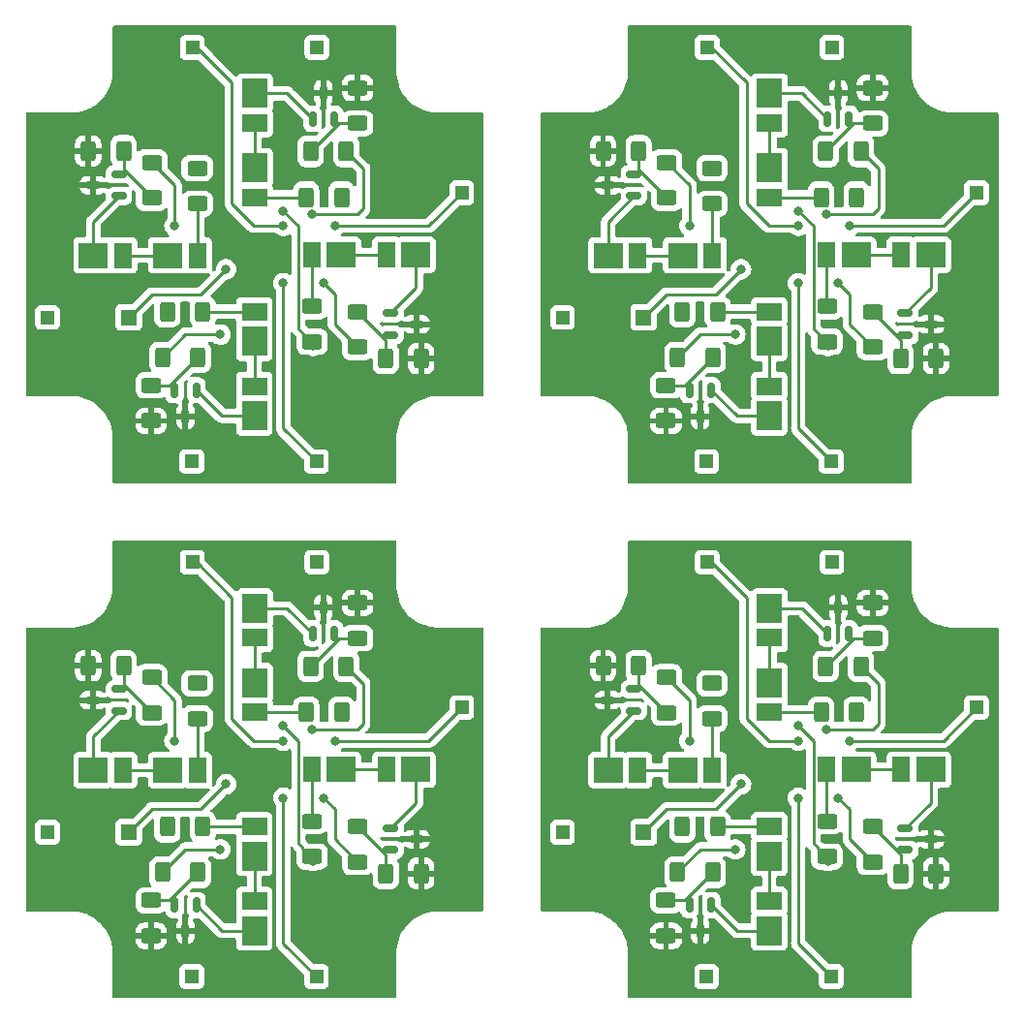
<source format=gbr>
%TF.GenerationSoftware,KiCad,Pcbnew,7.0.1*%
%TF.CreationDate,2023-09-10T14:17:03+09:00*%
%TF.ProjectId,logic_block,6c6f6769-635f-4626-9c6f-636b2e6b6963,rev?*%
%TF.SameCoordinates,Original*%
%TF.FileFunction,Copper,L1,Top*%
%TF.FilePolarity,Positive*%
%FSLAX46Y46*%
G04 Gerber Fmt 4.6, Leading zero omitted, Abs format (unit mm)*
G04 Created by KiCad (PCBNEW 7.0.1) date 2023-09-10 14:17:03*
%MOMM*%
%LPD*%
G01*
G04 APERTURE LIST*
G04 Aperture macros list*
%AMRoundRect*
0 Rectangle with rounded corners*
0 $1 Rounding radius*
0 $2 $3 $4 $5 $6 $7 $8 $9 X,Y pos of 4 corners*
0 Add a 4 corners polygon primitive as box body*
4,1,4,$2,$3,$4,$5,$6,$7,$8,$9,$2,$3,0*
0 Add four circle primitives for the rounded corners*
1,1,$1+$1,$2,$3*
1,1,$1+$1,$4,$5*
1,1,$1+$1,$6,$7*
1,1,$1+$1,$8,$9*
0 Add four rect primitives between the rounded corners*
20,1,$1+$1,$2,$3,$4,$5,0*
20,1,$1+$1,$4,$5,$6,$7,0*
20,1,$1+$1,$6,$7,$8,$9,0*
20,1,$1+$1,$8,$9,$2,$3,0*%
G04 Aperture macros list end*
%TA.AperFunction,ComponentPad*%
%ADD10R,1.159000X1.159000*%
%TD*%
%TA.AperFunction,SMDPad,CuDef*%
%ADD11RoundRect,0.250000X0.625000X-0.400000X0.625000X0.400000X-0.625000X0.400000X-0.625000X-0.400000X0*%
%TD*%
%TA.AperFunction,SMDPad,CuDef*%
%ADD12RoundRect,0.250000X-0.625000X0.400000X-0.625000X-0.400000X0.625000X-0.400000X0.625000X0.400000X0*%
%TD*%
%TA.AperFunction,SMDPad,CuDef*%
%ADD13RoundRect,0.250000X0.400000X0.625000X-0.400000X0.625000X-0.400000X-0.625000X0.400000X-0.625000X0*%
%TD*%
%TA.AperFunction,SMDPad,CuDef*%
%ADD14RoundRect,0.250000X-0.400000X-0.625000X0.400000X-0.625000X0.400000X0.625000X-0.400000X0.625000X0*%
%TD*%
%TA.AperFunction,SMDPad,CuDef*%
%ADD15R,2.500000X2.200000*%
%TD*%
%TA.AperFunction,SMDPad,CuDef*%
%ADD16R,1.550000X2.200000*%
%TD*%
%TA.AperFunction,SMDPad,CuDef*%
%ADD17R,2.200000X2.500000*%
%TD*%
%TA.AperFunction,SMDPad,CuDef*%
%ADD18R,2.200000X1.550000*%
%TD*%
%TA.AperFunction,SMDPad,CuDef*%
%ADD19RoundRect,0.150000X-0.150000X0.512500X-0.150000X-0.512500X0.150000X-0.512500X0.150000X0.512500X0*%
%TD*%
%TA.AperFunction,SMDPad,CuDef*%
%ADD20RoundRect,0.150000X0.512500X0.150000X-0.512500X0.150000X-0.512500X-0.150000X0.512500X-0.150000X0*%
%TD*%
%TA.AperFunction,ComponentPad*%
%ADD21R,1.350000X1.350000*%
%TD*%
%TA.AperFunction,SMDPad,CuDef*%
%ADD22RoundRect,0.150000X-0.512500X-0.150000X0.512500X-0.150000X0.512500X0.150000X-0.512500X0.150000X0*%
%TD*%
%TA.AperFunction,SMDPad,CuDef*%
%ADD23RoundRect,0.150000X0.150000X-0.512500X0.150000X0.512500X-0.150000X0.512500X-0.150000X-0.512500X0*%
%TD*%
%TA.AperFunction,ViaPad*%
%ADD24C,0.800000*%
%TD*%
%TA.AperFunction,Conductor*%
%ADD25C,0.250000*%
%TD*%
G04 APERTURE END LIST*
D10*
%TO.P,J305,1,Pin_1*%
%TO.N,Net-(J305-Pin_1)*%
X164725000Y-50940000D03*
%TD*%
%TO.P,J306,1,Pin_1*%
%TO.N,Net-(J306-Pin_1)*%
X153775000Y-87140000D03*
%TD*%
D11*
%TO.P,R302,1*%
%TO.N,Net-(Q301-G)*%
X168275000Y-57590000D03*
%TO.P,R302,2*%
%TO.N,GND*%
X168275000Y-54490000D03*
%TD*%
D12*
%TO.P,R308,1*%
%TO.N,Net-(Q303-G)*%
X150225000Y-80490000D03*
%TO.P,R308,2*%
%TO.N,GND*%
X150225000Y-83590000D03*
%TD*%
D10*
%TO.P,J303,1,Pin_1*%
%TO.N,S_S*%
X164675000Y-87140000D03*
%TD*%
%TO.P,J301,1,Pin_1*%
%TO.N,N_S*%
X153825000Y-50940000D03*
%TD*%
D13*
%TO.P,R309,1*%
%TO.N,Net-(Q303-G)*%
X154325000Y-78040000D03*
%TO.P,R309,2*%
%TO.N,S_LED*%
X151225000Y-78040000D03*
%TD*%
D10*
%TO.P,J304,1,Pin_1*%
%TO.N,W_S*%
X141175000Y-74540000D03*
%TD*%
D14*
%TO.P,R305,1*%
%TO.N,Net-(Q302-G)*%
X170725000Y-78140000D03*
%TO.P,R305,2*%
%TO.N,GND*%
X173825000Y-78140000D03*
%TD*%
D10*
%TO.P,J302,1,Pin_1*%
%TO.N,E_S*%
X177375000Y-63640000D03*
%TD*%
D15*
%TO.P,D308,1,K*%
%TO.N,Net-(D307-A)*%
X151700000Y-69115000D03*
D16*
%TO.P,D308,2,A*%
%TO.N,Net-(D308-A)*%
X154275000Y-69115000D03*
%TD*%
D12*
%TO.P,R304,1*%
%TO.N,Net-(D304-A)*%
X164300000Y-73565000D03*
%TO.P,R304,2*%
%TO.N,+5V*%
X164300000Y-76665000D03*
%TD*%
D15*
%TO.P,D304,1,K*%
%TO.N,Net-(D303-A)*%
X166850000Y-69065000D03*
D16*
%TO.P,D304,2,A*%
%TO.N,Net-(D304-A)*%
X164275000Y-69065000D03*
%TD*%
D14*
%TO.P,R301,1*%
%TO.N,Net-(D302-A)*%
X163775000Y-64040000D03*
%TO.P,R301,2*%
%TO.N,+5V*%
X166875000Y-64040000D03*
%TD*%
%TO.P,R303,1*%
%TO.N,Net-(Q301-G)*%
X164175000Y-60040000D03*
%TO.P,R303,2*%
%TO.N,N_LED*%
X167275000Y-60040000D03*
%TD*%
D17*
%TO.P,D301,1,K*%
%TO.N,Net-(D301-K)*%
X159275000Y-54965000D03*
D18*
%TO.P,D301,2,A*%
%TO.N,Net-(D301-A)*%
X159275000Y-57540000D03*
%TD*%
D12*
%TO.P,R306,1*%
%TO.N,Net-(Q302-G)*%
X168275000Y-74040000D03*
%TO.P,R306,2*%
%TO.N,E_LED*%
X168275000Y-77140000D03*
%TD*%
D17*
%TO.P,D306,1,K*%
%TO.N,Net-(D305-A)*%
X159250000Y-76615000D03*
D18*
%TO.P,D306,2,A*%
%TO.N,Net-(D306-A)*%
X159250000Y-74040000D03*
%TD*%
D19*
%TO.P,Q303,1,D*%
%TO.N,Net-(D305-K)*%
X154175000Y-80902500D03*
%TO.P,Q303,2,G*%
%TO.N,Net-(Q303-G)*%
X152275000Y-80902500D03*
%TO.P,Q303,3,S*%
%TO.N,GND*%
X153225000Y-83177500D03*
%TD*%
D20*
%TO.P,Q304,1,D*%
%TO.N,Net-(D307-K)*%
X147412500Y-63940000D03*
%TO.P,Q304,2,G*%
%TO.N,Net-(Q304-G)*%
X147412500Y-62040000D03*
%TO.P,Q304,3,S*%
%TO.N,GND*%
X145137500Y-62990000D03*
%TD*%
D15*
%TO.P,D303,1,K*%
%TO.N,Net-(D303-K)*%
X173375000Y-69065000D03*
D16*
%TO.P,D303,2,A*%
%TO.N,Net-(D303-A)*%
X170800000Y-69065000D03*
%TD*%
D21*
%TO.P,J307,1,Pin_1*%
%TO.N,UPDI*%
X148275000Y-74540000D03*
%TD*%
D22*
%TO.P,Q302,1,D*%
%TO.N,Net-(D303-K)*%
X171137500Y-74190000D03*
%TO.P,Q302,2,G*%
%TO.N,Net-(Q302-G)*%
X171137500Y-76090000D03*
%TO.P,Q302,3,S*%
%TO.N,GND*%
X173412500Y-75140000D03*
%TD*%
D11*
%TO.P,R312,1*%
%TO.N,Net-(Q304-G)*%
X150275000Y-64090000D03*
%TO.P,R312,2*%
%TO.N,W_LED*%
X150275000Y-60990000D03*
%TD*%
D13*
%TO.P,R307,1*%
%TO.N,Net-(D306-A)*%
X154750000Y-74065000D03*
%TO.P,R307,2*%
%TO.N,+5V*%
X151650000Y-74065000D03*
%TD*%
D15*
%TO.P,D307,1,K*%
%TO.N,Net-(D307-K)*%
X145175000Y-69115000D03*
D16*
%TO.P,D307,2,A*%
%TO.N,Net-(D307-A)*%
X147750000Y-69115000D03*
%TD*%
D17*
%TO.P,D302,1,K*%
%TO.N,Net-(D301-A)*%
X159275000Y-61490000D03*
D18*
%TO.P,D302,2,A*%
%TO.N,Net-(D302-A)*%
X159275000Y-64065000D03*
%TD*%
D17*
%TO.P,D305,1,K*%
%TO.N,Net-(D305-K)*%
X159250000Y-83140000D03*
D18*
%TO.P,D305,2,A*%
%TO.N,Net-(D305-A)*%
X159250000Y-80565000D03*
%TD*%
D11*
%TO.P,R310,1*%
%TO.N,Net-(D308-A)*%
X154250000Y-64615000D03*
%TO.P,R310,2*%
%TO.N,+5V*%
X154250000Y-61515000D03*
%TD*%
D23*
%TO.P,Q301,1,D*%
%TO.N,Net-(D301-K)*%
X164325000Y-57177500D03*
%TO.P,Q301,2,G*%
%TO.N,Net-(Q301-G)*%
X166225000Y-57177500D03*
%TO.P,Q301,3,S*%
%TO.N,GND*%
X165275000Y-54902500D03*
%TD*%
D13*
%TO.P,R311,1*%
%TO.N,Net-(Q304-G)*%
X147825000Y-59990000D03*
%TO.P,R311,2*%
%TO.N,GND*%
X144725000Y-59990000D03*
%TD*%
D10*
%TO.P,J305,1,Pin_1*%
%TO.N,Net-(J305-Pin_1)*%
X164725000Y-95940000D03*
%TD*%
%TO.P,J306,1,Pin_1*%
%TO.N,Net-(J306-Pin_1)*%
X153775000Y-132140000D03*
%TD*%
D11*
%TO.P,R302,1*%
%TO.N,Net-(Q301-G)*%
X168275000Y-102590000D03*
%TO.P,R302,2*%
%TO.N,GND*%
X168275000Y-99490000D03*
%TD*%
D12*
%TO.P,R308,1*%
%TO.N,Net-(Q303-G)*%
X150225000Y-125490000D03*
%TO.P,R308,2*%
%TO.N,GND*%
X150225000Y-128590000D03*
%TD*%
D10*
%TO.P,J303,1,Pin_1*%
%TO.N,S_S*%
X164675000Y-132140000D03*
%TD*%
%TO.P,J301,1,Pin_1*%
%TO.N,N_S*%
X153825000Y-95940000D03*
%TD*%
D13*
%TO.P,R309,1*%
%TO.N,Net-(Q303-G)*%
X154325000Y-123040000D03*
%TO.P,R309,2*%
%TO.N,S_LED*%
X151225000Y-123040000D03*
%TD*%
D10*
%TO.P,J304,1,Pin_1*%
%TO.N,W_S*%
X141175000Y-119540000D03*
%TD*%
D14*
%TO.P,R305,1*%
%TO.N,Net-(Q302-G)*%
X170725000Y-123140000D03*
%TO.P,R305,2*%
%TO.N,GND*%
X173825000Y-123140000D03*
%TD*%
D10*
%TO.P,J302,1,Pin_1*%
%TO.N,E_S*%
X177375000Y-108640000D03*
%TD*%
D15*
%TO.P,D308,1,K*%
%TO.N,Net-(D307-A)*%
X151700000Y-114115000D03*
D16*
%TO.P,D308,2,A*%
%TO.N,Net-(D308-A)*%
X154275000Y-114115000D03*
%TD*%
D12*
%TO.P,R304,1*%
%TO.N,Net-(D304-A)*%
X164300000Y-118565000D03*
%TO.P,R304,2*%
%TO.N,+5V*%
X164300000Y-121665000D03*
%TD*%
D15*
%TO.P,D304,1,K*%
%TO.N,Net-(D303-A)*%
X166850000Y-114065000D03*
D16*
%TO.P,D304,2,A*%
%TO.N,Net-(D304-A)*%
X164275000Y-114065000D03*
%TD*%
D14*
%TO.P,R301,1*%
%TO.N,Net-(D302-A)*%
X163775000Y-109040000D03*
%TO.P,R301,2*%
%TO.N,+5V*%
X166875000Y-109040000D03*
%TD*%
%TO.P,R303,1*%
%TO.N,Net-(Q301-G)*%
X164175000Y-105040000D03*
%TO.P,R303,2*%
%TO.N,N_LED*%
X167275000Y-105040000D03*
%TD*%
D17*
%TO.P,D301,1,K*%
%TO.N,Net-(D301-K)*%
X159275000Y-99965000D03*
D18*
%TO.P,D301,2,A*%
%TO.N,Net-(D301-A)*%
X159275000Y-102540000D03*
%TD*%
D12*
%TO.P,R306,1*%
%TO.N,Net-(Q302-G)*%
X168275000Y-119040000D03*
%TO.P,R306,2*%
%TO.N,E_LED*%
X168275000Y-122140000D03*
%TD*%
D17*
%TO.P,D306,1,K*%
%TO.N,Net-(D305-A)*%
X159250000Y-121615000D03*
D18*
%TO.P,D306,2,A*%
%TO.N,Net-(D306-A)*%
X159250000Y-119040000D03*
%TD*%
D19*
%TO.P,Q303,1,D*%
%TO.N,Net-(D305-K)*%
X154175000Y-125902500D03*
%TO.P,Q303,2,G*%
%TO.N,Net-(Q303-G)*%
X152275000Y-125902500D03*
%TO.P,Q303,3,S*%
%TO.N,GND*%
X153225000Y-128177500D03*
%TD*%
D20*
%TO.P,Q304,1,D*%
%TO.N,Net-(D307-K)*%
X147412500Y-108940000D03*
%TO.P,Q304,2,G*%
%TO.N,Net-(Q304-G)*%
X147412500Y-107040000D03*
%TO.P,Q304,3,S*%
%TO.N,GND*%
X145137500Y-107990000D03*
%TD*%
D15*
%TO.P,D303,1,K*%
%TO.N,Net-(D303-K)*%
X173375000Y-114065000D03*
D16*
%TO.P,D303,2,A*%
%TO.N,Net-(D303-A)*%
X170800000Y-114065000D03*
%TD*%
D21*
%TO.P,J307,1,Pin_1*%
%TO.N,UPDI*%
X148275000Y-119540000D03*
%TD*%
D22*
%TO.P,Q302,1,D*%
%TO.N,Net-(D303-K)*%
X171137500Y-119190000D03*
%TO.P,Q302,2,G*%
%TO.N,Net-(Q302-G)*%
X171137500Y-121090000D03*
%TO.P,Q302,3,S*%
%TO.N,GND*%
X173412500Y-120140000D03*
%TD*%
D11*
%TO.P,R312,1*%
%TO.N,Net-(Q304-G)*%
X150275000Y-109090000D03*
%TO.P,R312,2*%
%TO.N,W_LED*%
X150275000Y-105990000D03*
%TD*%
D13*
%TO.P,R307,1*%
%TO.N,Net-(D306-A)*%
X154750000Y-119065000D03*
%TO.P,R307,2*%
%TO.N,+5V*%
X151650000Y-119065000D03*
%TD*%
D15*
%TO.P,D307,1,K*%
%TO.N,Net-(D307-K)*%
X145175000Y-114115000D03*
D16*
%TO.P,D307,2,A*%
%TO.N,Net-(D307-A)*%
X147750000Y-114115000D03*
%TD*%
D17*
%TO.P,D302,1,K*%
%TO.N,Net-(D301-A)*%
X159275000Y-106490000D03*
D18*
%TO.P,D302,2,A*%
%TO.N,Net-(D302-A)*%
X159275000Y-109065000D03*
%TD*%
D17*
%TO.P,D305,1,K*%
%TO.N,Net-(D305-K)*%
X159250000Y-128140000D03*
D18*
%TO.P,D305,2,A*%
%TO.N,Net-(D305-A)*%
X159250000Y-125565000D03*
%TD*%
D11*
%TO.P,R310,1*%
%TO.N,Net-(D308-A)*%
X154250000Y-109615000D03*
%TO.P,R310,2*%
%TO.N,+5V*%
X154250000Y-106515000D03*
%TD*%
D23*
%TO.P,Q301,1,D*%
%TO.N,Net-(D301-K)*%
X164325000Y-102177500D03*
%TO.P,Q301,2,G*%
%TO.N,Net-(Q301-G)*%
X166225000Y-102177500D03*
%TO.P,Q301,3,S*%
%TO.N,GND*%
X165275000Y-99902500D03*
%TD*%
D13*
%TO.P,R311,1*%
%TO.N,Net-(Q304-G)*%
X147825000Y-104990000D03*
%TO.P,R311,2*%
%TO.N,GND*%
X144725000Y-104990000D03*
%TD*%
D10*
%TO.P,J305,1,Pin_1*%
%TO.N,Net-(J305-Pin_1)*%
X119725000Y-95940000D03*
%TD*%
%TO.P,J306,1,Pin_1*%
%TO.N,Net-(J306-Pin_1)*%
X108775000Y-132140000D03*
%TD*%
D11*
%TO.P,R302,1*%
%TO.N,Net-(Q301-G)*%
X123275000Y-102590000D03*
%TO.P,R302,2*%
%TO.N,GND*%
X123275000Y-99490000D03*
%TD*%
D12*
%TO.P,R308,1*%
%TO.N,Net-(Q303-G)*%
X105225000Y-125490000D03*
%TO.P,R308,2*%
%TO.N,GND*%
X105225000Y-128590000D03*
%TD*%
D10*
%TO.P,J303,1,Pin_1*%
%TO.N,S_S*%
X119675000Y-132140000D03*
%TD*%
%TO.P,J301,1,Pin_1*%
%TO.N,N_S*%
X108825000Y-95940000D03*
%TD*%
D13*
%TO.P,R309,1*%
%TO.N,Net-(Q303-G)*%
X109325000Y-123040000D03*
%TO.P,R309,2*%
%TO.N,S_LED*%
X106225000Y-123040000D03*
%TD*%
D10*
%TO.P,J304,1,Pin_1*%
%TO.N,W_S*%
X96175000Y-119540000D03*
%TD*%
D14*
%TO.P,R305,1*%
%TO.N,Net-(Q302-G)*%
X125725000Y-123140000D03*
%TO.P,R305,2*%
%TO.N,GND*%
X128825000Y-123140000D03*
%TD*%
D10*
%TO.P,J302,1,Pin_1*%
%TO.N,E_S*%
X132375000Y-108640000D03*
%TD*%
D15*
%TO.P,D308,1,K*%
%TO.N,Net-(D307-A)*%
X106700000Y-114115000D03*
D16*
%TO.P,D308,2,A*%
%TO.N,Net-(D308-A)*%
X109275000Y-114115000D03*
%TD*%
D12*
%TO.P,R304,1*%
%TO.N,Net-(D304-A)*%
X119300000Y-118565000D03*
%TO.P,R304,2*%
%TO.N,+5V*%
X119300000Y-121665000D03*
%TD*%
D15*
%TO.P,D304,1,K*%
%TO.N,Net-(D303-A)*%
X121850000Y-114065000D03*
D16*
%TO.P,D304,2,A*%
%TO.N,Net-(D304-A)*%
X119275000Y-114065000D03*
%TD*%
D14*
%TO.P,R301,1*%
%TO.N,Net-(D302-A)*%
X118775000Y-109040000D03*
%TO.P,R301,2*%
%TO.N,+5V*%
X121875000Y-109040000D03*
%TD*%
%TO.P,R303,1*%
%TO.N,Net-(Q301-G)*%
X119175000Y-105040000D03*
%TO.P,R303,2*%
%TO.N,N_LED*%
X122275000Y-105040000D03*
%TD*%
D17*
%TO.P,D301,1,K*%
%TO.N,Net-(D301-K)*%
X114275000Y-99965000D03*
D18*
%TO.P,D301,2,A*%
%TO.N,Net-(D301-A)*%
X114275000Y-102540000D03*
%TD*%
D12*
%TO.P,R306,1*%
%TO.N,Net-(Q302-G)*%
X123275000Y-119040000D03*
%TO.P,R306,2*%
%TO.N,E_LED*%
X123275000Y-122140000D03*
%TD*%
D17*
%TO.P,D306,1,K*%
%TO.N,Net-(D305-A)*%
X114250000Y-121615000D03*
D18*
%TO.P,D306,2,A*%
%TO.N,Net-(D306-A)*%
X114250000Y-119040000D03*
%TD*%
D19*
%TO.P,Q303,1,D*%
%TO.N,Net-(D305-K)*%
X109175000Y-125902500D03*
%TO.P,Q303,2,G*%
%TO.N,Net-(Q303-G)*%
X107275000Y-125902500D03*
%TO.P,Q303,3,S*%
%TO.N,GND*%
X108225000Y-128177500D03*
%TD*%
D20*
%TO.P,Q304,1,D*%
%TO.N,Net-(D307-K)*%
X102412500Y-108940000D03*
%TO.P,Q304,2,G*%
%TO.N,Net-(Q304-G)*%
X102412500Y-107040000D03*
%TO.P,Q304,3,S*%
%TO.N,GND*%
X100137500Y-107990000D03*
%TD*%
D15*
%TO.P,D303,1,K*%
%TO.N,Net-(D303-K)*%
X128375000Y-114065000D03*
D16*
%TO.P,D303,2,A*%
%TO.N,Net-(D303-A)*%
X125800000Y-114065000D03*
%TD*%
D21*
%TO.P,J307,1,Pin_1*%
%TO.N,UPDI*%
X103275000Y-119540000D03*
%TD*%
D22*
%TO.P,Q302,1,D*%
%TO.N,Net-(D303-K)*%
X126137500Y-119190000D03*
%TO.P,Q302,2,G*%
%TO.N,Net-(Q302-G)*%
X126137500Y-121090000D03*
%TO.P,Q302,3,S*%
%TO.N,GND*%
X128412500Y-120140000D03*
%TD*%
D11*
%TO.P,R312,1*%
%TO.N,Net-(Q304-G)*%
X105275000Y-109090000D03*
%TO.P,R312,2*%
%TO.N,W_LED*%
X105275000Y-105990000D03*
%TD*%
D13*
%TO.P,R307,1*%
%TO.N,Net-(D306-A)*%
X109750000Y-119065000D03*
%TO.P,R307,2*%
%TO.N,+5V*%
X106650000Y-119065000D03*
%TD*%
D15*
%TO.P,D307,1,K*%
%TO.N,Net-(D307-K)*%
X100175000Y-114115000D03*
D16*
%TO.P,D307,2,A*%
%TO.N,Net-(D307-A)*%
X102750000Y-114115000D03*
%TD*%
D17*
%TO.P,D302,1,K*%
%TO.N,Net-(D301-A)*%
X114275000Y-106490000D03*
D18*
%TO.P,D302,2,A*%
%TO.N,Net-(D302-A)*%
X114275000Y-109065000D03*
%TD*%
D17*
%TO.P,D305,1,K*%
%TO.N,Net-(D305-K)*%
X114250000Y-128140000D03*
D18*
%TO.P,D305,2,A*%
%TO.N,Net-(D305-A)*%
X114250000Y-125565000D03*
%TD*%
D11*
%TO.P,R310,1*%
%TO.N,Net-(D308-A)*%
X109250000Y-109615000D03*
%TO.P,R310,2*%
%TO.N,+5V*%
X109250000Y-106515000D03*
%TD*%
D23*
%TO.P,Q301,1,D*%
%TO.N,Net-(D301-K)*%
X119325000Y-102177500D03*
%TO.P,Q301,2,G*%
%TO.N,Net-(Q301-G)*%
X121225000Y-102177500D03*
%TO.P,Q301,3,S*%
%TO.N,GND*%
X120275000Y-99902500D03*
%TD*%
D13*
%TO.P,R311,1*%
%TO.N,Net-(Q304-G)*%
X102825000Y-104990000D03*
%TO.P,R311,2*%
%TO.N,GND*%
X99725000Y-104990000D03*
%TD*%
D10*
%TO.P,J305,1,Pin_1*%
%TO.N,Net-(J305-Pin_1)*%
X119725000Y-50940000D03*
%TD*%
%TO.P,J306,1,Pin_1*%
%TO.N,Net-(J306-Pin_1)*%
X108775000Y-87140000D03*
%TD*%
D11*
%TO.P,R302,1*%
%TO.N,Net-(Q301-G)*%
X123275000Y-57590000D03*
%TO.P,R302,2*%
%TO.N,GND*%
X123275000Y-54490000D03*
%TD*%
D12*
%TO.P,R308,1*%
%TO.N,Net-(Q303-G)*%
X105225000Y-80490000D03*
%TO.P,R308,2*%
%TO.N,GND*%
X105225000Y-83590000D03*
%TD*%
D10*
%TO.P,J303,1,Pin_1*%
%TO.N,S_S*%
X119675000Y-87140000D03*
%TD*%
%TO.P,J301,1,Pin_1*%
%TO.N,N_S*%
X108825000Y-50940000D03*
%TD*%
D13*
%TO.P,R309,1*%
%TO.N,Net-(Q303-G)*%
X109325000Y-78040000D03*
%TO.P,R309,2*%
%TO.N,S_LED*%
X106225000Y-78040000D03*
%TD*%
D10*
%TO.P,J304,1,Pin_1*%
%TO.N,W_S*%
X96175000Y-74540000D03*
%TD*%
D14*
%TO.P,R305,1*%
%TO.N,Net-(Q302-G)*%
X125725000Y-78140000D03*
%TO.P,R305,2*%
%TO.N,GND*%
X128825000Y-78140000D03*
%TD*%
D10*
%TO.P,J302,1,Pin_1*%
%TO.N,E_S*%
X132375000Y-63640000D03*
%TD*%
D15*
%TO.P,D308,1,K*%
%TO.N,Net-(D307-A)*%
X106700000Y-69115000D03*
D16*
%TO.P,D308,2,A*%
%TO.N,Net-(D308-A)*%
X109275000Y-69115000D03*
%TD*%
D12*
%TO.P,R304,1*%
%TO.N,Net-(D304-A)*%
X119300000Y-73565000D03*
%TO.P,R304,2*%
%TO.N,+5V*%
X119300000Y-76665000D03*
%TD*%
D15*
%TO.P,D304,1,K*%
%TO.N,Net-(D303-A)*%
X121850000Y-69065000D03*
D16*
%TO.P,D304,2,A*%
%TO.N,Net-(D304-A)*%
X119275000Y-69065000D03*
%TD*%
D14*
%TO.P,R301,1*%
%TO.N,Net-(D302-A)*%
X118775000Y-64040000D03*
%TO.P,R301,2*%
%TO.N,+5V*%
X121875000Y-64040000D03*
%TD*%
%TO.P,R303,1*%
%TO.N,Net-(Q301-G)*%
X119175000Y-60040000D03*
%TO.P,R303,2*%
%TO.N,N_LED*%
X122275000Y-60040000D03*
%TD*%
D17*
%TO.P,D301,1,K*%
%TO.N,Net-(D301-K)*%
X114275000Y-54965000D03*
D18*
%TO.P,D301,2,A*%
%TO.N,Net-(D301-A)*%
X114275000Y-57540000D03*
%TD*%
D12*
%TO.P,R306,1*%
%TO.N,Net-(Q302-G)*%
X123275000Y-74040000D03*
%TO.P,R306,2*%
%TO.N,E_LED*%
X123275000Y-77140000D03*
%TD*%
D17*
%TO.P,D306,1,K*%
%TO.N,Net-(D305-A)*%
X114250000Y-76615000D03*
D18*
%TO.P,D306,2,A*%
%TO.N,Net-(D306-A)*%
X114250000Y-74040000D03*
%TD*%
D19*
%TO.P,Q303,1,D*%
%TO.N,Net-(D305-K)*%
X109175000Y-80902500D03*
%TO.P,Q303,2,G*%
%TO.N,Net-(Q303-G)*%
X107275000Y-80902500D03*
%TO.P,Q303,3,S*%
%TO.N,GND*%
X108225000Y-83177500D03*
%TD*%
D20*
%TO.P,Q304,1,D*%
%TO.N,Net-(D307-K)*%
X102412500Y-63940000D03*
%TO.P,Q304,2,G*%
%TO.N,Net-(Q304-G)*%
X102412500Y-62040000D03*
%TO.P,Q304,3,S*%
%TO.N,GND*%
X100137500Y-62990000D03*
%TD*%
D15*
%TO.P,D303,1,K*%
%TO.N,Net-(D303-K)*%
X128375000Y-69065000D03*
D16*
%TO.P,D303,2,A*%
%TO.N,Net-(D303-A)*%
X125800000Y-69065000D03*
%TD*%
D21*
%TO.P,J307,1,Pin_1*%
%TO.N,UPDI*%
X103275000Y-74540000D03*
%TD*%
D22*
%TO.P,Q302,1,D*%
%TO.N,Net-(D303-K)*%
X126137500Y-74190000D03*
%TO.P,Q302,2,G*%
%TO.N,Net-(Q302-G)*%
X126137500Y-76090000D03*
%TO.P,Q302,3,S*%
%TO.N,GND*%
X128412500Y-75140000D03*
%TD*%
D11*
%TO.P,R312,1*%
%TO.N,Net-(Q304-G)*%
X105275000Y-64090000D03*
%TO.P,R312,2*%
%TO.N,W_LED*%
X105275000Y-60990000D03*
%TD*%
D13*
%TO.P,R307,1*%
%TO.N,Net-(D306-A)*%
X109750000Y-74065000D03*
%TO.P,R307,2*%
%TO.N,+5V*%
X106650000Y-74065000D03*
%TD*%
D15*
%TO.P,D307,1,K*%
%TO.N,Net-(D307-K)*%
X100175000Y-69115000D03*
D16*
%TO.P,D307,2,A*%
%TO.N,Net-(D307-A)*%
X102750000Y-69115000D03*
%TD*%
D17*
%TO.P,D302,1,K*%
%TO.N,Net-(D301-A)*%
X114275000Y-61490000D03*
D18*
%TO.P,D302,2,A*%
%TO.N,Net-(D302-A)*%
X114275000Y-64065000D03*
%TD*%
D17*
%TO.P,D305,1,K*%
%TO.N,Net-(D305-K)*%
X114250000Y-83140000D03*
D18*
%TO.P,D305,2,A*%
%TO.N,Net-(D305-A)*%
X114250000Y-80565000D03*
%TD*%
D11*
%TO.P,R310,1*%
%TO.N,Net-(D308-A)*%
X109250000Y-64615000D03*
%TO.P,R310,2*%
%TO.N,+5V*%
X109250000Y-61515000D03*
%TD*%
D23*
%TO.P,Q301,1,D*%
%TO.N,Net-(D301-K)*%
X119325000Y-57177500D03*
%TO.P,Q301,2,G*%
%TO.N,Net-(Q301-G)*%
X121225000Y-57177500D03*
%TO.P,Q301,3,S*%
%TO.N,GND*%
X120275000Y-54902500D03*
%TD*%
D13*
%TO.P,R311,1*%
%TO.N,Net-(Q304-G)*%
X102825000Y-59990000D03*
%TO.P,R311,2*%
%TO.N,GND*%
X99725000Y-59990000D03*
%TD*%
D24*
%TO.N,+5V*%
X164375000Y-77040000D03*
X166775000Y-64040000D03*
%TO.N,N_S*%
X161775000Y-66540000D03*
%TO.N,GND*%
X149675000Y-66290000D03*
X159475000Y-51140000D03*
%TO.N,+5V*%
X151675000Y-74040000D03*
%TO.N,W_LED*%
X152275000Y-66540000D03*
%TO.N,S_LED*%
X156275000Y-76040000D03*
%TO.N,E_LED*%
X165275000Y-71540000D03*
%TO.N,N_LED*%
X164275000Y-65540000D03*
%TO.N,GND*%
X154275000Y-57940000D03*
%TO.N,UPDI*%
X156775000Y-70340000D03*
%TO.N,GND*%
X159275000Y-69040000D03*
%TO.N,S_S*%
X161775000Y-71540000D03*
%TO.N,E_S*%
X166275000Y-66540000D03*
%TO.N,GND*%
X156275000Y-78940000D03*
X141875000Y-66040000D03*
%TO.N,+5V*%
X161775000Y-65240000D03*
%TO.N,GND*%
X149275000Y-54140000D03*
X144975000Y-79840000D03*
X162175000Y-59090000D03*
%TO.N,+5V*%
X154275000Y-61540000D03*
%TO.N,GND*%
X163275000Y-79440000D03*
X169175000Y-83040000D03*
X172375000Y-60140000D03*
%TO.N,+5V*%
X164375000Y-122040000D03*
X166775000Y-109040000D03*
%TO.N,N_S*%
X161775000Y-111540000D03*
%TO.N,GND*%
X149675000Y-111290000D03*
X159475000Y-96140000D03*
%TO.N,+5V*%
X151675000Y-119040000D03*
%TO.N,W_LED*%
X152275000Y-111540000D03*
%TO.N,S_LED*%
X156275000Y-121040000D03*
%TO.N,E_LED*%
X165275000Y-116540000D03*
%TO.N,N_LED*%
X164275000Y-110540000D03*
%TO.N,GND*%
X154275000Y-102940000D03*
%TO.N,UPDI*%
X156775000Y-115340000D03*
%TO.N,GND*%
X159275000Y-114040000D03*
%TO.N,S_S*%
X161775000Y-116540000D03*
%TO.N,E_S*%
X166275000Y-111540000D03*
%TO.N,GND*%
X156275000Y-123940000D03*
X141875000Y-111040000D03*
%TO.N,+5V*%
X161775000Y-110240000D03*
%TO.N,GND*%
X149275000Y-99140000D03*
X144975000Y-124840000D03*
X162175000Y-104090000D03*
%TO.N,+5V*%
X154275000Y-106540000D03*
%TO.N,GND*%
X163275000Y-124440000D03*
X169175000Y-128040000D03*
X172375000Y-105140000D03*
%TO.N,+5V*%
X119375000Y-122040000D03*
X121775000Y-109040000D03*
%TO.N,N_S*%
X116775000Y-111540000D03*
%TO.N,GND*%
X104675000Y-111290000D03*
X114475000Y-96140000D03*
%TO.N,+5V*%
X106675000Y-119040000D03*
%TO.N,W_LED*%
X107275000Y-111540000D03*
%TO.N,S_LED*%
X111275000Y-121040000D03*
%TO.N,E_LED*%
X120275000Y-116540000D03*
%TO.N,N_LED*%
X119275000Y-110540000D03*
%TO.N,GND*%
X109275000Y-102940000D03*
%TO.N,UPDI*%
X111775000Y-115340000D03*
%TO.N,GND*%
X114275000Y-114040000D03*
%TO.N,S_S*%
X116775000Y-116540000D03*
%TO.N,E_S*%
X121275000Y-111540000D03*
%TO.N,GND*%
X111275000Y-123940000D03*
X96875000Y-111040000D03*
%TO.N,+5V*%
X116775000Y-110240000D03*
%TO.N,GND*%
X104275000Y-99140000D03*
X99975000Y-124840000D03*
X117175000Y-104090000D03*
%TO.N,+5V*%
X109275000Y-106540000D03*
%TO.N,GND*%
X118275000Y-124440000D03*
X124175000Y-128040000D03*
X127375000Y-105140000D03*
%TO.N,+5V*%
X119375000Y-77040000D03*
X121775000Y-64040000D03*
%TO.N,N_S*%
X116775000Y-66540000D03*
%TO.N,GND*%
X104675000Y-66290000D03*
X114475000Y-51140000D03*
%TO.N,+5V*%
X106675000Y-74040000D03*
%TO.N,W_LED*%
X107275000Y-66540000D03*
%TO.N,S_LED*%
X111275000Y-76040000D03*
%TO.N,E_LED*%
X120275000Y-71540000D03*
%TO.N,N_LED*%
X119275000Y-65540000D03*
%TO.N,GND*%
X109275000Y-57940000D03*
%TO.N,UPDI*%
X111775000Y-70340000D03*
%TO.N,GND*%
X114275000Y-69040000D03*
%TO.N,S_S*%
X116775000Y-71540000D03*
%TO.N,E_S*%
X121275000Y-66540000D03*
%TO.N,GND*%
X111275000Y-78940000D03*
X96875000Y-66040000D03*
%TO.N,+5V*%
X116775000Y-65240000D03*
%TO.N,GND*%
X104275000Y-54140000D03*
X99975000Y-79840000D03*
X117175000Y-59090000D03*
%TO.N,+5V*%
X109275000Y-61540000D03*
%TO.N,GND*%
X118275000Y-79440000D03*
X124175000Y-83040000D03*
X127375000Y-60140000D03*
%TD*%
D25*
%TO.N,E_LED*%
X166275000Y-73040000D02*
X166275000Y-72540000D01*
%TO.N,N_LED*%
X168775000Y-61540000D02*
X167275000Y-60040000D01*
%TO.N,S_LED*%
X153225000Y-76040000D02*
X156275000Y-76040000D01*
%TO.N,E_LED*%
X168275000Y-77140000D02*
X166275000Y-75140000D01*
%TO.N,N_LED*%
X168275000Y-65540000D02*
X168775000Y-65040000D01*
%TO.N,W_LED*%
X150275000Y-60990000D02*
X152275000Y-62990000D01*
%TO.N,N_LED*%
X168775000Y-65040000D02*
X168775000Y-61540000D01*
%TO.N,W_LED*%
X152275000Y-62990000D02*
X152275000Y-66540000D01*
%TO.N,S_LED*%
X151225000Y-78040000D02*
X153225000Y-76040000D01*
%TO.N,E_LED*%
X166275000Y-72540000D02*
X165275000Y-71540000D01*
X166275000Y-75140000D02*
X166275000Y-73040000D01*
%TO.N,Net-(D304-A)*%
X164275000Y-73540000D02*
X164300000Y-73565000D01*
%TO.N,E_S*%
X177375000Y-63640000D02*
X174475000Y-66540000D01*
%TO.N,Net-(D303-K)*%
X173375000Y-71952500D02*
X173375000Y-69065000D01*
%TO.N,Net-(D308-A)*%
X154275000Y-69115000D02*
X154275000Y-64640000D01*
%TO.N,Net-(D307-A)*%
X147750000Y-69115000D02*
X151700000Y-69115000D01*
%TO.N,Net-(D306-A)*%
X154750000Y-74065000D02*
X154775000Y-74040000D01*
%TO.N,Net-(D305-K)*%
X156412500Y-83140000D02*
X159250000Y-83140000D01*
%TO.N,Net-(D307-K)*%
X147412500Y-63940000D02*
X145175000Y-66177500D01*
%TO.N,Net-(D301-A)*%
X159275000Y-57540000D02*
X159275000Y-61490000D01*
%TO.N,Net-(Q303-G)*%
X154325000Y-78040000D02*
X151875000Y-80490000D01*
X151875000Y-80490000D02*
X150225000Y-80490000D01*
%TO.N,S_S*%
X164675000Y-87140000D02*
X161775000Y-84240000D01*
%TO.N,N_LED*%
X164275000Y-65540000D02*
X168275000Y-65540000D01*
%TO.N,Net-(Q304-G)*%
X147825000Y-61640000D02*
X147825000Y-59990000D01*
X150275000Y-64090000D02*
X147825000Y-61640000D01*
%TO.N,Net-(D307-K)*%
X145175000Y-66177500D02*
X145175000Y-69115000D01*
%TO.N,Net-(Q302-G)*%
X170725000Y-76490000D02*
X170725000Y-78140000D01*
X168275000Y-74040000D02*
X170725000Y-76490000D01*
%TO.N,Net-(D305-K)*%
X154175000Y-80902500D02*
X156412500Y-83140000D01*
%TO.N,Net-(Q301-G)*%
X166625000Y-57590000D02*
X168275000Y-57590000D01*
X164175000Y-60040000D02*
X166625000Y-57590000D01*
%TO.N,Net-(D308-A)*%
X154275000Y-64640000D02*
X154250000Y-64615000D01*
%TO.N,Net-(D303-A)*%
X170800000Y-69065000D02*
X166850000Y-69065000D01*
%TO.N,Net-(D302-A)*%
X159275000Y-64065000D02*
X163750000Y-64065000D01*
%TO.N,N_S*%
X154175000Y-50940000D02*
X153825000Y-50940000D01*
%TO.N,Net-(D303-K)*%
X171137500Y-74190000D02*
X173375000Y-71952500D01*
%TO.N,Net-(D301-K)*%
X164325000Y-57177500D02*
X162112500Y-54965000D01*
%TO.N,UPDI*%
X150275000Y-72540000D02*
X148275000Y-74540000D01*
%TO.N,N_S*%
X157275000Y-54040000D02*
X154175000Y-50940000D01*
X161775000Y-66540000D02*
X159225000Y-66540000D01*
%TO.N,E_S*%
X174475000Y-66540000D02*
X166275000Y-66540000D01*
%TO.N,Net-(D305-A)*%
X159250000Y-80565000D02*
X159250000Y-76615000D01*
%TO.N,Net-(D302-A)*%
X163750000Y-64065000D02*
X163775000Y-64040000D01*
%TO.N,Net-(D304-A)*%
X164275000Y-69065000D02*
X164275000Y-73540000D01*
%TO.N,N_S*%
X159225000Y-66540000D02*
X157275000Y-64590000D01*
%TO.N,Net-(D306-A)*%
X154775000Y-74040000D02*
X159250000Y-74040000D01*
%TO.N,UPDI*%
X154575000Y-72540000D02*
X150275000Y-72540000D01*
X156775000Y-70340000D02*
X154575000Y-72540000D01*
%TO.N,N_S*%
X157275000Y-64590000D02*
X157275000Y-54040000D01*
%TO.N,S_S*%
X161775000Y-84240000D02*
X161775000Y-71540000D01*
%TO.N,Net-(D301-K)*%
X162112500Y-54965000D02*
X159275000Y-54965000D01*
%TO.N,+5V*%
X164375000Y-77040000D02*
X163100000Y-75465000D01*
X164300000Y-76665000D02*
X164375000Y-77040000D01*
X163100000Y-75465000D02*
X163100000Y-66565000D01*
X163100000Y-66565000D02*
X161775000Y-65240000D01*
%TO.N,E_LED*%
X166275000Y-118040000D02*
X166275000Y-117540000D01*
%TO.N,N_LED*%
X168775000Y-106540000D02*
X167275000Y-105040000D01*
%TO.N,S_LED*%
X153225000Y-121040000D02*
X156275000Y-121040000D01*
%TO.N,E_LED*%
X168275000Y-122140000D02*
X166275000Y-120140000D01*
%TO.N,N_LED*%
X168275000Y-110540000D02*
X168775000Y-110040000D01*
%TO.N,W_LED*%
X150275000Y-105990000D02*
X152275000Y-107990000D01*
%TO.N,N_LED*%
X168775000Y-110040000D02*
X168775000Y-106540000D01*
%TO.N,W_LED*%
X152275000Y-107990000D02*
X152275000Y-111540000D01*
%TO.N,S_LED*%
X151225000Y-123040000D02*
X153225000Y-121040000D01*
%TO.N,E_LED*%
X166275000Y-117540000D02*
X165275000Y-116540000D01*
X166275000Y-120140000D02*
X166275000Y-118040000D01*
%TO.N,Net-(D304-A)*%
X164275000Y-118540000D02*
X164300000Y-118565000D01*
%TO.N,E_S*%
X177375000Y-108640000D02*
X174475000Y-111540000D01*
%TO.N,Net-(D303-K)*%
X173375000Y-116952500D02*
X173375000Y-114065000D01*
%TO.N,Net-(D308-A)*%
X154275000Y-114115000D02*
X154275000Y-109640000D01*
%TO.N,Net-(D307-A)*%
X147750000Y-114115000D02*
X151700000Y-114115000D01*
%TO.N,Net-(D306-A)*%
X154750000Y-119065000D02*
X154775000Y-119040000D01*
%TO.N,Net-(D305-K)*%
X156412500Y-128140000D02*
X159250000Y-128140000D01*
%TO.N,Net-(D307-K)*%
X147412500Y-108940000D02*
X145175000Y-111177500D01*
%TO.N,Net-(D301-A)*%
X159275000Y-102540000D02*
X159275000Y-106490000D01*
%TO.N,Net-(Q303-G)*%
X154325000Y-123040000D02*
X151875000Y-125490000D01*
X151875000Y-125490000D02*
X150225000Y-125490000D01*
%TO.N,S_S*%
X164675000Y-132140000D02*
X161775000Y-129240000D01*
%TO.N,N_LED*%
X164275000Y-110540000D02*
X168275000Y-110540000D01*
%TO.N,Net-(Q304-G)*%
X147825000Y-106640000D02*
X147825000Y-104990000D01*
X150275000Y-109090000D02*
X147825000Y-106640000D01*
%TO.N,Net-(D307-K)*%
X145175000Y-111177500D02*
X145175000Y-114115000D01*
%TO.N,Net-(Q302-G)*%
X170725000Y-121490000D02*
X170725000Y-123140000D01*
X168275000Y-119040000D02*
X170725000Y-121490000D01*
%TO.N,Net-(D305-K)*%
X154175000Y-125902500D02*
X156412500Y-128140000D01*
%TO.N,Net-(Q301-G)*%
X166625000Y-102590000D02*
X168275000Y-102590000D01*
X164175000Y-105040000D02*
X166625000Y-102590000D01*
%TO.N,Net-(D308-A)*%
X154275000Y-109640000D02*
X154250000Y-109615000D01*
%TO.N,Net-(D303-A)*%
X170800000Y-114065000D02*
X166850000Y-114065000D01*
%TO.N,Net-(D302-A)*%
X159275000Y-109065000D02*
X163750000Y-109065000D01*
%TO.N,N_S*%
X154175000Y-95940000D02*
X153825000Y-95940000D01*
%TO.N,Net-(D303-K)*%
X171137500Y-119190000D02*
X173375000Y-116952500D01*
%TO.N,Net-(D301-K)*%
X164325000Y-102177500D02*
X162112500Y-99965000D01*
%TO.N,UPDI*%
X150275000Y-117540000D02*
X148275000Y-119540000D01*
%TO.N,N_S*%
X157275000Y-99040000D02*
X154175000Y-95940000D01*
X161775000Y-111540000D02*
X159225000Y-111540000D01*
%TO.N,E_S*%
X174475000Y-111540000D02*
X166275000Y-111540000D01*
%TO.N,Net-(D305-A)*%
X159250000Y-125565000D02*
X159250000Y-121615000D01*
%TO.N,Net-(D302-A)*%
X163750000Y-109065000D02*
X163775000Y-109040000D01*
%TO.N,Net-(D304-A)*%
X164275000Y-114065000D02*
X164275000Y-118540000D01*
%TO.N,N_S*%
X159225000Y-111540000D02*
X157275000Y-109590000D01*
%TO.N,Net-(D306-A)*%
X154775000Y-119040000D02*
X159250000Y-119040000D01*
%TO.N,UPDI*%
X154575000Y-117540000D02*
X150275000Y-117540000D01*
X156775000Y-115340000D02*
X154575000Y-117540000D01*
%TO.N,N_S*%
X157275000Y-109590000D02*
X157275000Y-99040000D01*
%TO.N,S_S*%
X161775000Y-129240000D02*
X161775000Y-116540000D01*
%TO.N,Net-(D301-K)*%
X162112500Y-99965000D02*
X159275000Y-99965000D01*
%TO.N,+5V*%
X164375000Y-122040000D02*
X163100000Y-120465000D01*
X164300000Y-121665000D02*
X164375000Y-122040000D01*
X163100000Y-120465000D02*
X163100000Y-111565000D01*
X163100000Y-111565000D02*
X161775000Y-110240000D01*
%TO.N,E_LED*%
X121275000Y-118040000D02*
X121275000Y-117540000D01*
%TO.N,N_LED*%
X123775000Y-106540000D02*
X122275000Y-105040000D01*
%TO.N,S_LED*%
X108225000Y-121040000D02*
X111275000Y-121040000D01*
%TO.N,E_LED*%
X123275000Y-122140000D02*
X121275000Y-120140000D01*
%TO.N,N_LED*%
X123275000Y-110540000D02*
X123775000Y-110040000D01*
%TO.N,W_LED*%
X105275000Y-105990000D02*
X107275000Y-107990000D01*
%TO.N,N_LED*%
X123775000Y-110040000D02*
X123775000Y-106540000D01*
%TO.N,W_LED*%
X107275000Y-107990000D02*
X107275000Y-111540000D01*
%TO.N,S_LED*%
X106225000Y-123040000D02*
X108225000Y-121040000D01*
%TO.N,E_LED*%
X121275000Y-117540000D02*
X120275000Y-116540000D01*
X121275000Y-120140000D02*
X121275000Y-118040000D01*
%TO.N,Net-(D304-A)*%
X119275000Y-118540000D02*
X119300000Y-118565000D01*
%TO.N,E_S*%
X132375000Y-108640000D02*
X129475000Y-111540000D01*
%TO.N,Net-(D303-K)*%
X128375000Y-116952500D02*
X128375000Y-114065000D01*
%TO.N,Net-(D308-A)*%
X109275000Y-114115000D02*
X109275000Y-109640000D01*
%TO.N,Net-(D307-A)*%
X102750000Y-114115000D02*
X106700000Y-114115000D01*
%TO.N,Net-(D306-A)*%
X109750000Y-119065000D02*
X109775000Y-119040000D01*
%TO.N,Net-(D305-K)*%
X111412500Y-128140000D02*
X114250000Y-128140000D01*
%TO.N,Net-(D307-K)*%
X102412500Y-108940000D02*
X100175000Y-111177500D01*
%TO.N,Net-(D301-A)*%
X114275000Y-102540000D02*
X114275000Y-106490000D01*
%TO.N,Net-(Q303-G)*%
X109325000Y-123040000D02*
X106875000Y-125490000D01*
X106875000Y-125490000D02*
X105225000Y-125490000D01*
%TO.N,S_S*%
X119675000Y-132140000D02*
X116775000Y-129240000D01*
%TO.N,N_LED*%
X119275000Y-110540000D02*
X123275000Y-110540000D01*
%TO.N,Net-(Q304-G)*%
X102825000Y-106640000D02*
X102825000Y-104990000D01*
X105275000Y-109090000D02*
X102825000Y-106640000D01*
%TO.N,Net-(D307-K)*%
X100175000Y-111177500D02*
X100175000Y-114115000D01*
%TO.N,Net-(Q302-G)*%
X125725000Y-121490000D02*
X125725000Y-123140000D01*
X123275000Y-119040000D02*
X125725000Y-121490000D01*
%TO.N,Net-(D305-K)*%
X109175000Y-125902500D02*
X111412500Y-128140000D01*
%TO.N,Net-(Q301-G)*%
X121625000Y-102590000D02*
X123275000Y-102590000D01*
X119175000Y-105040000D02*
X121625000Y-102590000D01*
%TO.N,Net-(D308-A)*%
X109275000Y-109640000D02*
X109250000Y-109615000D01*
%TO.N,Net-(D303-A)*%
X125800000Y-114065000D02*
X121850000Y-114065000D01*
%TO.N,Net-(D302-A)*%
X114275000Y-109065000D02*
X118750000Y-109065000D01*
%TO.N,N_S*%
X109175000Y-95940000D02*
X108825000Y-95940000D01*
%TO.N,Net-(D303-K)*%
X126137500Y-119190000D02*
X128375000Y-116952500D01*
%TO.N,Net-(D301-K)*%
X119325000Y-102177500D02*
X117112500Y-99965000D01*
%TO.N,UPDI*%
X105275000Y-117540000D02*
X103275000Y-119540000D01*
%TO.N,N_S*%
X112275000Y-99040000D02*
X109175000Y-95940000D01*
X116775000Y-111540000D02*
X114225000Y-111540000D01*
%TO.N,E_S*%
X129475000Y-111540000D02*
X121275000Y-111540000D01*
%TO.N,Net-(D305-A)*%
X114250000Y-125565000D02*
X114250000Y-121615000D01*
%TO.N,Net-(D302-A)*%
X118750000Y-109065000D02*
X118775000Y-109040000D01*
%TO.N,Net-(D304-A)*%
X119275000Y-114065000D02*
X119275000Y-118540000D01*
%TO.N,N_S*%
X114225000Y-111540000D02*
X112275000Y-109590000D01*
%TO.N,Net-(D306-A)*%
X109775000Y-119040000D02*
X114250000Y-119040000D01*
%TO.N,UPDI*%
X109575000Y-117540000D02*
X105275000Y-117540000D01*
X111775000Y-115340000D02*
X109575000Y-117540000D01*
%TO.N,N_S*%
X112275000Y-109590000D02*
X112275000Y-99040000D01*
%TO.N,S_S*%
X116775000Y-129240000D02*
X116775000Y-116540000D01*
%TO.N,Net-(D301-K)*%
X117112500Y-99965000D02*
X114275000Y-99965000D01*
%TO.N,+5V*%
X119375000Y-122040000D02*
X118100000Y-120465000D01*
X119300000Y-121665000D02*
X119375000Y-122040000D01*
X118100000Y-120465000D02*
X118100000Y-111565000D01*
X118100000Y-111565000D02*
X116775000Y-110240000D01*
%TO.N,E_LED*%
X121275000Y-73040000D02*
X121275000Y-72540000D01*
%TO.N,N_LED*%
X123775000Y-61540000D02*
X122275000Y-60040000D01*
%TO.N,S_LED*%
X108225000Y-76040000D02*
X111275000Y-76040000D01*
%TO.N,E_LED*%
X123275000Y-77140000D02*
X121275000Y-75140000D01*
%TO.N,N_LED*%
X123275000Y-65540000D02*
X123775000Y-65040000D01*
%TO.N,W_LED*%
X105275000Y-60990000D02*
X107275000Y-62990000D01*
%TO.N,N_LED*%
X123775000Y-65040000D02*
X123775000Y-61540000D01*
%TO.N,W_LED*%
X107275000Y-62990000D02*
X107275000Y-66540000D01*
%TO.N,S_LED*%
X106225000Y-78040000D02*
X108225000Y-76040000D01*
%TO.N,E_LED*%
X121275000Y-72540000D02*
X120275000Y-71540000D01*
X121275000Y-75140000D02*
X121275000Y-73040000D01*
%TO.N,Net-(D304-A)*%
X119275000Y-73540000D02*
X119300000Y-73565000D01*
%TO.N,E_S*%
X132375000Y-63640000D02*
X129475000Y-66540000D01*
%TO.N,Net-(D303-K)*%
X128375000Y-71952500D02*
X128375000Y-69065000D01*
%TO.N,Net-(D308-A)*%
X109275000Y-69115000D02*
X109275000Y-64640000D01*
%TO.N,Net-(D307-A)*%
X102750000Y-69115000D02*
X106700000Y-69115000D01*
%TO.N,Net-(D306-A)*%
X109750000Y-74065000D02*
X109775000Y-74040000D01*
%TO.N,Net-(D305-K)*%
X111412500Y-83140000D02*
X114250000Y-83140000D01*
%TO.N,Net-(D307-K)*%
X102412500Y-63940000D02*
X100175000Y-66177500D01*
%TO.N,Net-(D301-A)*%
X114275000Y-57540000D02*
X114275000Y-61490000D01*
%TO.N,Net-(Q303-G)*%
X109325000Y-78040000D02*
X106875000Y-80490000D01*
X106875000Y-80490000D02*
X105225000Y-80490000D01*
%TO.N,S_S*%
X119675000Y-87140000D02*
X116775000Y-84240000D01*
%TO.N,N_LED*%
X119275000Y-65540000D02*
X123275000Y-65540000D01*
%TO.N,Net-(Q304-G)*%
X102825000Y-61640000D02*
X102825000Y-59990000D01*
X105275000Y-64090000D02*
X102825000Y-61640000D01*
%TO.N,Net-(D307-K)*%
X100175000Y-66177500D02*
X100175000Y-69115000D01*
%TO.N,Net-(Q302-G)*%
X125725000Y-76490000D02*
X125725000Y-78140000D01*
X123275000Y-74040000D02*
X125725000Y-76490000D01*
%TO.N,Net-(D305-K)*%
X109175000Y-80902500D02*
X111412500Y-83140000D01*
%TO.N,Net-(Q301-G)*%
X121625000Y-57590000D02*
X123275000Y-57590000D01*
X119175000Y-60040000D02*
X121625000Y-57590000D01*
%TO.N,Net-(D308-A)*%
X109275000Y-64640000D02*
X109250000Y-64615000D01*
%TO.N,Net-(D303-A)*%
X125800000Y-69065000D02*
X121850000Y-69065000D01*
%TO.N,Net-(D302-A)*%
X114275000Y-64065000D02*
X118750000Y-64065000D01*
%TO.N,N_S*%
X109175000Y-50940000D02*
X108825000Y-50940000D01*
%TO.N,Net-(D303-K)*%
X126137500Y-74190000D02*
X128375000Y-71952500D01*
%TO.N,Net-(D301-K)*%
X119325000Y-57177500D02*
X117112500Y-54965000D01*
%TO.N,UPDI*%
X105275000Y-72540000D02*
X103275000Y-74540000D01*
%TO.N,N_S*%
X112275000Y-54040000D02*
X109175000Y-50940000D01*
X116775000Y-66540000D02*
X114225000Y-66540000D01*
%TO.N,E_S*%
X129475000Y-66540000D02*
X121275000Y-66540000D01*
%TO.N,Net-(D305-A)*%
X114250000Y-80565000D02*
X114250000Y-76615000D01*
%TO.N,Net-(D302-A)*%
X118750000Y-64065000D02*
X118775000Y-64040000D01*
%TO.N,Net-(D304-A)*%
X119275000Y-69065000D02*
X119275000Y-73540000D01*
%TO.N,N_S*%
X114225000Y-66540000D02*
X112275000Y-64590000D01*
%TO.N,Net-(D306-A)*%
X109775000Y-74040000D02*
X114250000Y-74040000D01*
%TO.N,UPDI*%
X109575000Y-72540000D02*
X105275000Y-72540000D01*
X111775000Y-70340000D02*
X109575000Y-72540000D01*
%TO.N,N_S*%
X112275000Y-64590000D02*
X112275000Y-54040000D01*
%TO.N,S_S*%
X116775000Y-84240000D02*
X116775000Y-71540000D01*
%TO.N,Net-(D301-K)*%
X117112500Y-54965000D02*
X114275000Y-54965000D01*
%TO.N,+5V*%
X119375000Y-77040000D02*
X118100000Y-75465000D01*
X119300000Y-76665000D02*
X119375000Y-77040000D01*
X118100000Y-75465000D02*
X118100000Y-66565000D01*
X118100000Y-66565000D02*
X116775000Y-65240000D01*
%TD*%
%TA.AperFunction,Conductor*%
%TO.N,GND*%
G36*
X116849501Y-55599939D02*
G01*
X116889729Y-55626819D01*
X118488181Y-57225271D01*
X118515061Y-57265499D01*
X118524500Y-57312952D01*
X118524500Y-57755692D01*
X118527402Y-57792572D01*
X118573255Y-57950397D01*
X118642909Y-58068175D01*
X118656919Y-58091865D01*
X118773135Y-58208081D01*
X118888909Y-58276549D01*
X118914602Y-58291744D01*
X119072427Y-58337597D01*
X119072431Y-58337598D01*
X119109306Y-58340500D01*
X119540692Y-58340500D01*
X119540694Y-58340500D01*
X119577569Y-58337598D01*
X119699078Y-58302295D01*
X119763755Y-58301076D01*
X119820245Y-58332596D01*
X119853175Y-58388276D01*
X119853581Y-58452963D01*
X119821354Y-58509053D01*
X119702226Y-58628181D01*
X119661998Y-58655061D01*
X119614545Y-58664500D01*
X118724991Y-58664500D01*
X118622203Y-58675000D01*
X118455665Y-58730186D01*
X118306342Y-58822288D01*
X118182288Y-58946342D01*
X118090186Y-59095665D01*
X118035000Y-59262202D01*
X118024500Y-59364990D01*
X118024500Y-60715008D01*
X118035000Y-60817796D01*
X118090186Y-60984334D01*
X118182288Y-61133657D01*
X118306342Y-61257711D01*
X118330107Y-61272369D01*
X118455666Y-61349814D01*
X118556436Y-61383206D01*
X118622202Y-61404999D01*
X118632703Y-61406071D01*
X118724991Y-61415500D01*
X119625008Y-61415499D01*
X119727797Y-61404999D01*
X119894334Y-61349814D01*
X120043656Y-61257712D01*
X120167712Y-61133656D01*
X120259814Y-60984334D01*
X120314999Y-60817797D01*
X120325500Y-60715009D01*
X120325499Y-59825450D01*
X120334938Y-59777998D01*
X120361815Y-59737773D01*
X120922405Y-59177184D01*
X120974173Y-59146181D01*
X121034449Y-59143286D01*
X121088955Y-59169186D01*
X121124780Y-59217747D01*
X121133440Y-59277469D01*
X121124500Y-59364988D01*
X121124500Y-60715008D01*
X121135000Y-60817796D01*
X121190186Y-60984334D01*
X121282288Y-61133657D01*
X121406342Y-61257711D01*
X121430107Y-61272369D01*
X121555666Y-61349814D01*
X121656436Y-61383206D01*
X121722202Y-61404999D01*
X121732703Y-61406071D01*
X121824991Y-61415500D01*
X122714546Y-61415499D01*
X122761999Y-61424938D01*
X122802227Y-61451818D01*
X123113181Y-61762772D01*
X123140061Y-61803000D01*
X123149500Y-61850453D01*
X123149500Y-62965957D01*
X123133246Y-63027331D01*
X123088745Y-63072616D01*
X123027664Y-63089938D01*
X122966015Y-63074757D01*
X122919961Y-63031053D01*
X122867711Y-62946342D01*
X122743657Y-62822288D01*
X122594334Y-62730186D01*
X122427797Y-62675000D01*
X122325009Y-62664500D01*
X121424991Y-62664500D01*
X121322203Y-62675000D01*
X121155665Y-62730186D01*
X121006342Y-62822288D01*
X120882288Y-62946342D01*
X120790186Y-63095665D01*
X120735000Y-63262202D01*
X120724500Y-63364990D01*
X120724500Y-64715009D01*
X120730925Y-64777899D01*
X120718911Y-64845075D01*
X120673174Y-64895722D01*
X120607567Y-64914500D01*
X120042433Y-64914500D01*
X119976825Y-64895722D01*
X119931088Y-64845074D01*
X119919075Y-64777897D01*
X119919185Y-64776819D01*
X119925500Y-64715009D01*
X119925499Y-63364992D01*
X119915991Y-63271919D01*
X119914999Y-63262203D01*
X119907642Y-63240000D01*
X119859814Y-63095666D01*
X119771828Y-62953017D01*
X119767711Y-62946342D01*
X119643657Y-62822288D01*
X119494334Y-62730186D01*
X119327797Y-62675000D01*
X119225009Y-62664500D01*
X118324991Y-62664500D01*
X118222203Y-62675000D01*
X118055665Y-62730186D01*
X117906342Y-62822288D01*
X117782288Y-62946342D01*
X117690186Y-63095665D01*
X117635000Y-63262203D01*
X117628269Y-63328101D01*
X117607846Y-63384640D01*
X117563232Y-63424929D01*
X117504911Y-63439500D01*
X115999499Y-63439500D01*
X115937499Y-63422887D01*
X115892112Y-63377500D01*
X115875499Y-63315500D01*
X115875499Y-63242130D01*
X115875270Y-63240000D01*
X115869091Y-63182517D01*
X115822772Y-63058330D01*
X115814955Y-63015000D01*
X115822772Y-62971670D01*
X115869091Y-62847483D01*
X115875500Y-62787873D01*
X115875499Y-60192128D01*
X115869091Y-60132517D01*
X115818796Y-59997669D01*
X115732546Y-59882454D01*
X115617331Y-59796204D01*
X115482483Y-59745909D01*
X115422873Y-59739500D01*
X115422869Y-59739500D01*
X115024500Y-59739500D01*
X114962500Y-59722887D01*
X114917113Y-59677500D01*
X114900500Y-59615500D01*
X114900500Y-58939499D01*
X114917113Y-58877499D01*
X114962500Y-58832112D01*
X115024500Y-58815499D01*
X115422870Y-58815499D01*
X115422872Y-58815499D01*
X115482483Y-58809091D01*
X115617331Y-58758796D01*
X115732546Y-58672546D01*
X115818796Y-58557331D01*
X115869091Y-58422483D01*
X115875500Y-58362873D01*
X115875499Y-56717128D01*
X115869091Y-56657517D01*
X115822772Y-56533330D01*
X115814955Y-56490000D01*
X115822772Y-56446670D01*
X115869091Y-56322483D01*
X115875500Y-56262873D01*
X115875500Y-55714500D01*
X115892113Y-55652500D01*
X115937500Y-55607113D01*
X115999500Y-55590500D01*
X116802048Y-55590500D01*
X116849501Y-55599939D01*
G37*
%TD.AperFunction*%
%TA.AperFunction,Conductor*%
G36*
X112587501Y-74682113D02*
G01*
X112632888Y-74727500D01*
X112649501Y-74789500D01*
X112649501Y-74862872D01*
X112651440Y-74880909D01*
X112655909Y-74922484D01*
X112702226Y-75046666D01*
X112710044Y-75089999D01*
X112702226Y-75133332D01*
X112655909Y-75257514D01*
X112649500Y-75317130D01*
X112649500Y-77912869D01*
X112655909Y-77972484D01*
X112669401Y-78008657D01*
X112706204Y-78107331D01*
X112792454Y-78222546D01*
X112907669Y-78308796D01*
X113042517Y-78359091D01*
X113102127Y-78365500D01*
X113500500Y-78365500D01*
X113562500Y-78382113D01*
X113607887Y-78427500D01*
X113624500Y-78489500D01*
X113624500Y-79165501D01*
X113607887Y-79227501D01*
X113562500Y-79272888D01*
X113500500Y-79289501D01*
X113102128Y-79289501D01*
X113072322Y-79292704D01*
X113042515Y-79295909D01*
X112907669Y-79346204D01*
X112792454Y-79432454D01*
X112706204Y-79547668D01*
X112655909Y-79682515D01*
X112655909Y-79682517D01*
X112649783Y-79739500D01*
X112649500Y-79742130D01*
X112649500Y-81387869D01*
X112655909Y-81447484D01*
X112702226Y-81571666D01*
X112710044Y-81614999D01*
X112702226Y-81658332D01*
X112655909Y-81782514D01*
X112655909Y-81782517D01*
X112650767Y-81830348D01*
X112649500Y-81842131D01*
X112649500Y-82390500D01*
X112632887Y-82452500D01*
X112587500Y-82497887D01*
X112525500Y-82514500D01*
X111722952Y-82514500D01*
X111675499Y-82505061D01*
X111635271Y-82478181D01*
X110011819Y-80854728D01*
X109984939Y-80814500D01*
X109975500Y-80767047D01*
X109975500Y-80324308D01*
X109975500Y-80324306D01*
X109972598Y-80287431D01*
X109968194Y-80272274D01*
X109926744Y-80129602D01*
X109843080Y-79988134D01*
X109726865Y-79871919D01*
X109585397Y-79788255D01*
X109427572Y-79742402D01*
X109405444Y-79740660D01*
X109390694Y-79739500D01*
X108959306Y-79739500D01*
X108934722Y-79741434D01*
X108922430Y-79742402D01*
X108800916Y-79777705D01*
X108736239Y-79778924D01*
X108679749Y-79747404D01*
X108646820Y-79691724D01*
X108646414Y-79627036D01*
X108678639Y-79570949D01*
X108797773Y-79451815D01*
X108837998Y-79424938D01*
X108885446Y-79415499D01*
X109775008Y-79415499D01*
X109775009Y-79415499D01*
X109862535Y-79406558D01*
X109877797Y-79404999D01*
X110044334Y-79349814D01*
X110193656Y-79257712D01*
X110317712Y-79133656D01*
X110409814Y-78984334D01*
X110464999Y-78817797D01*
X110475500Y-78715009D01*
X110475499Y-77364992D01*
X110475224Y-77362304D01*
X110464999Y-77262203D01*
X110450268Y-77217748D01*
X110409814Y-77095666D01*
X110317712Y-76946344D01*
X110317711Y-76946342D01*
X110248550Y-76877181D01*
X110218300Y-76827818D01*
X110213758Y-76770102D01*
X110235913Y-76716615D01*
X110279936Y-76679015D01*
X110336231Y-76665500D01*
X110571253Y-76665500D01*
X110621688Y-76676220D01*
X110663401Y-76706526D01*
X110669129Y-76712888D01*
X110822270Y-76824151D01*
X110822271Y-76824151D01*
X110822272Y-76824152D01*
X110995197Y-76901144D01*
X111180352Y-76940500D01*
X111180354Y-76940500D01*
X111369646Y-76940500D01*
X111369648Y-76940500D01*
X111493083Y-76914262D01*
X111554803Y-76901144D01*
X111727730Y-76824151D01*
X111730294Y-76822288D01*
X111880870Y-76712889D01*
X111886598Y-76706528D01*
X112007533Y-76572216D01*
X112102179Y-76408284D01*
X112160674Y-76228256D01*
X112180460Y-76040000D01*
X112160674Y-75851744D01*
X112130332Y-75758363D01*
X112102179Y-75671715D01*
X112007533Y-75507783D01*
X111880870Y-75367110D01*
X111727730Y-75255848D01*
X111554802Y-75178855D01*
X111369648Y-75139500D01*
X111369646Y-75139500D01*
X111180354Y-75139500D01*
X111180352Y-75139500D01*
X110982449Y-75181565D01*
X110982244Y-75180603D01*
X110935113Y-75188432D01*
X110876389Y-75167403D01*
X110835333Y-75120445D01*
X110822334Y-75059440D01*
X110833217Y-75024072D01*
X110830255Y-75023091D01*
X110842017Y-74987598D01*
X110889999Y-74842797D01*
X110896731Y-74776898D01*
X110917154Y-74720360D01*
X110961768Y-74680071D01*
X111020089Y-74665500D01*
X112525501Y-74665500D01*
X112587501Y-74682113D01*
G37*
%TD.AperFunction*%
%TA.AperFunction,Conductor*%
G36*
X103744052Y-63443642D02*
G01*
X103863181Y-63562771D01*
X103890061Y-63602999D01*
X103899500Y-63650452D01*
X103899500Y-64540008D01*
X103910000Y-64642796D01*
X103965186Y-64809334D01*
X104057288Y-64958657D01*
X104181342Y-65082711D01*
X104207725Y-65098984D01*
X104330666Y-65174814D01*
X104399267Y-65197546D01*
X104497202Y-65229999D01*
X104507703Y-65231071D01*
X104599991Y-65240500D01*
X105950008Y-65240499D01*
X106052797Y-65229999D01*
X106219334Y-65174814D01*
X106368656Y-65082712D01*
X106401942Y-65049426D01*
X106437819Y-65013550D01*
X106487182Y-64983300D01*
X106544898Y-64978758D01*
X106598385Y-65000913D01*
X106635985Y-65044936D01*
X106649500Y-65101231D01*
X106649500Y-65841313D01*
X106641264Y-65885751D01*
X106617652Y-65924282D01*
X106598632Y-65945407D01*
X106542464Y-66007786D01*
X106447820Y-66171715D01*
X106389326Y-66351742D01*
X106369540Y-66539999D01*
X106389326Y-66728257D01*
X106447820Y-66908284D01*
X106542466Y-67072216D01*
X106669129Y-67212889D01*
X106775514Y-67290182D01*
X106814828Y-67337703D01*
X106826384Y-67398286D01*
X106807326Y-67456943D01*
X106762367Y-67499162D01*
X106702629Y-67514500D01*
X105402130Y-67514500D01*
X105342515Y-67520909D01*
X105207669Y-67571204D01*
X105092454Y-67657454D01*
X105006204Y-67772668D01*
X104955909Y-67907516D01*
X104949500Y-67967131D01*
X104949500Y-68365500D01*
X104932887Y-68427500D01*
X104887500Y-68472887D01*
X104825500Y-68489500D01*
X104149499Y-68489500D01*
X104087499Y-68472887D01*
X104042112Y-68427500D01*
X104025499Y-68365500D01*
X104025499Y-67967130D01*
X104020124Y-67917130D01*
X104019091Y-67907517D01*
X103968796Y-67772669D01*
X103882546Y-67657454D01*
X103767331Y-67571204D01*
X103632483Y-67520909D01*
X103572873Y-67514500D01*
X103572869Y-67514500D01*
X101927130Y-67514500D01*
X101867513Y-67520909D01*
X101743331Y-67567226D01*
X101699999Y-67575044D01*
X101656666Y-67567226D01*
X101532485Y-67520909D01*
X101512612Y-67518772D01*
X101472873Y-67514500D01*
X101472869Y-67514500D01*
X100924500Y-67514500D01*
X100862500Y-67497887D01*
X100817113Y-67452500D01*
X100800500Y-67390500D01*
X100800500Y-66487952D01*
X100809939Y-66440499D01*
X100836819Y-66400271D01*
X102460272Y-64776819D01*
X102500500Y-64749939D01*
X102547953Y-64740500D01*
X102990692Y-64740500D01*
X102990694Y-64740500D01*
X103027569Y-64737598D01*
X103185398Y-64691744D01*
X103326865Y-64608081D01*
X103443081Y-64491865D01*
X103526744Y-64350398D01*
X103572598Y-64192569D01*
X103575500Y-64155694D01*
X103575500Y-63724306D01*
X103572598Y-63687431D01*
X103537294Y-63565918D01*
X103536075Y-63501241D01*
X103567595Y-63444751D01*
X103623275Y-63411821D01*
X103687962Y-63411415D01*
X103744052Y-63443642D01*
G37*
%TD.AperFunction*%
%TA.AperFunction,Conductor*%
G36*
X126612500Y-49057113D02*
G01*
X126657887Y-49102500D01*
X126674500Y-49164500D01*
X126674500Y-53216880D01*
X126709175Y-53568945D01*
X126778189Y-53915898D01*
X126778190Y-53915903D01*
X126778191Y-53915905D01*
X126880882Y-54254435D01*
X126899379Y-54299091D01*
X127016262Y-54581272D01*
X127183021Y-54893257D01*
X127379564Y-55187402D01*
X127603989Y-55460866D01*
X127854133Y-55711010D01*
X128127597Y-55935435D01*
X128421742Y-56131978D01*
X128733727Y-56298737D01*
X128733731Y-56298739D01*
X129060565Y-56434118D01*
X129399095Y-56536809D01*
X129527885Y-56562427D01*
X129746054Y-56605824D01*
X129746055Y-56605824D01*
X129746060Y-56605825D01*
X130098119Y-56640500D01*
X130274901Y-56640500D01*
X130275000Y-56640500D01*
X130275500Y-56640500D01*
X134150500Y-56640500D01*
X134212500Y-56657113D01*
X134257887Y-56702500D01*
X134274500Y-56764500D01*
X134274500Y-81315500D01*
X134257887Y-81377500D01*
X134212500Y-81422887D01*
X134150500Y-81439500D01*
X130275500Y-81439500D01*
X130275000Y-81439500D01*
X130098119Y-81439500D01*
X130087550Y-81440541D01*
X129746054Y-81474175D01*
X129399101Y-81543189D01*
X129060562Y-81645883D01*
X128733727Y-81781262D01*
X128421742Y-81948021D01*
X128127597Y-82144564D01*
X127854133Y-82368989D01*
X127603989Y-82619133D01*
X127379564Y-82892597D01*
X127183021Y-83186742D01*
X127016262Y-83498727D01*
X126880883Y-83825562D01*
X126778189Y-84164101D01*
X126709175Y-84511054D01*
X126674500Y-84863120D01*
X126674500Y-88915500D01*
X126657887Y-88977500D01*
X126612500Y-89022887D01*
X126550500Y-89039500D01*
X101999500Y-89039500D01*
X101937500Y-89022887D01*
X101892113Y-88977500D01*
X101875500Y-88915500D01*
X101875500Y-87767369D01*
X107695000Y-87767369D01*
X107701409Y-87826983D01*
X107751704Y-87961831D01*
X107837954Y-88077046D01*
X107953169Y-88163296D01*
X108088017Y-88213591D01*
X108147627Y-88220000D01*
X109402372Y-88219999D01*
X109461983Y-88213591D01*
X109596831Y-88163296D01*
X109712046Y-88077046D01*
X109798296Y-87961831D01*
X109848591Y-87826983D01*
X109855000Y-87767373D01*
X109854999Y-86512628D01*
X109848591Y-86453017D01*
X109798296Y-86318169D01*
X109712046Y-86202954D01*
X109596831Y-86116704D01*
X109461983Y-86066409D01*
X109402373Y-86060000D01*
X109402369Y-86060000D01*
X108147630Y-86060000D01*
X108088015Y-86066409D01*
X107953169Y-86116704D01*
X107837954Y-86202954D01*
X107751704Y-86318168D01*
X107701409Y-86453016D01*
X107695000Y-86512630D01*
X107695000Y-87767369D01*
X101875500Y-87767369D01*
X101875500Y-84863120D01*
X101863374Y-84740000D01*
X101840825Y-84511060D01*
X101838124Y-84497483D01*
X101788860Y-84249814D01*
X101771809Y-84164095D01*
X101673497Y-83840000D01*
X103850001Y-83840000D01*
X103850001Y-84039979D01*
X103860493Y-84142695D01*
X103915642Y-84309122D01*
X104007683Y-84458345D01*
X104131654Y-84582316D01*
X104280877Y-84674357D01*
X104447303Y-84729506D01*
X104550021Y-84740000D01*
X104975000Y-84740000D01*
X104975000Y-83840000D01*
X105475000Y-83840000D01*
X105475000Y-84739999D01*
X105899979Y-84739999D01*
X106002695Y-84729506D01*
X106169122Y-84674357D01*
X106318345Y-84582316D01*
X106442316Y-84458345D01*
X106534357Y-84309122D01*
X106589506Y-84142696D01*
X106600000Y-84039979D01*
X106600000Y-83840000D01*
X105475000Y-83840000D01*
X104975000Y-83840000D01*
X103850001Y-83840000D01*
X101673497Y-83840000D01*
X101669118Y-83825565D01*
X101533739Y-83498731D01*
X101495665Y-83427500D01*
X107425000Y-83427500D01*
X107425000Y-83755639D01*
X107427900Y-83792493D01*
X107473717Y-83950197D01*
X107557317Y-84091557D01*
X107673442Y-84207682D01*
X107814799Y-84291280D01*
X107972511Y-84337099D01*
X107974999Y-84337295D01*
X107975000Y-84337295D01*
X107975000Y-83427500D01*
X108475000Y-83427500D01*
X108475000Y-84337295D01*
X108477488Y-84337099D01*
X108635200Y-84291280D01*
X108776557Y-84207682D01*
X108892682Y-84091557D01*
X108976282Y-83950197D01*
X109022099Y-83792493D01*
X109025000Y-83755639D01*
X109025000Y-83427500D01*
X108475000Y-83427500D01*
X107975000Y-83427500D01*
X107425000Y-83427500D01*
X101495665Y-83427500D01*
X101448896Y-83340000D01*
X103850000Y-83340000D01*
X104975000Y-83340000D01*
X104975000Y-82440001D01*
X104550021Y-82440001D01*
X104447304Y-82450493D01*
X104280877Y-82505642D01*
X104131654Y-82597683D01*
X104007683Y-82721654D01*
X103915642Y-82870877D01*
X103860493Y-83037303D01*
X103850000Y-83140021D01*
X103850000Y-83340000D01*
X101448896Y-83340000D01*
X101366978Y-83186742D01*
X101170435Y-82892597D01*
X100946010Y-82619133D01*
X100766877Y-82440000D01*
X105475000Y-82440000D01*
X105475000Y-83340000D01*
X106599999Y-83340000D01*
X106599999Y-83140021D01*
X106589506Y-83037304D01*
X106534357Y-82870877D01*
X106442316Y-82721654D01*
X106318345Y-82597683D01*
X106169122Y-82505642D01*
X106002696Y-82450493D01*
X105899979Y-82440000D01*
X105475000Y-82440000D01*
X100766877Y-82440000D01*
X100695866Y-82368989D01*
X100422402Y-82144564D01*
X100128257Y-81948021D01*
X99816272Y-81781262D01*
X99560693Y-81675398D01*
X99489435Y-81645882D01*
X99150905Y-81543191D01*
X99150903Y-81543190D01*
X99150898Y-81543189D01*
X98803945Y-81474175D01*
X98462450Y-81440541D01*
X98451881Y-81439500D01*
X98451880Y-81439500D01*
X94399500Y-81439500D01*
X94337500Y-81422887D01*
X94292113Y-81377500D01*
X94275500Y-81315500D01*
X94275500Y-75167369D01*
X95095000Y-75167369D01*
X95101409Y-75226984D01*
X95124726Y-75289500D01*
X95151704Y-75361831D01*
X95237954Y-75477046D01*
X95353169Y-75563296D01*
X95488017Y-75613591D01*
X95547627Y-75620000D01*
X96802372Y-75619999D01*
X96861983Y-75613591D01*
X96996831Y-75563296D01*
X97112046Y-75477046D01*
X97198296Y-75361831D01*
X97248591Y-75226983D01*
X97255000Y-75167373D01*
X97254999Y-73912628D01*
X97248591Y-73853017D01*
X97198296Y-73718169D01*
X97112046Y-73602954D01*
X96996831Y-73516704D01*
X96861983Y-73466409D01*
X96802373Y-73460000D01*
X96802369Y-73460000D01*
X95547630Y-73460000D01*
X95488015Y-73466409D01*
X95353169Y-73516704D01*
X95237954Y-73602954D01*
X95151704Y-73718168D01*
X95101409Y-73853016D01*
X95095000Y-73912630D01*
X95095000Y-75167369D01*
X94275500Y-75167369D01*
X94275500Y-70262869D01*
X98424500Y-70262869D01*
X98430909Y-70322484D01*
X98437442Y-70340000D01*
X98481204Y-70457331D01*
X98567454Y-70572546D01*
X98682669Y-70658796D01*
X98817517Y-70709091D01*
X98877127Y-70715500D01*
X101472872Y-70715499D01*
X101532483Y-70709091D01*
X101656671Y-70662771D01*
X101699999Y-70654955D01*
X101743331Y-70662772D01*
X101867517Y-70709091D01*
X101927127Y-70715500D01*
X103572872Y-70715499D01*
X103632483Y-70709091D01*
X103767331Y-70658796D01*
X103882546Y-70572546D01*
X103968796Y-70457331D01*
X104019091Y-70322483D01*
X104025500Y-70262873D01*
X104025500Y-69864500D01*
X104042113Y-69802500D01*
X104087500Y-69757113D01*
X104149500Y-69740500D01*
X104825501Y-69740500D01*
X104887501Y-69757113D01*
X104932888Y-69802500D01*
X104949501Y-69864500D01*
X104949501Y-70262870D01*
X104955909Y-70322484D01*
X104962442Y-70340000D01*
X105006204Y-70457331D01*
X105092454Y-70572546D01*
X105207669Y-70658796D01*
X105342517Y-70709091D01*
X105402127Y-70715500D01*
X107997872Y-70715499D01*
X108057483Y-70709091D01*
X108181671Y-70662771D01*
X108224999Y-70654955D01*
X108268331Y-70662772D01*
X108392517Y-70709091D01*
X108452127Y-70715500D01*
X110097872Y-70715499D01*
X110157483Y-70709091D01*
X110203666Y-70691865D01*
X110269885Y-70686178D01*
X110329531Y-70715504D01*
X110365464Y-70771418D01*
X110367362Y-70837855D01*
X110334679Y-70895729D01*
X109352228Y-71878181D01*
X109312000Y-71905061D01*
X109264547Y-71914500D01*
X105357741Y-71914500D01*
X105337237Y-71912236D01*
X105267145Y-71914439D01*
X105263251Y-71914500D01*
X105235648Y-71914500D01*
X105231653Y-71915004D01*
X105220029Y-71915918D01*
X105176368Y-71917290D01*
X105157128Y-71922880D01*
X105138081Y-71926825D01*
X105118209Y-71929335D01*
X105077599Y-71945413D01*
X105066554Y-71949194D01*
X105024611Y-71961380D01*
X105007369Y-71971578D01*
X104989897Y-71980138D01*
X104971266Y-71987514D01*
X104935938Y-72013181D01*
X104926180Y-72019591D01*
X104888579Y-72041829D01*
X104874410Y-72055998D01*
X104859622Y-72068628D01*
X104843413Y-72080405D01*
X104815572Y-72114058D01*
X104807711Y-72122696D01*
X103602226Y-73328181D01*
X103561998Y-73355061D01*
X103514545Y-73364500D01*
X102552130Y-73364500D01*
X102492515Y-73370909D01*
X102357669Y-73421204D01*
X102242454Y-73507454D01*
X102156204Y-73622668D01*
X102105909Y-73757516D01*
X102099500Y-73817130D01*
X102099500Y-75262869D01*
X102105909Y-75322484D01*
X102125427Y-75374813D01*
X102156204Y-75457331D01*
X102242454Y-75572546D01*
X102357669Y-75658796D01*
X102492517Y-75709091D01*
X102552127Y-75715500D01*
X103997872Y-75715499D01*
X104057483Y-75709091D01*
X104192331Y-75658796D01*
X104307546Y-75572546D01*
X104393796Y-75457331D01*
X104444091Y-75322483D01*
X104450500Y-75262873D01*
X104450499Y-74300451D01*
X104459938Y-74252999D01*
X104486815Y-74212774D01*
X105287820Y-73411769D01*
X105337182Y-73381521D01*
X105394898Y-73376979D01*
X105448385Y-73399134D01*
X105485985Y-73443157D01*
X105499500Y-73499452D01*
X105499500Y-74740008D01*
X105510000Y-74842796D01*
X105565186Y-75009334D01*
X105657288Y-75158657D01*
X105781342Y-75282711D01*
X105825420Y-75309898D01*
X105930666Y-75374814D01*
X106009645Y-75400985D01*
X106097202Y-75429999D01*
X106107702Y-75431071D01*
X106199991Y-75440500D01*
X107100008Y-75440499D01*
X107202797Y-75429999D01*
X107369334Y-75374814D01*
X107518656Y-75282712D01*
X107642712Y-75158656D01*
X107734814Y-75009334D01*
X107789999Y-74842797D01*
X107800500Y-74740009D01*
X107800499Y-73389992D01*
X107797895Y-73364500D01*
X107791521Y-73302101D01*
X107803535Y-73234925D01*
X107849271Y-73184278D01*
X107914879Y-73165500D01*
X108485121Y-73165500D01*
X108550729Y-73184278D01*
X108596466Y-73234926D01*
X108608479Y-73302101D01*
X108605815Y-73328181D01*
X108599500Y-73389991D01*
X108599500Y-74740008D01*
X108610000Y-74842796D01*
X108665186Y-75009334D01*
X108757288Y-75158657D01*
X108801450Y-75202819D01*
X108831700Y-75252182D01*
X108836242Y-75309898D01*
X108814087Y-75363385D01*
X108770064Y-75400985D01*
X108713769Y-75414500D01*
X108307741Y-75414500D01*
X108287237Y-75412236D01*
X108217145Y-75414439D01*
X108213251Y-75414500D01*
X108185648Y-75414500D01*
X108181653Y-75415004D01*
X108170029Y-75415918D01*
X108126368Y-75417290D01*
X108107128Y-75422880D01*
X108088081Y-75426825D01*
X108068209Y-75429335D01*
X108027599Y-75445413D01*
X108016554Y-75449194D01*
X107974611Y-75461380D01*
X107957369Y-75471578D01*
X107939897Y-75480138D01*
X107921266Y-75487514D01*
X107885938Y-75513181D01*
X107876180Y-75519591D01*
X107838579Y-75541829D01*
X107824410Y-75555998D01*
X107809622Y-75568628D01*
X107793413Y-75580405D01*
X107765572Y-75614058D01*
X107757711Y-75622696D01*
X106752226Y-76628181D01*
X106711998Y-76655061D01*
X106664545Y-76664500D01*
X105774991Y-76664500D01*
X105672203Y-76675000D01*
X105505665Y-76730186D01*
X105356342Y-76822288D01*
X105232288Y-76946342D01*
X105140186Y-77095665D01*
X105085000Y-77262202D01*
X105074500Y-77364990D01*
X105074500Y-78715008D01*
X105085000Y-78817796D01*
X105140186Y-78984334D01*
X105239897Y-79145993D01*
X105238220Y-79147026D01*
X105256700Y-79177182D01*
X105261242Y-79234898D01*
X105239087Y-79288385D01*
X105195064Y-79325985D01*
X105138769Y-79339500D01*
X104549991Y-79339500D01*
X104447203Y-79350000D01*
X104280665Y-79405186D01*
X104131342Y-79497288D01*
X104007288Y-79621342D01*
X103915186Y-79770665D01*
X103860000Y-79937202D01*
X103849500Y-80039990D01*
X103849500Y-80940008D01*
X103860000Y-81042796D01*
X103915186Y-81209334D01*
X104007288Y-81358657D01*
X104131342Y-81482711D01*
X104131344Y-81482712D01*
X104280666Y-81574814D01*
X104392016Y-81611712D01*
X104447202Y-81629999D01*
X104457703Y-81631071D01*
X104549991Y-81640500D01*
X105900008Y-81640499D01*
X106002797Y-81629999D01*
X106169334Y-81574814D01*
X106305984Y-81490527D01*
X106359626Y-81472597D01*
X106415652Y-81480355D01*
X106462405Y-81512187D01*
X106490156Y-81561471D01*
X106523255Y-81675397D01*
X106586606Y-81782517D01*
X106606919Y-81816865D01*
X106723135Y-81933081D01*
X106825195Y-81993439D01*
X106864602Y-82016744D01*
X107022427Y-82062597D01*
X107022431Y-82062598D01*
X107059306Y-82065500D01*
X107059308Y-82065500D01*
X107456985Y-82065500D01*
X107519266Y-82082276D01*
X107564695Y-82128063D01*
X107580981Y-82190474D01*
X107563717Y-82252621D01*
X107473717Y-82404802D01*
X107427900Y-82562506D01*
X107425000Y-82599361D01*
X107425000Y-82927500D01*
X107975000Y-82927500D01*
X107975000Y-82017704D01*
X107948751Y-81993439D01*
X107914028Y-81937599D01*
X107912740Y-81871856D01*
X107936034Y-81830896D01*
X107935107Y-81830348D01*
X107964137Y-81781261D01*
X108026744Y-81675398D01*
X108072598Y-81517569D01*
X108075500Y-81480694D01*
X108075500Y-80324306D01*
X108072598Y-80287431D01*
X108072597Y-80287427D01*
X108068195Y-80272274D01*
X108067167Y-80206842D01*
X108099588Y-80150000D01*
X108205949Y-80043639D01*
X108262036Y-80011414D01*
X108326724Y-80011820D01*
X108382404Y-80044749D01*
X108413924Y-80101239D01*
X108412705Y-80165916D01*
X108377402Y-80287430D01*
X108374500Y-80324308D01*
X108374500Y-81480692D01*
X108377402Y-81517572D01*
X108423255Y-81675397D01*
X108514893Y-81830348D01*
X108513965Y-81830896D01*
X108537260Y-81871860D01*
X108535970Y-81937601D01*
X108501249Y-81993439D01*
X108475000Y-82017704D01*
X108475000Y-82927500D01*
X109025000Y-82927500D01*
X109025000Y-82599361D01*
X109022099Y-82562506D01*
X108976282Y-82404802D01*
X108886283Y-82252621D01*
X108869019Y-82190474D01*
X108885305Y-82128063D01*
X108930734Y-82082276D01*
X108993015Y-82065500D01*
X109390688Y-82065500D01*
X109390694Y-82065500D01*
X109391846Y-82065409D01*
X109392502Y-82065500D01*
X109395566Y-82065500D01*
X109395566Y-82065924D01*
X109444493Y-82072691D01*
X109489256Y-82101346D01*
X110911696Y-83523787D01*
X110924596Y-83539888D01*
X110975723Y-83587900D01*
X110978519Y-83590610D01*
X110998029Y-83610120D01*
X111001211Y-83612588D01*
X111010071Y-83620155D01*
X111041918Y-83650062D01*
X111059472Y-83659712D01*
X111075736Y-83670396D01*
X111087472Y-83679499D01*
X111091564Y-83682673D01*
X111116409Y-83693424D01*
X111131652Y-83700021D01*
X111142131Y-83705154D01*
X111180408Y-83726197D01*
X111199806Y-83731177D01*
X111218208Y-83737477D01*
X111236604Y-83745438D01*
X111279761Y-83752273D01*
X111291164Y-83754634D01*
X111333481Y-83765500D01*
X111353516Y-83765500D01*
X111372913Y-83767026D01*
X111392696Y-83770160D01*
X111436174Y-83766050D01*
X111447844Y-83765500D01*
X112525501Y-83765500D01*
X112587501Y-83782113D01*
X112632888Y-83827500D01*
X112649501Y-83889500D01*
X112649501Y-84437870D01*
X112655909Y-84497484D01*
X112660973Y-84511060D01*
X112706204Y-84632331D01*
X112792454Y-84747546D01*
X112907669Y-84833796D01*
X113042517Y-84884091D01*
X113102127Y-84890500D01*
X115397872Y-84890499D01*
X115457483Y-84884091D01*
X115592331Y-84833796D01*
X115707546Y-84747546D01*
X115793796Y-84632331D01*
X115844091Y-84497483D01*
X115850500Y-84437873D01*
X115850499Y-81842128D01*
X115844091Y-81782517D01*
X115797772Y-81658330D01*
X115789955Y-81615000D01*
X115797772Y-81571670D01*
X115844091Y-81447483D01*
X115850500Y-81387873D01*
X115850499Y-79742128D01*
X115844091Y-79682517D01*
X115793796Y-79547669D01*
X115707546Y-79432454D01*
X115592331Y-79346204D01*
X115457483Y-79295909D01*
X115397873Y-79289500D01*
X115397869Y-79289500D01*
X114999500Y-79289500D01*
X114937500Y-79272887D01*
X114892113Y-79227500D01*
X114875500Y-79165500D01*
X114875500Y-78489499D01*
X114892113Y-78427499D01*
X114937500Y-78382112D01*
X114999500Y-78365499D01*
X115397870Y-78365499D01*
X115397872Y-78365499D01*
X115457483Y-78359091D01*
X115592331Y-78308796D01*
X115707546Y-78222546D01*
X115793796Y-78107331D01*
X115844091Y-77972483D01*
X115850500Y-77912873D01*
X115850499Y-75317128D01*
X115844091Y-75257517D01*
X115797772Y-75133330D01*
X115789955Y-75090000D01*
X115797772Y-75046670D01*
X115844091Y-74922483D01*
X115850500Y-74862873D01*
X115850499Y-73217128D01*
X115844091Y-73157517D01*
X115793796Y-73022669D01*
X115707546Y-72907454D01*
X115592331Y-72821204D01*
X115457483Y-72770909D01*
X115397873Y-72764500D01*
X115397869Y-72764500D01*
X113102130Y-72764500D01*
X113042515Y-72770909D01*
X112907669Y-72821204D01*
X112792454Y-72907454D01*
X112706204Y-73022668D01*
X112655909Y-73157516D01*
X112649500Y-73217131D01*
X112649500Y-73290500D01*
X112632887Y-73352500D01*
X112587500Y-73397887D01*
X112525500Y-73414500D01*
X111014981Y-73414500D01*
X110956660Y-73399929D01*
X110912045Y-73359639D01*
X110891623Y-73303100D01*
X110889999Y-73287203D01*
X110851606Y-73171342D01*
X110834814Y-73120666D01*
X110742712Y-72971344D01*
X110742711Y-72971342D01*
X110618657Y-72847288D01*
X110463689Y-72751704D01*
X110424205Y-72712791D01*
X110405623Y-72660561D01*
X110411659Y-72605454D01*
X110441101Y-72558487D01*
X111722771Y-71276819D01*
X111763000Y-71249939D01*
X111810453Y-71240500D01*
X111869648Y-71240500D01*
X111993084Y-71214262D01*
X112054803Y-71201144D01*
X112227730Y-71124151D01*
X112380871Y-71012888D01*
X112507533Y-70872216D01*
X112602179Y-70708284D01*
X112660674Y-70528256D01*
X112680460Y-70340000D01*
X112660674Y-70151744D01*
X112602179Y-69971716D01*
X112602179Y-69971715D01*
X112507533Y-69807783D01*
X112380870Y-69667110D01*
X112227730Y-69555848D01*
X112054802Y-69478855D01*
X111869648Y-69439500D01*
X111869646Y-69439500D01*
X111680354Y-69439500D01*
X111680352Y-69439500D01*
X111495197Y-69478855D01*
X111322269Y-69555848D01*
X111169129Y-69667110D01*
X111042466Y-69807783D01*
X110947820Y-69971715D01*
X110889326Y-70151742D01*
X110871679Y-70319649D01*
X110860279Y-70360070D01*
X110836039Y-70394368D01*
X110730729Y-70499678D01*
X110672855Y-70532361D01*
X110606417Y-70530463D01*
X110550504Y-70494529D01*
X110521178Y-70434883D01*
X110526867Y-70368662D01*
X110537558Y-70340000D01*
X110544091Y-70322483D01*
X110550500Y-70262873D01*
X110550499Y-67967128D01*
X110544091Y-67907517D01*
X110493796Y-67772669D01*
X110407546Y-67657454D01*
X110292331Y-67571204D01*
X110157483Y-67520909D01*
X110097873Y-67514500D01*
X110097869Y-67514500D01*
X110024500Y-67514500D01*
X109962500Y-67497887D01*
X109917113Y-67452500D01*
X109900500Y-67390500D01*
X109900500Y-65879981D01*
X109915071Y-65821660D01*
X109955361Y-65777045D01*
X110011900Y-65756623D01*
X110019973Y-65755798D01*
X110027797Y-65754999D01*
X110194334Y-65699814D01*
X110343656Y-65607712D01*
X110467712Y-65483656D01*
X110559814Y-65334334D01*
X110614999Y-65167797D01*
X110625500Y-65065009D01*
X110625499Y-64164992D01*
X110614999Y-64062203D01*
X110559814Y-63895666D01*
X110467712Y-63746344D01*
X110467711Y-63746342D01*
X110343657Y-63622288D01*
X110194334Y-63530186D01*
X110027797Y-63475000D01*
X109925009Y-63464500D01*
X108574991Y-63464500D01*
X108472203Y-63475000D01*
X108305665Y-63530186D01*
X108156342Y-63622288D01*
X108112181Y-63666450D01*
X108062818Y-63696700D01*
X108005102Y-63701242D01*
X107951615Y-63679087D01*
X107914015Y-63635064D01*
X107900500Y-63578769D01*
X107900500Y-63072741D01*
X107902763Y-63052237D01*
X107902619Y-63047669D01*
X107900561Y-62982145D01*
X107900500Y-62978251D01*
X107900500Y-62950657D01*
X107900500Y-62950650D01*
X107899995Y-62946653D01*
X107899080Y-62935023D01*
X107897709Y-62891373D01*
X107892120Y-62872140D01*
X107888174Y-62853082D01*
X107885664Y-62833208D01*
X107881340Y-62822288D01*
X107869585Y-62792597D01*
X107865804Y-62781552D01*
X107853619Y-62739613D01*
X107853618Y-62739612D01*
X107853618Y-62739610D01*
X107843417Y-62722361D01*
X107834860Y-62704895D01*
X107827486Y-62686268D01*
X107801813Y-62650932D01*
X107795402Y-62641172D01*
X107773169Y-62603578D01*
X107759006Y-62589415D01*
X107746369Y-62574620D01*
X107734595Y-62558414D01*
X107734594Y-62558413D01*
X107700935Y-62530568D01*
X107692305Y-62522714D01*
X107134599Y-61965008D01*
X107874500Y-61965008D01*
X107885000Y-62067796D01*
X107940186Y-62234334D01*
X108032288Y-62383657D01*
X108156342Y-62507711D01*
X108156344Y-62507712D01*
X108305666Y-62599814D01*
X108417017Y-62636712D01*
X108472202Y-62654999D01*
X108482703Y-62656071D01*
X108574991Y-62665500D01*
X109925008Y-62665499D01*
X110027797Y-62654999D01*
X110194334Y-62599814D01*
X110343656Y-62507712D01*
X110467712Y-62383656D01*
X110559814Y-62234334D01*
X110614999Y-62067797D01*
X110625500Y-61965009D01*
X110625499Y-61064992D01*
X110614999Y-60962203D01*
X110559814Y-60795666D01*
X110467712Y-60646344D01*
X110467711Y-60646342D01*
X110343657Y-60522288D01*
X110194334Y-60430186D01*
X110027797Y-60375000D01*
X109925009Y-60364500D01*
X108574991Y-60364500D01*
X108472203Y-60375000D01*
X108305665Y-60430186D01*
X108156342Y-60522288D01*
X108032288Y-60646342D01*
X107940186Y-60795665D01*
X107885000Y-60962202D01*
X107874500Y-61064990D01*
X107874500Y-61965008D01*
X107134599Y-61965008D01*
X106686818Y-61517227D01*
X106659938Y-61476999D01*
X106650499Y-61429550D01*
X106650499Y-60539992D01*
X106639999Y-60437203D01*
X106584814Y-60270666D01*
X106492712Y-60121344D01*
X106492711Y-60121342D01*
X106368657Y-59997288D01*
X106219334Y-59905186D01*
X106052797Y-59850000D01*
X105950009Y-59839500D01*
X104599991Y-59839500D01*
X104497203Y-59850000D01*
X104330665Y-59905186D01*
X104169007Y-60004897D01*
X104167973Y-60003221D01*
X104137817Y-60021701D01*
X104080101Y-60026243D01*
X104026614Y-60004088D01*
X103989014Y-59960065D01*
X103975499Y-59903770D01*
X103975499Y-59314991D01*
X103964999Y-59212203D01*
X103953396Y-59177187D01*
X103909814Y-59045666D01*
X103817712Y-58896344D01*
X103817711Y-58896342D01*
X103693657Y-58772288D01*
X103544334Y-58680186D01*
X103377797Y-58625000D01*
X103275009Y-58614500D01*
X102374991Y-58614500D01*
X102272203Y-58625000D01*
X102105665Y-58680186D01*
X101956342Y-58772288D01*
X101832288Y-58896342D01*
X101740186Y-59045665D01*
X101685000Y-59212202D01*
X101674500Y-59314990D01*
X101674500Y-60665008D01*
X101685000Y-60767796D01*
X101740186Y-60934334D01*
X101824471Y-61070984D01*
X101842402Y-61124627D01*
X101834644Y-61180652D01*
X101802812Y-61227404D01*
X101753528Y-61255156D01*
X101639602Y-61288255D01*
X101498134Y-61371919D01*
X101381919Y-61488134D01*
X101298255Y-61629602D01*
X101252402Y-61787427D01*
X101249500Y-61824308D01*
X101249500Y-62221985D01*
X101232724Y-62284266D01*
X101186937Y-62329695D01*
X101124526Y-62345981D01*
X101062379Y-62328717D01*
X100910197Y-62238717D01*
X100752493Y-62192900D01*
X100715639Y-62190000D01*
X100387500Y-62190000D01*
X100387500Y-62740000D01*
X101297296Y-62740000D01*
X101321559Y-62713752D01*
X101377397Y-62679029D01*
X101443138Y-62677738D01*
X101484103Y-62701033D01*
X101484652Y-62700107D01*
X101498134Y-62708080D01*
X101498135Y-62708081D01*
X101622368Y-62781552D01*
X101639602Y-62791744D01*
X101797427Y-62837597D01*
X101797431Y-62837598D01*
X101834306Y-62840500D01*
X102990692Y-62840500D01*
X102990694Y-62840500D01*
X103027569Y-62837598D01*
X103042723Y-62833194D01*
X103108155Y-62832166D01*
X103165000Y-62864590D01*
X103271357Y-62970947D01*
X103303584Y-63027036D01*
X103303178Y-63091724D01*
X103270248Y-63147404D01*
X103213758Y-63178924D01*
X103149081Y-63177704D01*
X103027572Y-63142402D01*
X103005444Y-63140660D01*
X102990694Y-63139500D01*
X101834306Y-63139500D01*
X101822014Y-63140467D01*
X101797427Y-63142402D01*
X101639602Y-63188255D01*
X101484652Y-63279893D01*
X101484103Y-63278966D01*
X101443134Y-63302262D01*
X101377396Y-63300969D01*
X101321560Y-63266248D01*
X101297296Y-63240000D01*
X100387500Y-63240000D01*
X100387500Y-63790000D01*
X100715639Y-63790000D01*
X100752493Y-63787099D01*
X100910197Y-63741282D01*
X101062379Y-63651283D01*
X101124526Y-63634019D01*
X101186937Y-63650305D01*
X101232724Y-63695734D01*
X101249500Y-63758015D01*
X101249500Y-64155704D01*
X101249591Y-64156862D01*
X101249500Y-64157519D01*
X101249500Y-64160566D01*
X101249078Y-64160566D01*
X101242305Y-64209501D01*
X101213653Y-64254255D01*
X99791208Y-65676699D01*
X99775110Y-65689596D01*
X99727096Y-65740725D01*
X99724391Y-65743517D01*
X99704874Y-65763034D01*
X99702415Y-65766205D01*
X99694842Y-65775072D01*
X99664935Y-65806920D01*
X99655285Y-65824474D01*
X99644609Y-65840728D01*
X99632326Y-65856563D01*
X99614975Y-65896658D01*
X99609838Y-65907144D01*
X99588802Y-65945407D01*
X99583821Y-65964809D01*
X99577520Y-65983211D01*
X99569561Y-66001602D01*
X99562728Y-66044742D01*
X99560360Y-66056174D01*
X99549500Y-66098478D01*
X99549500Y-66118516D01*
X99547973Y-66137915D01*
X99544840Y-66157694D01*
X99548950Y-66201175D01*
X99549500Y-66212844D01*
X99549500Y-67390501D01*
X99532887Y-67452501D01*
X99487500Y-67497888D01*
X99425500Y-67514501D01*
X98877128Y-67514501D01*
X98847322Y-67517704D01*
X98817515Y-67520909D01*
X98682669Y-67571204D01*
X98567454Y-67657454D01*
X98481204Y-67772668D01*
X98430909Y-67907516D01*
X98424500Y-67967130D01*
X98424500Y-70262869D01*
X94275500Y-70262869D01*
X94275500Y-63240000D01*
X98977704Y-63240000D01*
X98977900Y-63242488D01*
X99023719Y-63400200D01*
X99107317Y-63541557D01*
X99223442Y-63657682D01*
X99364802Y-63741282D01*
X99522506Y-63787099D01*
X99559361Y-63790000D01*
X99887500Y-63790000D01*
X99887500Y-63240000D01*
X98977704Y-63240000D01*
X94275500Y-63240000D01*
X94275500Y-62739999D01*
X98977704Y-62739999D01*
X98977705Y-62740000D01*
X99887500Y-62740000D01*
X99887500Y-62190000D01*
X99559361Y-62190000D01*
X99522506Y-62192900D01*
X99364802Y-62238717D01*
X99223442Y-62322317D01*
X99107317Y-62438442D01*
X99023719Y-62579799D01*
X98977900Y-62737511D01*
X98977704Y-62739999D01*
X94275500Y-62739999D01*
X94275500Y-60240000D01*
X98575001Y-60240000D01*
X98575001Y-60664979D01*
X98585493Y-60767695D01*
X98640642Y-60934122D01*
X98732683Y-61083345D01*
X98856654Y-61207316D01*
X99005877Y-61299357D01*
X99172303Y-61354506D01*
X99275021Y-61365000D01*
X99475000Y-61365000D01*
X99475000Y-60240000D01*
X99975000Y-60240000D01*
X99975000Y-61364999D01*
X100174979Y-61364999D01*
X100277695Y-61354506D01*
X100444122Y-61299357D01*
X100593345Y-61207316D01*
X100717316Y-61083345D01*
X100809357Y-60934122D01*
X100864506Y-60767696D01*
X100875000Y-60664979D01*
X100875000Y-60240000D01*
X99975000Y-60240000D01*
X99475000Y-60240000D01*
X98575001Y-60240000D01*
X94275500Y-60240000D01*
X94275500Y-59740000D01*
X98575000Y-59740000D01*
X99475000Y-59740000D01*
X99475000Y-58615001D01*
X99275021Y-58615001D01*
X99172304Y-58625493D01*
X99005877Y-58680642D01*
X98856654Y-58772683D01*
X98732683Y-58896654D01*
X98640642Y-59045877D01*
X98585493Y-59212303D01*
X98575000Y-59315021D01*
X98575000Y-59740000D01*
X94275500Y-59740000D01*
X94275500Y-58615000D01*
X99975000Y-58615000D01*
X99975000Y-59740000D01*
X100874999Y-59740000D01*
X100874999Y-59315021D01*
X100864506Y-59212304D01*
X100809357Y-59045877D01*
X100717316Y-58896654D01*
X100593345Y-58772683D01*
X100444122Y-58680642D01*
X100277696Y-58625493D01*
X100174979Y-58615000D01*
X99975000Y-58615000D01*
X94275500Y-58615000D01*
X94275500Y-56764500D01*
X94292113Y-56702500D01*
X94337500Y-56657113D01*
X94399500Y-56640500D01*
X98451880Y-56640500D01*
X98451881Y-56640500D01*
X98803940Y-56605825D01*
X99150905Y-56536809D01*
X99489435Y-56434118D01*
X99816269Y-56298739D01*
X99909451Y-56248931D01*
X100128257Y-56131978D01*
X100304704Y-56014079D01*
X100422402Y-55935436D01*
X100695864Y-55711012D01*
X100946012Y-55460864D01*
X101170436Y-55187402D01*
X101335759Y-54939979D01*
X101366978Y-54893257D01*
X101533737Y-54581272D01*
X101533739Y-54581269D01*
X101669118Y-54254435D01*
X101771809Y-53915905D01*
X101840825Y-53568940D01*
X101875500Y-53216881D01*
X101875500Y-53040000D01*
X101875500Y-53039500D01*
X101875500Y-51567369D01*
X107745000Y-51567369D01*
X107751409Y-51626983D01*
X107801704Y-51761831D01*
X107887954Y-51877046D01*
X108003169Y-51963296D01*
X108138017Y-52013591D01*
X108197627Y-52020000D01*
X109319046Y-52019999D01*
X109366499Y-52029438D01*
X109406727Y-52056318D01*
X111613181Y-54262772D01*
X111640061Y-54303000D01*
X111649500Y-54350453D01*
X111649500Y-64507256D01*
X111647235Y-64527762D01*
X111649439Y-64597873D01*
X111649500Y-64601768D01*
X111649500Y-64629349D01*
X111650003Y-64633334D01*
X111650918Y-64644967D01*
X111652290Y-64688626D01*
X111657879Y-64707860D01*
X111661825Y-64726916D01*
X111664335Y-64746792D01*
X111680414Y-64787404D01*
X111684197Y-64798451D01*
X111696382Y-64840391D01*
X111706580Y-64857635D01*
X111715136Y-64875100D01*
X111722514Y-64893732D01*
X111722515Y-64893733D01*
X111748180Y-64929059D01*
X111754593Y-64938822D01*
X111776826Y-64976416D01*
X111776829Y-64976419D01*
X111776830Y-64976420D01*
X111790995Y-64990585D01*
X111803627Y-65005375D01*
X111815406Y-65021587D01*
X111849058Y-65049426D01*
X111857699Y-65057289D01*
X113724196Y-66923787D01*
X113737096Y-66939888D01*
X113788223Y-66987900D01*
X113791019Y-66990610D01*
X113810529Y-67010120D01*
X113813711Y-67012588D01*
X113822571Y-67020155D01*
X113854418Y-67050062D01*
X113871970Y-67059711D01*
X113888238Y-67070397D01*
X113904064Y-67082673D01*
X113944146Y-67100017D01*
X113954633Y-67105155D01*
X113992907Y-67126197D01*
X114001410Y-67128379D01*
X114012308Y-67131178D01*
X114030713Y-67137478D01*
X114049104Y-67145437D01*
X114092250Y-67152270D01*
X114103668Y-67154635D01*
X114145981Y-67165500D01*
X114166016Y-67165500D01*
X114185415Y-67167027D01*
X114205196Y-67170160D01*
X114248674Y-67166050D01*
X114260344Y-67165500D01*
X116071253Y-67165500D01*
X116121688Y-67176220D01*
X116163401Y-67206526D01*
X116169129Y-67212888D01*
X116322270Y-67324151D01*
X116322271Y-67324151D01*
X116322272Y-67324152D01*
X116495197Y-67401144D01*
X116680352Y-67440500D01*
X116680354Y-67440500D01*
X116869646Y-67440500D01*
X116869648Y-67440500D01*
X117027525Y-67406942D01*
X117054803Y-67401144D01*
X117173523Y-67348286D01*
X117227727Y-67324153D01*
X117277615Y-67287908D01*
X117340772Y-67264609D01*
X117406795Y-67277742D01*
X117456227Y-67323437D01*
X117474500Y-67388227D01*
X117474500Y-70691773D01*
X117456227Y-70756563D01*
X117406795Y-70802258D01*
X117340772Y-70815391D01*
X117277615Y-70792092D01*
X117227727Y-70755846D01*
X117054802Y-70678855D01*
X116869648Y-70639500D01*
X116869646Y-70639500D01*
X116680354Y-70639500D01*
X116680352Y-70639500D01*
X116495197Y-70678855D01*
X116322269Y-70755848D01*
X116169129Y-70867110D01*
X116042466Y-71007783D01*
X115947820Y-71171715D01*
X115889326Y-71351742D01*
X115869540Y-71540000D01*
X115889326Y-71728257D01*
X115947820Y-71908284D01*
X116042464Y-72072213D01*
X116042467Y-72072216D01*
X116117652Y-72155717D01*
X116141264Y-72194249D01*
X116149500Y-72238687D01*
X116149500Y-84157256D01*
X116147235Y-84177762D01*
X116149439Y-84247873D01*
X116149500Y-84251768D01*
X116149500Y-84279349D01*
X116150003Y-84283334D01*
X116150918Y-84294967D01*
X116152290Y-84338626D01*
X116157879Y-84357860D01*
X116161825Y-84376916D01*
X116164335Y-84396792D01*
X116180414Y-84437404D01*
X116184197Y-84448451D01*
X116196382Y-84490391D01*
X116206580Y-84507635D01*
X116215136Y-84525100D01*
X116222514Y-84543732D01*
X116222515Y-84543733D01*
X116248180Y-84579059D01*
X116254593Y-84588822D01*
X116276826Y-84626416D01*
X116276829Y-84626419D01*
X116276830Y-84626420D01*
X116290995Y-84640585D01*
X116303627Y-84655375D01*
X116315406Y-84671587D01*
X116349058Y-84699426D01*
X116357699Y-84707289D01*
X118558681Y-86908272D01*
X118585561Y-86948500D01*
X118595000Y-86995953D01*
X118595000Y-87767369D01*
X118601409Y-87826983D01*
X118651704Y-87961831D01*
X118737954Y-88077046D01*
X118853169Y-88163296D01*
X118988017Y-88213591D01*
X119047627Y-88220000D01*
X120302372Y-88219999D01*
X120361983Y-88213591D01*
X120496831Y-88163296D01*
X120612046Y-88077046D01*
X120698296Y-87961831D01*
X120748591Y-87826983D01*
X120755000Y-87767373D01*
X120754999Y-86512628D01*
X120748591Y-86453017D01*
X120698296Y-86318169D01*
X120612046Y-86202954D01*
X120496831Y-86116704D01*
X120361983Y-86066409D01*
X120302373Y-86060000D01*
X120302369Y-86060000D01*
X119530953Y-86060000D01*
X119483500Y-86050561D01*
X119443272Y-86023681D01*
X117436819Y-84017228D01*
X117409939Y-83977000D01*
X117400500Y-83929547D01*
X117400500Y-75948017D01*
X117415838Y-75888279D01*
X117458058Y-75843320D01*
X117516714Y-75824262D01*
X117577297Y-75835819D01*
X117624818Y-75875132D01*
X117640404Y-75896585D01*
X117640405Y-75896586D01*
X117640406Y-75896587D01*
X117643607Y-75899235D01*
X117660941Y-75916755D01*
X117712189Y-75980061D01*
X117896879Y-76208207D01*
X117917391Y-76244843D01*
X117924500Y-76286226D01*
X117924500Y-77115008D01*
X117935000Y-77217796D01*
X117990186Y-77384334D01*
X118082288Y-77533657D01*
X118206342Y-77657711D01*
X118206344Y-77657712D01*
X118355666Y-77749814D01*
X118440723Y-77777999D01*
X118522202Y-77804999D01*
X118531729Y-77805972D01*
X118624991Y-77815500D01*
X118876480Y-77815499D01*
X118926916Y-77826220D01*
X119095197Y-77901144D01*
X119280352Y-77940500D01*
X119280354Y-77940500D01*
X119469646Y-77940500D01*
X119469648Y-77940500D01*
X119599641Y-77912869D01*
X119654803Y-77901144D01*
X119748709Y-77859334D01*
X119823084Y-77826220D01*
X119873520Y-77815499D01*
X119975009Y-77815499D01*
X120026402Y-77810248D01*
X120077797Y-77804999D01*
X120244334Y-77749814D01*
X120393656Y-77657712D01*
X120517712Y-77533656D01*
X120609814Y-77384334D01*
X120664999Y-77217797D01*
X120675500Y-77115009D01*
X120675499Y-76214992D01*
X120664999Y-76112203D01*
X120609814Y-75945666D01*
X120524705Y-75807682D01*
X120517711Y-75796342D01*
X120393657Y-75672288D01*
X120244334Y-75580186D01*
X120077797Y-75525000D01*
X119975009Y-75514500D01*
X119003994Y-75514500D01*
X118950602Y-75502416D01*
X118907616Y-75468520D01*
X118753122Y-75277674D01*
X118732609Y-75241037D01*
X118725500Y-75199654D01*
X118725500Y-74839500D01*
X118742113Y-74777500D01*
X118787500Y-74732113D01*
X118849500Y-74715500D01*
X119975008Y-74715499D01*
X119975007Y-74715499D01*
X120077797Y-74704999D01*
X120244334Y-74649814D01*
X120393656Y-74557712D01*
X120406432Y-74544936D01*
X120437819Y-74513550D01*
X120487182Y-74483300D01*
X120544898Y-74478758D01*
X120598385Y-74500913D01*
X120635985Y-74544936D01*
X120649500Y-74601231D01*
X120649500Y-75057256D01*
X120647235Y-75077762D01*
X120649439Y-75147873D01*
X120649500Y-75151768D01*
X120649500Y-75179349D01*
X120650003Y-75183334D01*
X120650918Y-75194967D01*
X120652290Y-75238626D01*
X120657879Y-75257860D01*
X120661825Y-75276916D01*
X120664335Y-75296792D01*
X120680414Y-75337404D01*
X120684197Y-75348451D01*
X120696382Y-75390391D01*
X120706580Y-75407635D01*
X120715136Y-75425100D01*
X120722514Y-75443732D01*
X120727773Y-75450970D01*
X120748180Y-75479059D01*
X120754593Y-75488822D01*
X120776826Y-75526416D01*
X120776829Y-75526419D01*
X120776830Y-75526420D01*
X120790995Y-75540585D01*
X120803627Y-75555375D01*
X120815406Y-75571587D01*
X120849058Y-75599426D01*
X120857699Y-75607289D01*
X121863181Y-76612771D01*
X121890061Y-76652999D01*
X121899500Y-76700452D01*
X121899500Y-77590008D01*
X121910000Y-77692796D01*
X121965186Y-77859334D01*
X122057288Y-78008657D01*
X122181342Y-78132711D01*
X122181344Y-78132712D01*
X122330666Y-78224814D01*
X122420391Y-78254546D01*
X122497202Y-78279999D01*
X122507703Y-78281071D01*
X122599991Y-78290500D01*
X123950008Y-78290499D01*
X124052797Y-78279999D01*
X124219334Y-78224814D01*
X124328760Y-78157319D01*
X124380993Y-78125103D01*
X124382026Y-78126779D01*
X124412171Y-78108302D01*
X124469889Y-78103755D01*
X124523381Y-78125909D01*
X124560983Y-78169933D01*
X124574500Y-78226230D01*
X124574500Y-78815008D01*
X124585000Y-78917796D01*
X124640186Y-79084334D01*
X124732288Y-79233657D01*
X124856342Y-79357711D01*
X124856344Y-79357712D01*
X125005666Y-79449814D01*
X125117017Y-79486712D01*
X125172202Y-79504999D01*
X125182702Y-79506071D01*
X125274991Y-79515500D01*
X126175008Y-79515499D01*
X126277797Y-79504999D01*
X126444334Y-79449814D01*
X126593656Y-79357712D01*
X126717712Y-79233656D01*
X126809814Y-79084334D01*
X126864999Y-78917797D01*
X126875500Y-78815009D01*
X126875500Y-78390000D01*
X127675001Y-78390000D01*
X127675001Y-78814979D01*
X127685493Y-78917695D01*
X127740642Y-79084122D01*
X127832683Y-79233345D01*
X127956654Y-79357316D01*
X128105877Y-79449357D01*
X128272303Y-79504506D01*
X128375021Y-79515000D01*
X128575000Y-79515000D01*
X128575000Y-78390000D01*
X129075000Y-78390000D01*
X129075000Y-79514999D01*
X129274979Y-79514999D01*
X129377695Y-79504506D01*
X129544122Y-79449357D01*
X129693345Y-79357316D01*
X129817316Y-79233345D01*
X129909357Y-79084122D01*
X129964506Y-78917696D01*
X129975000Y-78814979D01*
X129975000Y-78390000D01*
X129075000Y-78390000D01*
X128575000Y-78390000D01*
X127675001Y-78390000D01*
X126875500Y-78390000D01*
X126875499Y-77890000D01*
X127675000Y-77890000D01*
X128575000Y-77890000D01*
X128575000Y-76765001D01*
X128375021Y-76765001D01*
X128272304Y-76775493D01*
X128105877Y-76830642D01*
X127956654Y-76922683D01*
X127832683Y-77046654D01*
X127740642Y-77195877D01*
X127685493Y-77362303D01*
X127675000Y-77465021D01*
X127675000Y-77890000D01*
X126875499Y-77890000D01*
X126875499Y-77464992D01*
X126864999Y-77362203D01*
X126809814Y-77195666D01*
X126748134Y-77095666D01*
X126725528Y-77059015D01*
X126707597Y-77005372D01*
X126715355Y-76949346D01*
X126747188Y-76902594D01*
X126796472Y-76874843D01*
X126830178Y-76865050D01*
X126910398Y-76841744D01*
X127040166Y-76765000D01*
X129075000Y-76765000D01*
X129075000Y-77890000D01*
X129974999Y-77890000D01*
X129974999Y-77465021D01*
X129964506Y-77362304D01*
X129909357Y-77195877D01*
X129817316Y-77046654D01*
X129693345Y-76922683D01*
X129544122Y-76830642D01*
X129377696Y-76775493D01*
X129274979Y-76765000D01*
X129075000Y-76765000D01*
X127040166Y-76765000D01*
X127051865Y-76758081D01*
X127168081Y-76641865D01*
X127251744Y-76500398D01*
X127297598Y-76342569D01*
X127300500Y-76305694D01*
X127300500Y-75908015D01*
X127317276Y-75845734D01*
X127363063Y-75800305D01*
X127425474Y-75784019D01*
X127487621Y-75801283D01*
X127639802Y-75891282D01*
X127797506Y-75937099D01*
X127834361Y-75940000D01*
X128162500Y-75940000D01*
X128162500Y-75390000D01*
X128662500Y-75390000D01*
X128662500Y-75940000D01*
X128990639Y-75940000D01*
X129027493Y-75937099D01*
X129185197Y-75891282D01*
X129326557Y-75807682D01*
X129442682Y-75691557D01*
X129526280Y-75550200D01*
X129572099Y-75392488D01*
X129572295Y-75390000D01*
X128662500Y-75390000D01*
X128162500Y-75390000D01*
X127252704Y-75390000D01*
X127228439Y-75416249D01*
X127172601Y-75450970D01*
X127106860Y-75452260D01*
X127065896Y-75428965D01*
X127065348Y-75429893D01*
X127042277Y-75416249D01*
X126997893Y-75390000D01*
X126910397Y-75338255D01*
X126752572Y-75292402D01*
X126730443Y-75290660D01*
X126715694Y-75289500D01*
X125559306Y-75289500D01*
X125543502Y-75290743D01*
X125522427Y-75292402D01*
X125507273Y-75296805D01*
X125441842Y-75297832D01*
X125385000Y-75265409D01*
X125278643Y-75159052D01*
X125246416Y-75102962D01*
X125246822Y-75038275D01*
X125279752Y-74982594D01*
X125336242Y-74951075D01*
X125400918Y-74952294D01*
X125522431Y-74987598D01*
X125559306Y-74990500D01*
X126715692Y-74990500D01*
X126715694Y-74990500D01*
X126752569Y-74987598D01*
X126910398Y-74941744D01*
X127051865Y-74858081D01*
X127051865Y-74858080D01*
X127065348Y-74850107D01*
X127065896Y-74851034D01*
X127106856Y-74827740D01*
X127172599Y-74829028D01*
X127228439Y-74863751D01*
X127252704Y-74890000D01*
X128162500Y-74890000D01*
X128162500Y-74340000D01*
X128662500Y-74340000D01*
X128662500Y-74890000D01*
X129572295Y-74890000D01*
X129572295Y-74889999D01*
X129572099Y-74887511D01*
X129526280Y-74729799D01*
X129442682Y-74588442D01*
X129326557Y-74472317D01*
X129185197Y-74388717D01*
X129027493Y-74342900D01*
X128990639Y-74340000D01*
X128662500Y-74340000D01*
X128162500Y-74340000D01*
X127834361Y-74340000D01*
X127797506Y-74342900D01*
X127639802Y-74388717D01*
X127487621Y-74478717D01*
X127425474Y-74495981D01*
X127363063Y-74479695D01*
X127317276Y-74434266D01*
X127300500Y-74371985D01*
X127300500Y-73974306D01*
X127300409Y-73973150D01*
X127300500Y-73972492D01*
X127300500Y-73969434D01*
X127300923Y-73969434D01*
X127307692Y-73920504D01*
X127336344Y-73875744D01*
X128758788Y-72453300D01*
X128774885Y-72440406D01*
X128776873Y-72438287D01*
X128776877Y-72438286D01*
X128822948Y-72389223D01*
X128825566Y-72386523D01*
X128845120Y-72366971D01*
X128847581Y-72363798D01*
X128855156Y-72354927D01*
X128885062Y-72323082D01*
X128894712Y-72305527D01*
X128905400Y-72289257D01*
X128917671Y-72273438D01*
X128917673Y-72273436D01*
X128935026Y-72233332D01*
X128940157Y-72222862D01*
X128961197Y-72184592D01*
X128966175Y-72165199D01*
X128972481Y-72146782D01*
X128978655Y-72132515D01*
X128980438Y-72128396D01*
X128987272Y-72085245D01*
X128989635Y-72073831D01*
X129000500Y-72031519D01*
X129000500Y-72011484D01*
X129002027Y-71992085D01*
X129003919Y-71980138D01*
X129005160Y-71972304D01*
X129001050Y-71928825D01*
X129000500Y-71917156D01*
X129000500Y-70789499D01*
X129017113Y-70727499D01*
X129062500Y-70682112D01*
X129124500Y-70665499D01*
X129672870Y-70665499D01*
X129672872Y-70665499D01*
X129732483Y-70659091D01*
X129867331Y-70608796D01*
X129982546Y-70522546D01*
X130068796Y-70407331D01*
X130119091Y-70272483D01*
X130125500Y-70212873D01*
X130125499Y-67917128D01*
X130119091Y-67857517D01*
X130068796Y-67722669D01*
X129982546Y-67607454D01*
X129867331Y-67521204D01*
X129732483Y-67470909D01*
X129672873Y-67464500D01*
X129672869Y-67464500D01*
X127077130Y-67464500D01*
X127017515Y-67470909D01*
X126893333Y-67517226D01*
X126850000Y-67525044D01*
X126806667Y-67517226D01*
X126682485Y-67470909D01*
X126662613Y-67468772D01*
X126622873Y-67464500D01*
X126622869Y-67464500D01*
X124977130Y-67464500D01*
X124917515Y-67470909D01*
X124782669Y-67521204D01*
X124667454Y-67607454D01*
X124581204Y-67722668D01*
X124530909Y-67857515D01*
X124530909Y-67857517D01*
X124525534Y-67907517D01*
X124524500Y-67917131D01*
X124524500Y-68315500D01*
X124507887Y-68377500D01*
X124462500Y-68422887D01*
X124400500Y-68439500D01*
X123724499Y-68439500D01*
X123662499Y-68422887D01*
X123617112Y-68377500D01*
X123600499Y-68315500D01*
X123600499Y-67917130D01*
X123599466Y-67907517D01*
X123594091Y-67857517D01*
X123543796Y-67722669D01*
X123457546Y-67607454D01*
X123342331Y-67521204D01*
X123207483Y-67470909D01*
X123147873Y-67464500D01*
X123147869Y-67464500D01*
X121916188Y-67464500D01*
X121856450Y-67449162D01*
X121811491Y-67406942D01*
X121792433Y-67348286D01*
X121803990Y-67287703D01*
X121843299Y-67240185D01*
X121880871Y-67212888D01*
X121886598Y-67206526D01*
X121928312Y-67176220D01*
X121978747Y-67165500D01*
X129392256Y-67165500D01*
X129412762Y-67167764D01*
X129415665Y-67167672D01*
X129415667Y-67167673D01*
X129482872Y-67165561D01*
X129486768Y-67165500D01*
X129514349Y-67165500D01*
X129514350Y-67165500D01*
X129518319Y-67164998D01*
X129529965Y-67164080D01*
X129573627Y-67162709D01*
X129592859Y-67157120D01*
X129611918Y-67153174D01*
X129619099Y-67152267D01*
X129631792Y-67150664D01*
X129672407Y-67134582D01*
X129683444Y-67130803D01*
X129725390Y-67118618D01*
X129742629Y-67108422D01*
X129760102Y-67099862D01*
X129778732Y-67092486D01*
X129814064Y-67066814D01*
X129823830Y-67060400D01*
X129861418Y-67038171D01*
X129861417Y-67038171D01*
X129861420Y-67038170D01*
X129875585Y-67024004D01*
X129890373Y-67011373D01*
X129906587Y-66999594D01*
X129934438Y-66965926D01*
X129942279Y-66957309D01*
X132143271Y-64756318D01*
X132183500Y-64729438D01*
X132230953Y-64719999D01*
X133002370Y-64719999D01*
X133002372Y-64719999D01*
X133061983Y-64713591D01*
X133196831Y-64663296D01*
X133312046Y-64577046D01*
X133398296Y-64461831D01*
X133448591Y-64326983D01*
X133455000Y-64267373D01*
X133454999Y-63012628D01*
X133448591Y-62953017D01*
X133398296Y-62818169D01*
X133312046Y-62702954D01*
X133196831Y-62616704D01*
X133061983Y-62566409D01*
X133002373Y-62560000D01*
X133002369Y-62560000D01*
X131747630Y-62560000D01*
X131688015Y-62566409D01*
X131553169Y-62616704D01*
X131437954Y-62702954D01*
X131351704Y-62818168D01*
X131301409Y-62953016D01*
X131295000Y-63012631D01*
X131295000Y-63784046D01*
X131285561Y-63831499D01*
X131258681Y-63871727D01*
X129252228Y-65878181D01*
X129212000Y-65905061D01*
X129164547Y-65914500D01*
X124084451Y-65914500D01*
X124028156Y-65900985D01*
X123984133Y-65863385D01*
X123961978Y-65809898D01*
X123966520Y-65752182D01*
X123996766Y-65702822D01*
X124158790Y-65540798D01*
X124174887Y-65527903D01*
X124176872Y-65525789D01*
X124176877Y-65525786D01*
X124222932Y-65476741D01*
X124225613Y-65473976D01*
X124245120Y-65454470D01*
X124247581Y-65451295D01*
X124255152Y-65442431D01*
X124285062Y-65410582D01*
X124294712Y-65393027D01*
X124305400Y-65376757D01*
X124308689Y-65372517D01*
X124317673Y-65360936D01*
X124335022Y-65320841D01*
X124340157Y-65310362D01*
X124361196Y-65272093D01*
X124361197Y-65272092D01*
X124366178Y-65252690D01*
X124372478Y-65234287D01*
X124380438Y-65215895D01*
X124387270Y-65172748D01*
X124389639Y-65161315D01*
X124400500Y-65119020D01*
X124400500Y-65098984D01*
X124402027Y-65079585D01*
X124405160Y-65059804D01*
X124401050Y-65016325D01*
X124400500Y-65004656D01*
X124400500Y-61622740D01*
X124402763Y-61602236D01*
X124400561Y-61532144D01*
X124400500Y-61528250D01*
X124400500Y-61500657D01*
X124400500Y-61500650D01*
X124399995Y-61496653D01*
X124399080Y-61485023D01*
X124398828Y-61476999D01*
X124397709Y-61441373D01*
X124392120Y-61422137D01*
X124388176Y-61403093D01*
X124385664Y-61383208D01*
X124369582Y-61342591D01*
X124365798Y-61331540D01*
X124353617Y-61289610D01*
X124343421Y-61272369D01*
X124334863Y-61254902D01*
X124327486Y-61236268D01*
X124301796Y-61200908D01*
X124295409Y-61191184D01*
X124273170Y-61153579D01*
X124259005Y-61139414D01*
X124246369Y-61124620D01*
X124234595Y-61108414D01*
X124234594Y-61108413D01*
X124200935Y-61080568D01*
X124192305Y-61072714D01*
X123461818Y-60342227D01*
X123434938Y-60301999D01*
X123425499Y-60254546D01*
X123425499Y-59364991D01*
X123414999Y-59262203D01*
X123398464Y-59212303D01*
X123359814Y-59095666D01*
X123267712Y-58946344D01*
X123260103Y-58934007D01*
X123261778Y-58932973D01*
X123243299Y-58902817D01*
X123238757Y-58845101D01*
X123260912Y-58791614D01*
X123304935Y-58754014D01*
X123361230Y-58740499D01*
X123950009Y-58740499D01*
X124006640Y-58734714D01*
X124052797Y-58729999D01*
X124219334Y-58674814D01*
X124368656Y-58582712D01*
X124492712Y-58458656D01*
X124584814Y-58309334D01*
X124639999Y-58142797D01*
X124650500Y-58040009D01*
X124650499Y-57139992D01*
X124639999Y-57037203D01*
X124584814Y-56870666D01*
X124492712Y-56721344D01*
X124492711Y-56721342D01*
X124368657Y-56597288D01*
X124219334Y-56505186D01*
X124052797Y-56450000D01*
X123950009Y-56439500D01*
X122599991Y-56439500D01*
X122497203Y-56450000D01*
X122330665Y-56505186D01*
X122194015Y-56589471D01*
X122140372Y-56607402D01*
X122084346Y-56599644D01*
X122037594Y-56567811D01*
X122009843Y-56518527D01*
X121976744Y-56404602D01*
X121893081Y-56263135D01*
X121776865Y-56146919D01*
X121751598Y-56131976D01*
X121635397Y-56063255D01*
X121477572Y-56017402D01*
X121455443Y-56015660D01*
X121440694Y-56014500D01*
X121043015Y-56014500D01*
X120980734Y-55997724D01*
X120935305Y-55951937D01*
X120919019Y-55889526D01*
X120936283Y-55827379D01*
X121026282Y-55675197D01*
X121072099Y-55517493D01*
X121075000Y-55480639D01*
X121075000Y-55152500D01*
X120525000Y-55152500D01*
X120525000Y-56062296D01*
X120551248Y-56086560D01*
X120585969Y-56142396D01*
X120587262Y-56208134D01*
X120563966Y-56249103D01*
X120564893Y-56249652D01*
X120473255Y-56404602D01*
X120427402Y-56562427D01*
X120426780Y-56570337D01*
X120424500Y-56599306D01*
X120424500Y-57755694D01*
X120427402Y-57792569D01*
X120431805Y-57807724D01*
X120432832Y-57873155D01*
X120400409Y-57929998D01*
X120294053Y-58036354D01*
X120237963Y-58068581D01*
X120173276Y-58068175D01*
X120117596Y-58035245D01*
X120086076Y-57978755D01*
X120087296Y-57914077D01*
X120122598Y-57792569D01*
X120125500Y-57755694D01*
X120125500Y-56599306D01*
X120122598Y-56562431D01*
X120089933Y-56450000D01*
X120076744Y-56404602D01*
X119985107Y-56249652D01*
X119986033Y-56249103D01*
X119962738Y-56208138D01*
X119964029Y-56142397D01*
X119998752Y-56086559D01*
X120025000Y-56062296D01*
X120025000Y-55152500D01*
X119475000Y-55152500D01*
X119475000Y-55480639D01*
X119477900Y-55517493D01*
X119523717Y-55675197D01*
X119613717Y-55827379D01*
X119630981Y-55889526D01*
X119614695Y-55951937D01*
X119569266Y-55997724D01*
X119506985Y-56014500D01*
X119109294Y-56014500D01*
X119108135Y-56014591D01*
X119107478Y-56014500D01*
X119104434Y-56014500D01*
X119104434Y-56014079D01*
X119055498Y-56007304D01*
X119010744Y-55978653D01*
X117772091Y-54740000D01*
X121900001Y-54740000D01*
X121900001Y-54939979D01*
X121910493Y-55042695D01*
X121965642Y-55209122D01*
X122057683Y-55358345D01*
X122181654Y-55482316D01*
X122330877Y-55574357D01*
X122497303Y-55629506D01*
X122600021Y-55640000D01*
X123025000Y-55640000D01*
X123025000Y-54740000D01*
X123525000Y-54740000D01*
X123525000Y-55639999D01*
X123949979Y-55639999D01*
X124052695Y-55629506D01*
X124219122Y-55574357D01*
X124368345Y-55482316D01*
X124492316Y-55358345D01*
X124584357Y-55209122D01*
X124639506Y-55042696D01*
X124650000Y-54939979D01*
X124650000Y-54740000D01*
X123525000Y-54740000D01*
X123025000Y-54740000D01*
X121900001Y-54740000D01*
X117772091Y-54740000D01*
X117684591Y-54652500D01*
X119475000Y-54652500D01*
X120025000Y-54652500D01*
X120025000Y-53742705D01*
X120024999Y-53742704D01*
X120525000Y-53742704D01*
X120525000Y-54652500D01*
X121075000Y-54652500D01*
X121075000Y-54324361D01*
X121072099Y-54287506D01*
X121058297Y-54240000D01*
X121900000Y-54240000D01*
X123025000Y-54240000D01*
X123025000Y-53340001D01*
X122600021Y-53340001D01*
X122497304Y-53350493D01*
X122330877Y-53405642D01*
X122181654Y-53497683D01*
X122057683Y-53621654D01*
X121965642Y-53770877D01*
X121910493Y-53937303D01*
X121900000Y-54040021D01*
X121900000Y-54240000D01*
X121058297Y-54240000D01*
X121026282Y-54129802D01*
X120942682Y-53988442D01*
X120826557Y-53872317D01*
X120685200Y-53788719D01*
X120527488Y-53742900D01*
X120525000Y-53742704D01*
X120024999Y-53742704D01*
X120022511Y-53742900D01*
X119864799Y-53788719D01*
X119723442Y-53872317D01*
X119607317Y-53988442D01*
X119523717Y-54129802D01*
X119477900Y-54287506D01*
X119475000Y-54324361D01*
X119475000Y-54652500D01*
X117684591Y-54652500D01*
X117613302Y-54581211D01*
X117600406Y-54565113D01*
X117549275Y-54517098D01*
X117546478Y-54514387D01*
X117526970Y-54494879D01*
X117523790Y-54492412D01*
X117514924Y-54484839D01*
X117483082Y-54454938D01*
X117465524Y-54445285D01*
X117449264Y-54434604D01*
X117433436Y-54422327D01*
X117393351Y-54404980D01*
X117382861Y-54399841D01*
X117344591Y-54378802D01*
X117325191Y-54373821D01*
X117306784Y-54367519D01*
X117288397Y-54359562D01*
X117245258Y-54352729D01*
X117233824Y-54350361D01*
X117191519Y-54339500D01*
X117171484Y-54339500D01*
X117152086Y-54337973D01*
X117144662Y-54336797D01*
X117132305Y-54334840D01*
X117132304Y-54334840D01*
X117099251Y-54337964D01*
X117088825Y-54338950D01*
X117077156Y-54339500D01*
X115999499Y-54339500D01*
X115937499Y-54322887D01*
X115892112Y-54277500D01*
X115875499Y-54215500D01*
X115875499Y-53667130D01*
X115875499Y-53667128D01*
X115869091Y-53607517D01*
X115818796Y-53472669D01*
X115732546Y-53357454D01*
X115709230Y-53340000D01*
X123525000Y-53340000D01*
X123525000Y-54240000D01*
X124649999Y-54240000D01*
X124649999Y-54040021D01*
X124639506Y-53937304D01*
X124584357Y-53770877D01*
X124492316Y-53621654D01*
X124368345Y-53497683D01*
X124219122Y-53405642D01*
X124052696Y-53350493D01*
X123949979Y-53340000D01*
X123525000Y-53340000D01*
X115709230Y-53340000D01*
X115617331Y-53271204D01*
X115482483Y-53220909D01*
X115422873Y-53214500D01*
X115422869Y-53214500D01*
X113127130Y-53214500D01*
X113067515Y-53220909D01*
X112932669Y-53271204D01*
X112817452Y-53357454D01*
X112757477Y-53437571D01*
X112701543Y-53479441D01*
X112631852Y-53484425D01*
X112570530Y-53450940D01*
X110686960Y-51567369D01*
X118645000Y-51567369D01*
X118651409Y-51626983D01*
X118701704Y-51761831D01*
X118787954Y-51877046D01*
X118903169Y-51963296D01*
X119038017Y-52013591D01*
X119097627Y-52020000D01*
X120352372Y-52019999D01*
X120411983Y-52013591D01*
X120546831Y-51963296D01*
X120662046Y-51877046D01*
X120748296Y-51761831D01*
X120798591Y-51626983D01*
X120805000Y-51567373D01*
X120804999Y-50312628D01*
X120798591Y-50253017D01*
X120748296Y-50118169D01*
X120662046Y-50002954D01*
X120546831Y-49916704D01*
X120411983Y-49866409D01*
X120352373Y-49860000D01*
X120352369Y-49860000D01*
X119097630Y-49860000D01*
X119038015Y-49866409D01*
X118903169Y-49916704D01*
X118787954Y-50002954D01*
X118701704Y-50118168D01*
X118651409Y-50253016D01*
X118645000Y-50312630D01*
X118645000Y-51567369D01*
X110686960Y-51567369D01*
X109941318Y-50821727D01*
X109914438Y-50781499D01*
X109904999Y-50734046D01*
X109904999Y-50312630D01*
X109904999Y-50312627D01*
X109898591Y-50253017D01*
X109848296Y-50118169D01*
X109762046Y-50002954D01*
X109646831Y-49916704D01*
X109511983Y-49866409D01*
X109452373Y-49860000D01*
X109452369Y-49860000D01*
X108197630Y-49860000D01*
X108138015Y-49866409D01*
X108003169Y-49916704D01*
X107887954Y-50002954D01*
X107801704Y-50118168D01*
X107751409Y-50253016D01*
X107745000Y-50312630D01*
X107745000Y-51567369D01*
X101875500Y-51567369D01*
X101875500Y-49164500D01*
X101892113Y-49102500D01*
X101937500Y-49057113D01*
X101999500Y-49040500D01*
X126550500Y-49040500D01*
X126612500Y-49057113D01*
G37*
%TD.AperFunction*%
%TD*%
%TA.AperFunction,Conductor*%
%TO.N,GND*%
G36*
X116849501Y-100599939D02*
G01*
X116889729Y-100626819D01*
X118488181Y-102225271D01*
X118515061Y-102265499D01*
X118524500Y-102312952D01*
X118524500Y-102755692D01*
X118527402Y-102792572D01*
X118573255Y-102950397D01*
X118642909Y-103068175D01*
X118656919Y-103091865D01*
X118773135Y-103208081D01*
X118888909Y-103276549D01*
X118914602Y-103291744D01*
X119072427Y-103337597D01*
X119072431Y-103337598D01*
X119109306Y-103340500D01*
X119540692Y-103340500D01*
X119540694Y-103340500D01*
X119577569Y-103337598D01*
X119699078Y-103302295D01*
X119763755Y-103301076D01*
X119820245Y-103332596D01*
X119853175Y-103388276D01*
X119853581Y-103452963D01*
X119821354Y-103509053D01*
X119702226Y-103628181D01*
X119661998Y-103655061D01*
X119614545Y-103664500D01*
X118724991Y-103664500D01*
X118622203Y-103675000D01*
X118455665Y-103730186D01*
X118306342Y-103822288D01*
X118182288Y-103946342D01*
X118090186Y-104095665D01*
X118035000Y-104262202D01*
X118024500Y-104364990D01*
X118024500Y-105715008D01*
X118035000Y-105817796D01*
X118090186Y-105984334D01*
X118182288Y-106133657D01*
X118306342Y-106257711D01*
X118330107Y-106272369D01*
X118455666Y-106349814D01*
X118556436Y-106383206D01*
X118622202Y-106404999D01*
X118632703Y-106406071D01*
X118724991Y-106415500D01*
X119625008Y-106415499D01*
X119727797Y-106404999D01*
X119894334Y-106349814D01*
X120043656Y-106257712D01*
X120167712Y-106133656D01*
X120259814Y-105984334D01*
X120314999Y-105817797D01*
X120325500Y-105715009D01*
X120325499Y-104825450D01*
X120334938Y-104777998D01*
X120361815Y-104737773D01*
X120922405Y-104177184D01*
X120974173Y-104146181D01*
X121034449Y-104143286D01*
X121088955Y-104169186D01*
X121124780Y-104217747D01*
X121133440Y-104277469D01*
X121124500Y-104364988D01*
X121124500Y-105715008D01*
X121135000Y-105817796D01*
X121190186Y-105984334D01*
X121282288Y-106133657D01*
X121406342Y-106257711D01*
X121430107Y-106272369D01*
X121555666Y-106349814D01*
X121656436Y-106383206D01*
X121722202Y-106404999D01*
X121732703Y-106406071D01*
X121824991Y-106415500D01*
X122714546Y-106415499D01*
X122761999Y-106424938D01*
X122802227Y-106451818D01*
X123113181Y-106762772D01*
X123140061Y-106803000D01*
X123149500Y-106850453D01*
X123149500Y-107965957D01*
X123133246Y-108027331D01*
X123088745Y-108072616D01*
X123027664Y-108089938D01*
X122966015Y-108074757D01*
X122919961Y-108031053D01*
X122867711Y-107946342D01*
X122743657Y-107822288D01*
X122594334Y-107730186D01*
X122427797Y-107675000D01*
X122325009Y-107664500D01*
X121424991Y-107664500D01*
X121322203Y-107675000D01*
X121155665Y-107730186D01*
X121006342Y-107822288D01*
X120882288Y-107946342D01*
X120790186Y-108095665D01*
X120735000Y-108262202D01*
X120724500Y-108364990D01*
X120724500Y-109715009D01*
X120730925Y-109777899D01*
X120718911Y-109845075D01*
X120673174Y-109895722D01*
X120607567Y-109914500D01*
X120042433Y-109914500D01*
X119976825Y-109895722D01*
X119931088Y-109845074D01*
X119919075Y-109777897D01*
X119919185Y-109776819D01*
X119925500Y-109715009D01*
X119925499Y-108364992D01*
X119915991Y-108271919D01*
X119914999Y-108262203D01*
X119907642Y-108240000D01*
X119859814Y-108095666D01*
X119771828Y-107953017D01*
X119767711Y-107946342D01*
X119643657Y-107822288D01*
X119494334Y-107730186D01*
X119327797Y-107675000D01*
X119225009Y-107664500D01*
X118324991Y-107664500D01*
X118222203Y-107675000D01*
X118055665Y-107730186D01*
X117906342Y-107822288D01*
X117782288Y-107946342D01*
X117690186Y-108095665D01*
X117635000Y-108262203D01*
X117628269Y-108328101D01*
X117607846Y-108384640D01*
X117563232Y-108424929D01*
X117504911Y-108439500D01*
X115999499Y-108439500D01*
X115937499Y-108422887D01*
X115892112Y-108377500D01*
X115875499Y-108315500D01*
X115875499Y-108242130D01*
X115875270Y-108240000D01*
X115869091Y-108182517D01*
X115822772Y-108058330D01*
X115814955Y-108015000D01*
X115822772Y-107971670D01*
X115869091Y-107847483D01*
X115875500Y-107787873D01*
X115875499Y-105192128D01*
X115869091Y-105132517D01*
X115818796Y-104997669D01*
X115732546Y-104882454D01*
X115617331Y-104796204D01*
X115482483Y-104745909D01*
X115422873Y-104739500D01*
X115422869Y-104739500D01*
X115024500Y-104739500D01*
X114962500Y-104722887D01*
X114917113Y-104677500D01*
X114900500Y-104615500D01*
X114900500Y-103939499D01*
X114917113Y-103877499D01*
X114962500Y-103832112D01*
X115024500Y-103815499D01*
X115422870Y-103815499D01*
X115422872Y-103815499D01*
X115482483Y-103809091D01*
X115617331Y-103758796D01*
X115732546Y-103672546D01*
X115818796Y-103557331D01*
X115869091Y-103422483D01*
X115875500Y-103362873D01*
X115875499Y-101717128D01*
X115869091Y-101657517D01*
X115822772Y-101533330D01*
X115814955Y-101490000D01*
X115822772Y-101446670D01*
X115869091Y-101322483D01*
X115875500Y-101262873D01*
X115875500Y-100714500D01*
X115892113Y-100652500D01*
X115937500Y-100607113D01*
X115999500Y-100590500D01*
X116802048Y-100590500D01*
X116849501Y-100599939D01*
G37*
%TD.AperFunction*%
%TA.AperFunction,Conductor*%
G36*
X112587501Y-119682113D02*
G01*
X112632888Y-119727500D01*
X112649501Y-119789500D01*
X112649501Y-119862872D01*
X112651440Y-119880909D01*
X112655909Y-119922484D01*
X112702226Y-120046666D01*
X112710044Y-120089999D01*
X112702226Y-120133332D01*
X112655909Y-120257514D01*
X112649500Y-120317130D01*
X112649500Y-122912869D01*
X112655909Y-122972484D01*
X112669401Y-123008657D01*
X112706204Y-123107331D01*
X112792454Y-123222546D01*
X112907669Y-123308796D01*
X113042517Y-123359091D01*
X113102127Y-123365500D01*
X113500500Y-123365500D01*
X113562500Y-123382113D01*
X113607887Y-123427500D01*
X113624500Y-123489500D01*
X113624500Y-124165501D01*
X113607887Y-124227501D01*
X113562500Y-124272888D01*
X113500500Y-124289501D01*
X113102128Y-124289501D01*
X113072322Y-124292704D01*
X113042515Y-124295909D01*
X112907669Y-124346204D01*
X112792454Y-124432454D01*
X112706204Y-124547668D01*
X112655909Y-124682515D01*
X112655909Y-124682517D01*
X112649783Y-124739500D01*
X112649500Y-124742130D01*
X112649500Y-126387869D01*
X112655909Y-126447484D01*
X112702226Y-126571666D01*
X112710044Y-126614999D01*
X112702226Y-126658332D01*
X112655909Y-126782514D01*
X112655909Y-126782517D01*
X112650767Y-126830348D01*
X112649500Y-126842131D01*
X112649500Y-127390500D01*
X112632887Y-127452500D01*
X112587500Y-127497887D01*
X112525500Y-127514500D01*
X111722952Y-127514500D01*
X111675499Y-127505061D01*
X111635271Y-127478181D01*
X110011819Y-125854728D01*
X109984939Y-125814500D01*
X109975500Y-125767047D01*
X109975500Y-125324308D01*
X109975500Y-125324306D01*
X109972598Y-125287431D01*
X109968194Y-125272274D01*
X109926744Y-125129602D01*
X109843080Y-124988134D01*
X109726865Y-124871919D01*
X109585397Y-124788255D01*
X109427572Y-124742402D01*
X109405444Y-124740660D01*
X109390694Y-124739500D01*
X108959306Y-124739500D01*
X108934722Y-124741434D01*
X108922430Y-124742402D01*
X108800916Y-124777705D01*
X108736239Y-124778924D01*
X108679749Y-124747404D01*
X108646820Y-124691724D01*
X108646414Y-124627036D01*
X108678639Y-124570949D01*
X108797773Y-124451815D01*
X108837998Y-124424938D01*
X108885446Y-124415499D01*
X109775008Y-124415499D01*
X109775009Y-124415499D01*
X109862535Y-124406558D01*
X109877797Y-124404999D01*
X110044334Y-124349814D01*
X110193656Y-124257712D01*
X110317712Y-124133656D01*
X110409814Y-123984334D01*
X110464999Y-123817797D01*
X110475500Y-123715009D01*
X110475499Y-122364992D01*
X110475224Y-122362304D01*
X110464999Y-122262203D01*
X110450268Y-122217748D01*
X110409814Y-122095666D01*
X110317712Y-121946344D01*
X110317711Y-121946342D01*
X110248550Y-121877181D01*
X110218300Y-121827818D01*
X110213758Y-121770102D01*
X110235913Y-121716615D01*
X110279936Y-121679015D01*
X110336231Y-121665500D01*
X110571253Y-121665500D01*
X110621688Y-121676220D01*
X110663401Y-121706526D01*
X110669129Y-121712888D01*
X110822270Y-121824151D01*
X110822271Y-121824151D01*
X110822272Y-121824152D01*
X110995197Y-121901144D01*
X111180352Y-121940500D01*
X111180354Y-121940500D01*
X111369646Y-121940500D01*
X111369648Y-121940500D01*
X111493083Y-121914262D01*
X111554803Y-121901144D01*
X111727730Y-121824151D01*
X111730294Y-121822288D01*
X111880870Y-121712889D01*
X111886598Y-121706528D01*
X112007533Y-121572216D01*
X112102179Y-121408284D01*
X112160674Y-121228256D01*
X112180460Y-121040000D01*
X112160674Y-120851744D01*
X112130332Y-120758363D01*
X112102179Y-120671715D01*
X112007533Y-120507783D01*
X111880870Y-120367110D01*
X111727730Y-120255848D01*
X111554802Y-120178855D01*
X111369648Y-120139500D01*
X111369646Y-120139500D01*
X111180354Y-120139500D01*
X111180352Y-120139500D01*
X110982449Y-120181565D01*
X110982244Y-120180603D01*
X110935113Y-120188432D01*
X110876389Y-120167403D01*
X110835333Y-120120445D01*
X110822334Y-120059440D01*
X110833217Y-120024072D01*
X110830255Y-120023091D01*
X110842017Y-119987598D01*
X110889999Y-119842797D01*
X110896731Y-119776898D01*
X110917154Y-119720360D01*
X110961768Y-119680071D01*
X111020089Y-119665500D01*
X112525501Y-119665500D01*
X112587501Y-119682113D01*
G37*
%TD.AperFunction*%
%TA.AperFunction,Conductor*%
G36*
X103744052Y-108443642D02*
G01*
X103863181Y-108562771D01*
X103890061Y-108602999D01*
X103899500Y-108650452D01*
X103899500Y-109540008D01*
X103910000Y-109642796D01*
X103965186Y-109809334D01*
X104057288Y-109958657D01*
X104181342Y-110082711D01*
X104207725Y-110098984D01*
X104330666Y-110174814D01*
X104399267Y-110197546D01*
X104497202Y-110229999D01*
X104507703Y-110231071D01*
X104599991Y-110240500D01*
X105950008Y-110240499D01*
X106052797Y-110229999D01*
X106219334Y-110174814D01*
X106368656Y-110082712D01*
X106401942Y-110049426D01*
X106437819Y-110013550D01*
X106487182Y-109983300D01*
X106544898Y-109978758D01*
X106598385Y-110000913D01*
X106635985Y-110044936D01*
X106649500Y-110101231D01*
X106649500Y-110841313D01*
X106641264Y-110885751D01*
X106617652Y-110924282D01*
X106598632Y-110945407D01*
X106542464Y-111007786D01*
X106447820Y-111171715D01*
X106389326Y-111351742D01*
X106369540Y-111539999D01*
X106389326Y-111728257D01*
X106447820Y-111908284D01*
X106542466Y-112072216D01*
X106669129Y-112212889D01*
X106775514Y-112290182D01*
X106814828Y-112337703D01*
X106826384Y-112398286D01*
X106807326Y-112456943D01*
X106762367Y-112499162D01*
X106702629Y-112514500D01*
X105402130Y-112514500D01*
X105342515Y-112520909D01*
X105207669Y-112571204D01*
X105092454Y-112657454D01*
X105006204Y-112772668D01*
X104955909Y-112907516D01*
X104949500Y-112967131D01*
X104949500Y-113365500D01*
X104932887Y-113427500D01*
X104887500Y-113472887D01*
X104825500Y-113489500D01*
X104149499Y-113489500D01*
X104087499Y-113472887D01*
X104042112Y-113427500D01*
X104025499Y-113365500D01*
X104025499Y-112967130D01*
X104020124Y-112917130D01*
X104019091Y-112907517D01*
X103968796Y-112772669D01*
X103882546Y-112657454D01*
X103767331Y-112571204D01*
X103632483Y-112520909D01*
X103572873Y-112514500D01*
X103572869Y-112514500D01*
X101927130Y-112514500D01*
X101867513Y-112520909D01*
X101743331Y-112567226D01*
X101699999Y-112575044D01*
X101656666Y-112567226D01*
X101532485Y-112520909D01*
X101512612Y-112518772D01*
X101472873Y-112514500D01*
X101472869Y-112514500D01*
X100924500Y-112514500D01*
X100862500Y-112497887D01*
X100817113Y-112452500D01*
X100800500Y-112390500D01*
X100800500Y-111487952D01*
X100809939Y-111440499D01*
X100836819Y-111400271D01*
X102460272Y-109776819D01*
X102500500Y-109749939D01*
X102547953Y-109740500D01*
X102990692Y-109740500D01*
X102990694Y-109740500D01*
X103027569Y-109737598D01*
X103185398Y-109691744D01*
X103326865Y-109608081D01*
X103443081Y-109491865D01*
X103526744Y-109350398D01*
X103572598Y-109192569D01*
X103575500Y-109155694D01*
X103575500Y-108724306D01*
X103572598Y-108687431D01*
X103537294Y-108565918D01*
X103536075Y-108501241D01*
X103567595Y-108444751D01*
X103623275Y-108411821D01*
X103687962Y-108411415D01*
X103744052Y-108443642D01*
G37*
%TD.AperFunction*%
%TA.AperFunction,Conductor*%
G36*
X126612500Y-94057113D02*
G01*
X126657887Y-94102500D01*
X126674500Y-94164500D01*
X126674500Y-98216880D01*
X126709175Y-98568945D01*
X126778189Y-98915898D01*
X126778190Y-98915903D01*
X126778191Y-98915905D01*
X126880882Y-99254435D01*
X126899379Y-99299091D01*
X127016262Y-99581272D01*
X127183021Y-99893257D01*
X127379564Y-100187402D01*
X127603989Y-100460866D01*
X127854133Y-100711010D01*
X128127597Y-100935435D01*
X128421742Y-101131978D01*
X128733727Y-101298737D01*
X128733731Y-101298739D01*
X129060565Y-101434118D01*
X129399095Y-101536809D01*
X129527885Y-101562427D01*
X129746054Y-101605824D01*
X129746055Y-101605824D01*
X129746060Y-101605825D01*
X130098119Y-101640500D01*
X130274901Y-101640500D01*
X130275000Y-101640500D01*
X130275500Y-101640500D01*
X134150500Y-101640500D01*
X134212500Y-101657113D01*
X134257887Y-101702500D01*
X134274500Y-101764500D01*
X134274500Y-126315500D01*
X134257887Y-126377500D01*
X134212500Y-126422887D01*
X134150500Y-126439500D01*
X130275500Y-126439500D01*
X130275000Y-126439500D01*
X130098119Y-126439500D01*
X130087550Y-126440541D01*
X129746054Y-126474175D01*
X129399101Y-126543189D01*
X129060562Y-126645883D01*
X128733727Y-126781262D01*
X128421742Y-126948021D01*
X128127597Y-127144564D01*
X127854133Y-127368989D01*
X127603989Y-127619133D01*
X127379564Y-127892597D01*
X127183021Y-128186742D01*
X127016262Y-128498727D01*
X126880883Y-128825562D01*
X126778189Y-129164101D01*
X126709175Y-129511054D01*
X126674500Y-129863120D01*
X126674500Y-133915500D01*
X126657887Y-133977500D01*
X126612500Y-134022887D01*
X126550500Y-134039500D01*
X101999500Y-134039500D01*
X101937500Y-134022887D01*
X101892113Y-133977500D01*
X101875500Y-133915500D01*
X101875500Y-132767369D01*
X107695000Y-132767369D01*
X107701409Y-132826983D01*
X107751704Y-132961831D01*
X107837954Y-133077046D01*
X107953169Y-133163296D01*
X108088017Y-133213591D01*
X108147627Y-133220000D01*
X109402372Y-133219999D01*
X109461983Y-133213591D01*
X109596831Y-133163296D01*
X109712046Y-133077046D01*
X109798296Y-132961831D01*
X109848591Y-132826983D01*
X109855000Y-132767373D01*
X109854999Y-131512628D01*
X109848591Y-131453017D01*
X109798296Y-131318169D01*
X109712046Y-131202954D01*
X109596831Y-131116704D01*
X109461983Y-131066409D01*
X109402373Y-131060000D01*
X109402369Y-131060000D01*
X108147630Y-131060000D01*
X108088015Y-131066409D01*
X107953169Y-131116704D01*
X107837954Y-131202954D01*
X107751704Y-131318168D01*
X107701409Y-131453016D01*
X107695000Y-131512630D01*
X107695000Y-132767369D01*
X101875500Y-132767369D01*
X101875500Y-129863120D01*
X101863374Y-129740000D01*
X101840825Y-129511060D01*
X101838124Y-129497483D01*
X101788860Y-129249814D01*
X101771809Y-129164095D01*
X101673497Y-128840000D01*
X103850001Y-128840000D01*
X103850001Y-129039979D01*
X103860493Y-129142695D01*
X103915642Y-129309122D01*
X104007683Y-129458345D01*
X104131654Y-129582316D01*
X104280877Y-129674357D01*
X104447303Y-129729506D01*
X104550021Y-129740000D01*
X104975000Y-129740000D01*
X104975000Y-128840000D01*
X105475000Y-128840000D01*
X105475000Y-129739999D01*
X105899979Y-129739999D01*
X106002695Y-129729506D01*
X106169122Y-129674357D01*
X106318345Y-129582316D01*
X106442316Y-129458345D01*
X106534357Y-129309122D01*
X106589506Y-129142696D01*
X106600000Y-129039979D01*
X106600000Y-128840000D01*
X105475000Y-128840000D01*
X104975000Y-128840000D01*
X103850001Y-128840000D01*
X101673497Y-128840000D01*
X101669118Y-128825565D01*
X101533739Y-128498731D01*
X101495665Y-128427500D01*
X107425000Y-128427500D01*
X107425000Y-128755639D01*
X107427900Y-128792493D01*
X107473717Y-128950197D01*
X107557317Y-129091557D01*
X107673442Y-129207682D01*
X107814799Y-129291280D01*
X107972511Y-129337099D01*
X107974999Y-129337295D01*
X107975000Y-129337295D01*
X107975000Y-128427500D01*
X108475000Y-128427500D01*
X108475000Y-129337295D01*
X108477488Y-129337099D01*
X108635200Y-129291280D01*
X108776557Y-129207682D01*
X108892682Y-129091557D01*
X108976282Y-128950197D01*
X109022099Y-128792493D01*
X109025000Y-128755639D01*
X109025000Y-128427500D01*
X108475000Y-128427500D01*
X107975000Y-128427500D01*
X107425000Y-128427500D01*
X101495665Y-128427500D01*
X101448896Y-128340000D01*
X103850000Y-128340000D01*
X104975000Y-128340000D01*
X104975000Y-127440001D01*
X104550021Y-127440001D01*
X104447304Y-127450493D01*
X104280877Y-127505642D01*
X104131654Y-127597683D01*
X104007683Y-127721654D01*
X103915642Y-127870877D01*
X103860493Y-128037303D01*
X103850000Y-128140021D01*
X103850000Y-128340000D01*
X101448896Y-128340000D01*
X101366978Y-128186742D01*
X101170435Y-127892597D01*
X100946010Y-127619133D01*
X100766877Y-127440000D01*
X105475000Y-127440000D01*
X105475000Y-128340000D01*
X106599999Y-128340000D01*
X106599999Y-128140021D01*
X106589506Y-128037304D01*
X106534357Y-127870877D01*
X106442316Y-127721654D01*
X106318345Y-127597683D01*
X106169122Y-127505642D01*
X106002696Y-127450493D01*
X105899979Y-127440000D01*
X105475000Y-127440000D01*
X100766877Y-127440000D01*
X100695866Y-127368989D01*
X100422402Y-127144564D01*
X100128257Y-126948021D01*
X99816272Y-126781262D01*
X99560693Y-126675398D01*
X99489435Y-126645882D01*
X99150905Y-126543191D01*
X99150903Y-126543190D01*
X99150898Y-126543189D01*
X98803945Y-126474175D01*
X98462450Y-126440541D01*
X98451881Y-126439500D01*
X98451880Y-126439500D01*
X94399500Y-126439500D01*
X94337500Y-126422887D01*
X94292113Y-126377500D01*
X94275500Y-126315500D01*
X94275500Y-120167369D01*
X95095000Y-120167369D01*
X95101409Y-120226984D01*
X95124726Y-120289500D01*
X95151704Y-120361831D01*
X95237954Y-120477046D01*
X95353169Y-120563296D01*
X95488017Y-120613591D01*
X95547627Y-120620000D01*
X96802372Y-120619999D01*
X96861983Y-120613591D01*
X96996831Y-120563296D01*
X97112046Y-120477046D01*
X97198296Y-120361831D01*
X97248591Y-120226983D01*
X97255000Y-120167373D01*
X97254999Y-118912628D01*
X97248591Y-118853017D01*
X97198296Y-118718169D01*
X97112046Y-118602954D01*
X96996831Y-118516704D01*
X96861983Y-118466409D01*
X96802373Y-118460000D01*
X96802369Y-118460000D01*
X95547630Y-118460000D01*
X95488015Y-118466409D01*
X95353169Y-118516704D01*
X95237954Y-118602954D01*
X95151704Y-118718168D01*
X95101409Y-118853016D01*
X95095000Y-118912630D01*
X95095000Y-120167369D01*
X94275500Y-120167369D01*
X94275500Y-115262869D01*
X98424500Y-115262869D01*
X98430909Y-115322484D01*
X98437442Y-115340000D01*
X98481204Y-115457331D01*
X98567454Y-115572546D01*
X98682669Y-115658796D01*
X98817517Y-115709091D01*
X98877127Y-115715500D01*
X101472872Y-115715499D01*
X101532483Y-115709091D01*
X101656671Y-115662771D01*
X101699999Y-115654955D01*
X101743331Y-115662772D01*
X101867517Y-115709091D01*
X101927127Y-115715500D01*
X103572872Y-115715499D01*
X103632483Y-115709091D01*
X103767331Y-115658796D01*
X103882546Y-115572546D01*
X103968796Y-115457331D01*
X104019091Y-115322483D01*
X104025500Y-115262873D01*
X104025500Y-114864500D01*
X104042113Y-114802500D01*
X104087500Y-114757113D01*
X104149500Y-114740500D01*
X104825501Y-114740500D01*
X104887501Y-114757113D01*
X104932888Y-114802500D01*
X104949501Y-114864500D01*
X104949501Y-115262870D01*
X104955909Y-115322484D01*
X104962442Y-115340000D01*
X105006204Y-115457331D01*
X105092454Y-115572546D01*
X105207669Y-115658796D01*
X105342517Y-115709091D01*
X105402127Y-115715500D01*
X107997872Y-115715499D01*
X108057483Y-115709091D01*
X108181671Y-115662771D01*
X108224999Y-115654955D01*
X108268331Y-115662772D01*
X108392517Y-115709091D01*
X108452127Y-115715500D01*
X110097872Y-115715499D01*
X110157483Y-115709091D01*
X110203666Y-115691865D01*
X110269885Y-115686178D01*
X110329531Y-115715504D01*
X110365464Y-115771418D01*
X110367362Y-115837855D01*
X110334679Y-115895729D01*
X109352228Y-116878181D01*
X109312000Y-116905061D01*
X109264547Y-116914500D01*
X105357741Y-116914500D01*
X105337237Y-116912236D01*
X105267145Y-116914439D01*
X105263251Y-116914500D01*
X105235648Y-116914500D01*
X105231653Y-116915004D01*
X105220029Y-116915918D01*
X105176368Y-116917290D01*
X105157128Y-116922880D01*
X105138081Y-116926825D01*
X105118209Y-116929335D01*
X105077599Y-116945413D01*
X105066554Y-116949194D01*
X105024611Y-116961380D01*
X105007369Y-116971578D01*
X104989897Y-116980138D01*
X104971266Y-116987514D01*
X104935938Y-117013181D01*
X104926180Y-117019591D01*
X104888579Y-117041829D01*
X104874410Y-117055998D01*
X104859622Y-117068628D01*
X104843413Y-117080405D01*
X104815572Y-117114058D01*
X104807711Y-117122696D01*
X103602226Y-118328181D01*
X103561998Y-118355061D01*
X103514545Y-118364500D01*
X102552130Y-118364500D01*
X102492515Y-118370909D01*
X102357669Y-118421204D01*
X102242454Y-118507454D01*
X102156204Y-118622668D01*
X102105909Y-118757516D01*
X102099500Y-118817130D01*
X102099500Y-120262869D01*
X102105909Y-120322484D01*
X102125427Y-120374813D01*
X102156204Y-120457331D01*
X102242454Y-120572546D01*
X102357669Y-120658796D01*
X102492517Y-120709091D01*
X102552127Y-120715500D01*
X103997872Y-120715499D01*
X104057483Y-120709091D01*
X104192331Y-120658796D01*
X104307546Y-120572546D01*
X104393796Y-120457331D01*
X104444091Y-120322483D01*
X104450500Y-120262873D01*
X104450499Y-119300451D01*
X104459938Y-119252999D01*
X104486815Y-119212774D01*
X105287820Y-118411769D01*
X105337182Y-118381521D01*
X105394898Y-118376979D01*
X105448385Y-118399134D01*
X105485985Y-118443157D01*
X105499500Y-118499452D01*
X105499500Y-119740008D01*
X105510000Y-119842796D01*
X105565186Y-120009334D01*
X105657288Y-120158657D01*
X105781342Y-120282711D01*
X105825420Y-120309898D01*
X105930666Y-120374814D01*
X106009645Y-120400985D01*
X106097202Y-120429999D01*
X106107702Y-120431071D01*
X106199991Y-120440500D01*
X107100008Y-120440499D01*
X107202797Y-120429999D01*
X107369334Y-120374814D01*
X107518656Y-120282712D01*
X107642712Y-120158656D01*
X107734814Y-120009334D01*
X107789999Y-119842797D01*
X107800500Y-119740009D01*
X107800499Y-118389992D01*
X107797895Y-118364500D01*
X107791521Y-118302101D01*
X107803535Y-118234925D01*
X107849271Y-118184278D01*
X107914879Y-118165500D01*
X108485121Y-118165500D01*
X108550729Y-118184278D01*
X108596466Y-118234926D01*
X108608479Y-118302101D01*
X108605815Y-118328181D01*
X108599500Y-118389991D01*
X108599500Y-119740008D01*
X108610000Y-119842796D01*
X108665186Y-120009334D01*
X108757288Y-120158657D01*
X108801450Y-120202819D01*
X108831700Y-120252182D01*
X108836242Y-120309898D01*
X108814087Y-120363385D01*
X108770064Y-120400985D01*
X108713769Y-120414500D01*
X108307741Y-120414500D01*
X108287237Y-120412236D01*
X108217145Y-120414439D01*
X108213251Y-120414500D01*
X108185648Y-120414500D01*
X108181653Y-120415004D01*
X108170029Y-120415918D01*
X108126368Y-120417290D01*
X108107128Y-120422880D01*
X108088081Y-120426825D01*
X108068209Y-120429335D01*
X108027599Y-120445413D01*
X108016554Y-120449194D01*
X107974611Y-120461380D01*
X107957369Y-120471578D01*
X107939897Y-120480138D01*
X107921266Y-120487514D01*
X107885938Y-120513181D01*
X107876180Y-120519591D01*
X107838579Y-120541829D01*
X107824410Y-120555998D01*
X107809622Y-120568628D01*
X107793413Y-120580405D01*
X107765572Y-120614058D01*
X107757711Y-120622696D01*
X106752226Y-121628181D01*
X106711998Y-121655061D01*
X106664545Y-121664500D01*
X105774991Y-121664500D01*
X105672203Y-121675000D01*
X105505665Y-121730186D01*
X105356342Y-121822288D01*
X105232288Y-121946342D01*
X105140186Y-122095665D01*
X105085000Y-122262202D01*
X105074500Y-122364990D01*
X105074500Y-123715008D01*
X105085000Y-123817796D01*
X105140186Y-123984334D01*
X105239897Y-124145993D01*
X105238220Y-124147026D01*
X105256700Y-124177182D01*
X105261242Y-124234898D01*
X105239087Y-124288385D01*
X105195064Y-124325985D01*
X105138769Y-124339500D01*
X104549991Y-124339500D01*
X104447203Y-124350000D01*
X104280665Y-124405186D01*
X104131342Y-124497288D01*
X104007288Y-124621342D01*
X103915186Y-124770665D01*
X103860000Y-124937202D01*
X103849500Y-125039990D01*
X103849500Y-125940008D01*
X103860000Y-126042796D01*
X103915186Y-126209334D01*
X104007288Y-126358657D01*
X104131342Y-126482711D01*
X104131344Y-126482712D01*
X104280666Y-126574814D01*
X104392016Y-126611712D01*
X104447202Y-126629999D01*
X104457703Y-126631071D01*
X104549991Y-126640500D01*
X105900008Y-126640499D01*
X106002797Y-126629999D01*
X106169334Y-126574814D01*
X106305984Y-126490527D01*
X106359626Y-126472597D01*
X106415652Y-126480355D01*
X106462405Y-126512187D01*
X106490156Y-126561471D01*
X106523255Y-126675397D01*
X106586606Y-126782517D01*
X106606919Y-126816865D01*
X106723135Y-126933081D01*
X106825195Y-126993439D01*
X106864602Y-127016744D01*
X107022427Y-127062597D01*
X107022431Y-127062598D01*
X107059306Y-127065500D01*
X107059308Y-127065500D01*
X107456985Y-127065500D01*
X107519266Y-127082276D01*
X107564695Y-127128063D01*
X107580981Y-127190474D01*
X107563717Y-127252621D01*
X107473717Y-127404802D01*
X107427900Y-127562506D01*
X107425000Y-127599361D01*
X107425000Y-127927500D01*
X107975000Y-127927500D01*
X107975000Y-127017704D01*
X107948751Y-126993439D01*
X107914028Y-126937599D01*
X107912740Y-126871856D01*
X107936034Y-126830896D01*
X107935107Y-126830348D01*
X107964137Y-126781261D01*
X108026744Y-126675398D01*
X108072598Y-126517569D01*
X108075500Y-126480694D01*
X108075500Y-125324306D01*
X108072598Y-125287431D01*
X108072597Y-125287427D01*
X108068195Y-125272274D01*
X108067167Y-125206842D01*
X108099588Y-125150000D01*
X108205949Y-125043639D01*
X108262036Y-125011414D01*
X108326724Y-125011820D01*
X108382404Y-125044749D01*
X108413924Y-125101239D01*
X108412705Y-125165916D01*
X108377402Y-125287430D01*
X108374500Y-125324308D01*
X108374500Y-126480692D01*
X108377402Y-126517572D01*
X108423255Y-126675397D01*
X108514893Y-126830348D01*
X108513965Y-126830896D01*
X108537260Y-126871860D01*
X108535970Y-126937601D01*
X108501249Y-126993439D01*
X108475000Y-127017704D01*
X108475000Y-127927500D01*
X109025000Y-127927500D01*
X109025000Y-127599361D01*
X109022099Y-127562506D01*
X108976282Y-127404802D01*
X108886283Y-127252621D01*
X108869019Y-127190474D01*
X108885305Y-127128063D01*
X108930734Y-127082276D01*
X108993015Y-127065500D01*
X109390688Y-127065500D01*
X109390694Y-127065500D01*
X109391846Y-127065409D01*
X109392502Y-127065500D01*
X109395566Y-127065500D01*
X109395566Y-127065924D01*
X109444493Y-127072691D01*
X109489256Y-127101346D01*
X110911696Y-128523787D01*
X110924596Y-128539888D01*
X110975723Y-128587900D01*
X110978519Y-128590610D01*
X110998029Y-128610120D01*
X111001211Y-128612588D01*
X111010071Y-128620155D01*
X111041918Y-128650062D01*
X111059472Y-128659712D01*
X111075736Y-128670396D01*
X111087472Y-128679499D01*
X111091564Y-128682673D01*
X111116409Y-128693424D01*
X111131652Y-128700021D01*
X111142131Y-128705154D01*
X111180408Y-128726197D01*
X111199806Y-128731177D01*
X111218208Y-128737477D01*
X111236604Y-128745438D01*
X111279761Y-128752273D01*
X111291164Y-128754634D01*
X111333481Y-128765500D01*
X111353516Y-128765500D01*
X111372913Y-128767026D01*
X111392696Y-128770160D01*
X111436174Y-128766050D01*
X111447844Y-128765500D01*
X112525501Y-128765500D01*
X112587501Y-128782113D01*
X112632888Y-128827500D01*
X112649501Y-128889500D01*
X112649501Y-129437870D01*
X112655909Y-129497484D01*
X112660973Y-129511060D01*
X112706204Y-129632331D01*
X112792454Y-129747546D01*
X112907669Y-129833796D01*
X113042517Y-129884091D01*
X113102127Y-129890500D01*
X115397872Y-129890499D01*
X115457483Y-129884091D01*
X115592331Y-129833796D01*
X115707546Y-129747546D01*
X115793796Y-129632331D01*
X115844091Y-129497483D01*
X115850500Y-129437873D01*
X115850499Y-126842128D01*
X115844091Y-126782517D01*
X115797772Y-126658330D01*
X115789955Y-126615000D01*
X115797772Y-126571670D01*
X115844091Y-126447483D01*
X115850500Y-126387873D01*
X115850499Y-124742128D01*
X115844091Y-124682517D01*
X115793796Y-124547669D01*
X115707546Y-124432454D01*
X115592331Y-124346204D01*
X115457483Y-124295909D01*
X115397873Y-124289500D01*
X115397869Y-124289500D01*
X114999500Y-124289500D01*
X114937500Y-124272887D01*
X114892113Y-124227500D01*
X114875500Y-124165500D01*
X114875500Y-123489499D01*
X114892113Y-123427499D01*
X114937500Y-123382112D01*
X114999500Y-123365499D01*
X115397870Y-123365499D01*
X115397872Y-123365499D01*
X115457483Y-123359091D01*
X115592331Y-123308796D01*
X115707546Y-123222546D01*
X115793796Y-123107331D01*
X115844091Y-122972483D01*
X115850500Y-122912873D01*
X115850499Y-120317128D01*
X115844091Y-120257517D01*
X115797772Y-120133330D01*
X115789955Y-120090000D01*
X115797772Y-120046670D01*
X115844091Y-119922483D01*
X115850500Y-119862873D01*
X115850499Y-118217128D01*
X115844091Y-118157517D01*
X115793796Y-118022669D01*
X115707546Y-117907454D01*
X115592331Y-117821204D01*
X115457483Y-117770909D01*
X115397873Y-117764500D01*
X115397869Y-117764500D01*
X113102130Y-117764500D01*
X113042515Y-117770909D01*
X112907669Y-117821204D01*
X112792454Y-117907454D01*
X112706204Y-118022668D01*
X112655909Y-118157516D01*
X112649500Y-118217131D01*
X112649500Y-118290500D01*
X112632887Y-118352500D01*
X112587500Y-118397887D01*
X112525500Y-118414500D01*
X111014981Y-118414500D01*
X110956660Y-118399929D01*
X110912045Y-118359639D01*
X110891623Y-118303100D01*
X110889999Y-118287203D01*
X110851606Y-118171342D01*
X110834814Y-118120666D01*
X110742712Y-117971344D01*
X110742711Y-117971342D01*
X110618657Y-117847288D01*
X110463689Y-117751704D01*
X110424205Y-117712791D01*
X110405623Y-117660561D01*
X110411659Y-117605454D01*
X110441101Y-117558487D01*
X111722771Y-116276819D01*
X111763000Y-116249939D01*
X111810453Y-116240500D01*
X111869648Y-116240500D01*
X111993084Y-116214262D01*
X112054803Y-116201144D01*
X112227730Y-116124151D01*
X112380871Y-116012888D01*
X112507533Y-115872216D01*
X112602179Y-115708284D01*
X112660674Y-115528256D01*
X112680460Y-115340000D01*
X112660674Y-115151744D01*
X112602179Y-114971716D01*
X112602179Y-114971715D01*
X112507533Y-114807783D01*
X112380870Y-114667110D01*
X112227730Y-114555848D01*
X112054802Y-114478855D01*
X111869648Y-114439500D01*
X111869646Y-114439500D01*
X111680354Y-114439500D01*
X111680352Y-114439500D01*
X111495197Y-114478855D01*
X111322269Y-114555848D01*
X111169129Y-114667110D01*
X111042466Y-114807783D01*
X110947820Y-114971715D01*
X110889326Y-115151742D01*
X110871679Y-115319649D01*
X110860279Y-115360070D01*
X110836039Y-115394368D01*
X110730729Y-115499678D01*
X110672855Y-115532361D01*
X110606417Y-115530463D01*
X110550504Y-115494529D01*
X110521178Y-115434883D01*
X110526867Y-115368662D01*
X110537558Y-115340000D01*
X110544091Y-115322483D01*
X110550500Y-115262873D01*
X110550499Y-112967128D01*
X110544091Y-112907517D01*
X110493796Y-112772669D01*
X110407546Y-112657454D01*
X110292331Y-112571204D01*
X110157483Y-112520909D01*
X110097873Y-112514500D01*
X110097869Y-112514500D01*
X110024500Y-112514500D01*
X109962500Y-112497887D01*
X109917113Y-112452500D01*
X109900500Y-112390500D01*
X109900500Y-110879981D01*
X109915071Y-110821660D01*
X109955361Y-110777045D01*
X110011900Y-110756623D01*
X110019973Y-110755798D01*
X110027797Y-110754999D01*
X110194334Y-110699814D01*
X110343656Y-110607712D01*
X110467712Y-110483656D01*
X110559814Y-110334334D01*
X110614999Y-110167797D01*
X110625500Y-110065009D01*
X110625499Y-109164992D01*
X110614999Y-109062203D01*
X110559814Y-108895666D01*
X110467712Y-108746344D01*
X110467711Y-108746342D01*
X110343657Y-108622288D01*
X110194334Y-108530186D01*
X110027797Y-108475000D01*
X109925009Y-108464500D01*
X108574991Y-108464500D01*
X108472203Y-108475000D01*
X108305665Y-108530186D01*
X108156342Y-108622288D01*
X108112181Y-108666450D01*
X108062818Y-108696700D01*
X108005102Y-108701242D01*
X107951615Y-108679087D01*
X107914015Y-108635064D01*
X107900500Y-108578769D01*
X107900500Y-108072741D01*
X107902763Y-108052237D01*
X107902619Y-108047669D01*
X107900561Y-107982145D01*
X107900500Y-107978251D01*
X107900500Y-107950657D01*
X107900500Y-107950650D01*
X107899995Y-107946653D01*
X107899080Y-107935023D01*
X107897709Y-107891373D01*
X107892120Y-107872140D01*
X107888174Y-107853082D01*
X107885664Y-107833208D01*
X107881340Y-107822288D01*
X107869585Y-107792597D01*
X107865804Y-107781552D01*
X107853619Y-107739613D01*
X107853618Y-107739612D01*
X107853618Y-107739610D01*
X107843417Y-107722361D01*
X107834860Y-107704895D01*
X107827486Y-107686268D01*
X107801813Y-107650932D01*
X107795402Y-107641172D01*
X107773169Y-107603578D01*
X107759006Y-107589415D01*
X107746369Y-107574620D01*
X107734595Y-107558414D01*
X107734594Y-107558413D01*
X107700935Y-107530568D01*
X107692305Y-107522714D01*
X107134599Y-106965008D01*
X107874500Y-106965008D01*
X107885000Y-107067796D01*
X107940186Y-107234334D01*
X108032288Y-107383657D01*
X108156342Y-107507711D01*
X108156344Y-107507712D01*
X108305666Y-107599814D01*
X108417017Y-107636712D01*
X108472202Y-107654999D01*
X108482703Y-107656071D01*
X108574991Y-107665500D01*
X109925008Y-107665499D01*
X110027797Y-107654999D01*
X110194334Y-107599814D01*
X110343656Y-107507712D01*
X110467712Y-107383656D01*
X110559814Y-107234334D01*
X110614999Y-107067797D01*
X110625500Y-106965009D01*
X110625499Y-106064992D01*
X110614999Y-105962203D01*
X110559814Y-105795666D01*
X110467712Y-105646344D01*
X110467711Y-105646342D01*
X110343657Y-105522288D01*
X110194334Y-105430186D01*
X110027797Y-105375000D01*
X109925009Y-105364500D01*
X108574991Y-105364500D01*
X108472203Y-105375000D01*
X108305665Y-105430186D01*
X108156342Y-105522288D01*
X108032288Y-105646342D01*
X107940186Y-105795665D01*
X107885000Y-105962202D01*
X107874500Y-106064990D01*
X107874500Y-106965008D01*
X107134599Y-106965008D01*
X106686818Y-106517227D01*
X106659938Y-106476999D01*
X106650499Y-106429550D01*
X106650499Y-105539992D01*
X106639999Y-105437203D01*
X106584814Y-105270666D01*
X106492712Y-105121344D01*
X106492711Y-105121342D01*
X106368657Y-104997288D01*
X106219334Y-104905186D01*
X106052797Y-104850000D01*
X105950009Y-104839500D01*
X104599991Y-104839500D01*
X104497203Y-104850000D01*
X104330665Y-104905186D01*
X104169007Y-105004897D01*
X104167973Y-105003221D01*
X104137817Y-105021701D01*
X104080101Y-105026243D01*
X104026614Y-105004088D01*
X103989014Y-104960065D01*
X103975499Y-104903770D01*
X103975499Y-104314991D01*
X103964999Y-104212203D01*
X103953396Y-104177187D01*
X103909814Y-104045666D01*
X103817712Y-103896344D01*
X103817711Y-103896342D01*
X103693657Y-103772288D01*
X103544334Y-103680186D01*
X103377797Y-103625000D01*
X103275009Y-103614500D01*
X102374991Y-103614500D01*
X102272203Y-103625000D01*
X102105665Y-103680186D01*
X101956342Y-103772288D01*
X101832288Y-103896342D01*
X101740186Y-104045665D01*
X101685000Y-104212202D01*
X101674500Y-104314990D01*
X101674500Y-105665008D01*
X101685000Y-105767796D01*
X101740186Y-105934334D01*
X101824471Y-106070984D01*
X101842402Y-106124627D01*
X101834644Y-106180652D01*
X101802812Y-106227404D01*
X101753528Y-106255156D01*
X101639602Y-106288255D01*
X101498134Y-106371919D01*
X101381919Y-106488134D01*
X101298255Y-106629602D01*
X101252402Y-106787427D01*
X101249500Y-106824308D01*
X101249500Y-107221985D01*
X101232724Y-107284266D01*
X101186937Y-107329695D01*
X101124526Y-107345981D01*
X101062379Y-107328717D01*
X100910197Y-107238717D01*
X100752493Y-107192900D01*
X100715639Y-107190000D01*
X100387500Y-107190000D01*
X100387500Y-107740000D01*
X101297296Y-107740000D01*
X101321559Y-107713752D01*
X101377397Y-107679029D01*
X101443138Y-107677738D01*
X101484103Y-107701033D01*
X101484652Y-107700107D01*
X101498134Y-107708080D01*
X101498135Y-107708081D01*
X101622368Y-107781552D01*
X101639602Y-107791744D01*
X101797427Y-107837597D01*
X101797431Y-107837598D01*
X101834306Y-107840500D01*
X102990692Y-107840500D01*
X102990694Y-107840500D01*
X103027569Y-107837598D01*
X103042723Y-107833194D01*
X103108155Y-107832166D01*
X103165000Y-107864590D01*
X103271357Y-107970947D01*
X103303584Y-108027036D01*
X103303178Y-108091724D01*
X103270248Y-108147404D01*
X103213758Y-108178924D01*
X103149081Y-108177704D01*
X103027572Y-108142402D01*
X103005444Y-108140660D01*
X102990694Y-108139500D01*
X101834306Y-108139500D01*
X101822014Y-108140467D01*
X101797427Y-108142402D01*
X101639602Y-108188255D01*
X101484652Y-108279893D01*
X101484103Y-108278966D01*
X101443134Y-108302262D01*
X101377396Y-108300969D01*
X101321560Y-108266248D01*
X101297296Y-108240000D01*
X100387500Y-108240000D01*
X100387500Y-108790000D01*
X100715639Y-108790000D01*
X100752493Y-108787099D01*
X100910197Y-108741282D01*
X101062379Y-108651283D01*
X101124526Y-108634019D01*
X101186937Y-108650305D01*
X101232724Y-108695734D01*
X101249500Y-108758015D01*
X101249500Y-109155704D01*
X101249591Y-109156862D01*
X101249500Y-109157519D01*
X101249500Y-109160566D01*
X101249078Y-109160566D01*
X101242305Y-109209501D01*
X101213653Y-109254255D01*
X99791208Y-110676699D01*
X99775110Y-110689596D01*
X99727096Y-110740725D01*
X99724391Y-110743517D01*
X99704874Y-110763034D01*
X99702415Y-110766205D01*
X99694842Y-110775072D01*
X99664935Y-110806920D01*
X99655285Y-110824474D01*
X99644609Y-110840728D01*
X99632326Y-110856563D01*
X99614975Y-110896658D01*
X99609838Y-110907144D01*
X99588802Y-110945407D01*
X99583821Y-110964809D01*
X99577520Y-110983211D01*
X99569561Y-111001602D01*
X99562728Y-111044742D01*
X99560360Y-111056174D01*
X99549500Y-111098478D01*
X99549500Y-111118516D01*
X99547973Y-111137915D01*
X99544840Y-111157694D01*
X99548950Y-111201175D01*
X99549500Y-111212844D01*
X99549500Y-112390501D01*
X99532887Y-112452501D01*
X99487500Y-112497888D01*
X99425500Y-112514501D01*
X98877128Y-112514501D01*
X98847322Y-112517704D01*
X98817515Y-112520909D01*
X98682669Y-112571204D01*
X98567454Y-112657454D01*
X98481204Y-112772668D01*
X98430909Y-112907516D01*
X98424500Y-112967130D01*
X98424500Y-115262869D01*
X94275500Y-115262869D01*
X94275500Y-108240000D01*
X98977704Y-108240000D01*
X98977900Y-108242488D01*
X99023719Y-108400200D01*
X99107317Y-108541557D01*
X99223442Y-108657682D01*
X99364802Y-108741282D01*
X99522506Y-108787099D01*
X99559361Y-108790000D01*
X99887500Y-108790000D01*
X99887500Y-108240000D01*
X98977704Y-108240000D01*
X94275500Y-108240000D01*
X94275500Y-107739999D01*
X98977704Y-107739999D01*
X98977705Y-107740000D01*
X99887500Y-107740000D01*
X99887500Y-107190000D01*
X99559361Y-107190000D01*
X99522506Y-107192900D01*
X99364802Y-107238717D01*
X99223442Y-107322317D01*
X99107317Y-107438442D01*
X99023719Y-107579799D01*
X98977900Y-107737511D01*
X98977704Y-107739999D01*
X94275500Y-107739999D01*
X94275500Y-105240000D01*
X98575001Y-105240000D01*
X98575001Y-105664979D01*
X98585493Y-105767695D01*
X98640642Y-105934122D01*
X98732683Y-106083345D01*
X98856654Y-106207316D01*
X99005877Y-106299357D01*
X99172303Y-106354506D01*
X99275021Y-106365000D01*
X99475000Y-106365000D01*
X99475000Y-105240000D01*
X99975000Y-105240000D01*
X99975000Y-106364999D01*
X100174979Y-106364999D01*
X100277695Y-106354506D01*
X100444122Y-106299357D01*
X100593345Y-106207316D01*
X100717316Y-106083345D01*
X100809357Y-105934122D01*
X100864506Y-105767696D01*
X100875000Y-105664979D01*
X100875000Y-105240000D01*
X99975000Y-105240000D01*
X99475000Y-105240000D01*
X98575001Y-105240000D01*
X94275500Y-105240000D01*
X94275500Y-104740000D01*
X98575000Y-104740000D01*
X99475000Y-104740000D01*
X99475000Y-103615001D01*
X99275021Y-103615001D01*
X99172304Y-103625493D01*
X99005877Y-103680642D01*
X98856654Y-103772683D01*
X98732683Y-103896654D01*
X98640642Y-104045877D01*
X98585493Y-104212303D01*
X98575000Y-104315021D01*
X98575000Y-104740000D01*
X94275500Y-104740000D01*
X94275500Y-103615000D01*
X99975000Y-103615000D01*
X99975000Y-104740000D01*
X100874999Y-104740000D01*
X100874999Y-104315021D01*
X100864506Y-104212304D01*
X100809357Y-104045877D01*
X100717316Y-103896654D01*
X100593345Y-103772683D01*
X100444122Y-103680642D01*
X100277696Y-103625493D01*
X100174979Y-103615000D01*
X99975000Y-103615000D01*
X94275500Y-103615000D01*
X94275500Y-101764500D01*
X94292113Y-101702500D01*
X94337500Y-101657113D01*
X94399500Y-101640500D01*
X98451880Y-101640500D01*
X98451881Y-101640500D01*
X98803940Y-101605825D01*
X99150905Y-101536809D01*
X99489435Y-101434118D01*
X99816269Y-101298739D01*
X99909451Y-101248931D01*
X100128257Y-101131978D01*
X100304704Y-101014079D01*
X100422402Y-100935436D01*
X100695864Y-100711012D01*
X100946012Y-100460864D01*
X101170436Y-100187402D01*
X101335759Y-99939979D01*
X101366978Y-99893257D01*
X101533737Y-99581272D01*
X101533739Y-99581269D01*
X101669118Y-99254435D01*
X101771809Y-98915905D01*
X101840825Y-98568940D01*
X101875500Y-98216881D01*
X101875500Y-98040000D01*
X101875500Y-98039500D01*
X101875500Y-96567369D01*
X107745000Y-96567369D01*
X107751409Y-96626983D01*
X107801704Y-96761831D01*
X107887954Y-96877046D01*
X108003169Y-96963296D01*
X108138017Y-97013591D01*
X108197627Y-97020000D01*
X109319046Y-97019999D01*
X109366499Y-97029438D01*
X109406727Y-97056318D01*
X111613181Y-99262772D01*
X111640061Y-99303000D01*
X111649500Y-99350453D01*
X111649500Y-109507256D01*
X111647235Y-109527762D01*
X111649439Y-109597873D01*
X111649500Y-109601768D01*
X111649500Y-109629349D01*
X111650003Y-109633334D01*
X111650918Y-109644967D01*
X111652290Y-109688626D01*
X111657879Y-109707860D01*
X111661825Y-109726916D01*
X111664335Y-109746792D01*
X111680414Y-109787404D01*
X111684197Y-109798451D01*
X111696382Y-109840391D01*
X111706580Y-109857635D01*
X111715136Y-109875100D01*
X111722514Y-109893732D01*
X111722515Y-109893733D01*
X111748180Y-109929059D01*
X111754593Y-109938822D01*
X111776826Y-109976416D01*
X111776829Y-109976419D01*
X111776830Y-109976420D01*
X111790995Y-109990585D01*
X111803627Y-110005375D01*
X111815406Y-110021587D01*
X111849058Y-110049426D01*
X111857699Y-110057289D01*
X113724196Y-111923787D01*
X113737096Y-111939888D01*
X113788223Y-111987900D01*
X113791019Y-111990610D01*
X113810529Y-112010120D01*
X113813711Y-112012588D01*
X113822571Y-112020155D01*
X113854418Y-112050062D01*
X113871970Y-112059711D01*
X113888238Y-112070397D01*
X113904064Y-112082673D01*
X113944146Y-112100017D01*
X113954633Y-112105155D01*
X113992907Y-112126197D01*
X114001410Y-112128379D01*
X114012308Y-112131178D01*
X114030713Y-112137478D01*
X114049104Y-112145437D01*
X114092250Y-112152270D01*
X114103668Y-112154635D01*
X114145981Y-112165500D01*
X114166016Y-112165500D01*
X114185415Y-112167027D01*
X114205196Y-112170160D01*
X114248674Y-112166050D01*
X114260344Y-112165500D01*
X116071253Y-112165500D01*
X116121688Y-112176220D01*
X116163401Y-112206526D01*
X116169129Y-112212888D01*
X116322270Y-112324151D01*
X116322271Y-112324151D01*
X116322272Y-112324152D01*
X116495197Y-112401144D01*
X116680352Y-112440500D01*
X116680354Y-112440500D01*
X116869646Y-112440500D01*
X116869648Y-112440500D01*
X117027525Y-112406942D01*
X117054803Y-112401144D01*
X117173523Y-112348286D01*
X117227727Y-112324153D01*
X117277615Y-112287908D01*
X117340772Y-112264609D01*
X117406795Y-112277742D01*
X117456227Y-112323437D01*
X117474500Y-112388227D01*
X117474500Y-115691773D01*
X117456227Y-115756563D01*
X117406795Y-115802258D01*
X117340772Y-115815391D01*
X117277615Y-115792092D01*
X117227727Y-115755846D01*
X117054802Y-115678855D01*
X116869648Y-115639500D01*
X116869646Y-115639500D01*
X116680354Y-115639500D01*
X116680352Y-115639500D01*
X116495197Y-115678855D01*
X116322269Y-115755848D01*
X116169129Y-115867110D01*
X116042466Y-116007783D01*
X115947820Y-116171715D01*
X115889326Y-116351742D01*
X115869540Y-116540000D01*
X115889326Y-116728257D01*
X115947820Y-116908284D01*
X116042464Y-117072213D01*
X116042467Y-117072216D01*
X116117652Y-117155717D01*
X116141264Y-117194249D01*
X116149500Y-117238687D01*
X116149500Y-129157256D01*
X116147235Y-129177762D01*
X116149439Y-129247873D01*
X116149500Y-129251768D01*
X116149500Y-129279349D01*
X116150003Y-129283334D01*
X116150918Y-129294967D01*
X116152290Y-129338626D01*
X116157879Y-129357860D01*
X116161825Y-129376916D01*
X116164335Y-129396792D01*
X116180414Y-129437404D01*
X116184197Y-129448451D01*
X116196382Y-129490391D01*
X116206580Y-129507635D01*
X116215136Y-129525100D01*
X116222514Y-129543732D01*
X116222515Y-129543733D01*
X116248180Y-129579059D01*
X116254593Y-129588822D01*
X116276826Y-129626416D01*
X116276829Y-129626419D01*
X116276830Y-129626420D01*
X116290995Y-129640585D01*
X116303627Y-129655375D01*
X116315406Y-129671587D01*
X116349058Y-129699426D01*
X116357699Y-129707289D01*
X118558681Y-131908272D01*
X118585561Y-131948500D01*
X118595000Y-131995953D01*
X118595000Y-132767369D01*
X118601409Y-132826983D01*
X118651704Y-132961831D01*
X118737954Y-133077046D01*
X118853169Y-133163296D01*
X118988017Y-133213591D01*
X119047627Y-133220000D01*
X120302372Y-133219999D01*
X120361983Y-133213591D01*
X120496831Y-133163296D01*
X120612046Y-133077046D01*
X120698296Y-132961831D01*
X120748591Y-132826983D01*
X120755000Y-132767373D01*
X120754999Y-131512628D01*
X120748591Y-131453017D01*
X120698296Y-131318169D01*
X120612046Y-131202954D01*
X120496831Y-131116704D01*
X120361983Y-131066409D01*
X120302373Y-131060000D01*
X120302369Y-131060000D01*
X119530953Y-131060000D01*
X119483500Y-131050561D01*
X119443272Y-131023681D01*
X117436819Y-129017228D01*
X117409939Y-128977000D01*
X117400500Y-128929547D01*
X117400500Y-120948017D01*
X117415838Y-120888279D01*
X117458058Y-120843320D01*
X117516714Y-120824262D01*
X117577297Y-120835819D01*
X117624818Y-120875132D01*
X117640404Y-120896585D01*
X117640405Y-120896586D01*
X117640406Y-120896587D01*
X117643607Y-120899235D01*
X117660941Y-120916755D01*
X117712189Y-120980061D01*
X117896879Y-121208207D01*
X117917391Y-121244843D01*
X117924500Y-121286226D01*
X117924500Y-122115008D01*
X117935000Y-122217796D01*
X117990186Y-122384334D01*
X118082288Y-122533657D01*
X118206342Y-122657711D01*
X118206344Y-122657712D01*
X118355666Y-122749814D01*
X118440723Y-122777999D01*
X118522202Y-122804999D01*
X118531729Y-122805972D01*
X118624991Y-122815500D01*
X118876480Y-122815499D01*
X118926916Y-122826220D01*
X119095197Y-122901144D01*
X119280352Y-122940500D01*
X119280354Y-122940500D01*
X119469646Y-122940500D01*
X119469648Y-122940500D01*
X119599641Y-122912869D01*
X119654803Y-122901144D01*
X119748709Y-122859334D01*
X119823084Y-122826220D01*
X119873520Y-122815499D01*
X119975009Y-122815499D01*
X120026402Y-122810248D01*
X120077797Y-122804999D01*
X120244334Y-122749814D01*
X120393656Y-122657712D01*
X120517712Y-122533656D01*
X120609814Y-122384334D01*
X120664999Y-122217797D01*
X120675500Y-122115009D01*
X120675499Y-121214992D01*
X120664999Y-121112203D01*
X120609814Y-120945666D01*
X120524705Y-120807682D01*
X120517711Y-120796342D01*
X120393657Y-120672288D01*
X120244334Y-120580186D01*
X120077797Y-120525000D01*
X119975009Y-120514500D01*
X119003994Y-120514500D01*
X118950602Y-120502416D01*
X118907616Y-120468520D01*
X118753122Y-120277674D01*
X118732609Y-120241037D01*
X118725500Y-120199654D01*
X118725500Y-119839500D01*
X118742113Y-119777500D01*
X118787500Y-119732113D01*
X118849500Y-119715500D01*
X119975008Y-119715499D01*
X119975007Y-119715499D01*
X120077797Y-119704999D01*
X120244334Y-119649814D01*
X120393656Y-119557712D01*
X120406432Y-119544936D01*
X120437819Y-119513550D01*
X120487182Y-119483300D01*
X120544898Y-119478758D01*
X120598385Y-119500913D01*
X120635985Y-119544936D01*
X120649500Y-119601231D01*
X120649500Y-120057256D01*
X120647235Y-120077762D01*
X120649439Y-120147873D01*
X120649500Y-120151768D01*
X120649500Y-120179349D01*
X120650003Y-120183334D01*
X120650918Y-120194967D01*
X120652290Y-120238626D01*
X120657879Y-120257860D01*
X120661825Y-120276916D01*
X120664335Y-120296792D01*
X120680414Y-120337404D01*
X120684197Y-120348451D01*
X120696382Y-120390391D01*
X120706580Y-120407635D01*
X120715136Y-120425100D01*
X120722514Y-120443732D01*
X120727773Y-120450970D01*
X120748180Y-120479059D01*
X120754593Y-120488822D01*
X120776826Y-120526416D01*
X120776829Y-120526419D01*
X120776830Y-120526420D01*
X120790995Y-120540585D01*
X120803627Y-120555375D01*
X120815406Y-120571587D01*
X120849058Y-120599426D01*
X120857699Y-120607289D01*
X121863181Y-121612771D01*
X121890061Y-121652999D01*
X121899500Y-121700452D01*
X121899500Y-122590008D01*
X121910000Y-122692796D01*
X121965186Y-122859334D01*
X122057288Y-123008657D01*
X122181342Y-123132711D01*
X122181344Y-123132712D01*
X122330666Y-123224814D01*
X122420391Y-123254546D01*
X122497202Y-123279999D01*
X122507703Y-123281071D01*
X122599991Y-123290500D01*
X123950008Y-123290499D01*
X124052797Y-123279999D01*
X124219334Y-123224814D01*
X124328760Y-123157319D01*
X124380993Y-123125103D01*
X124382026Y-123126779D01*
X124412171Y-123108302D01*
X124469889Y-123103755D01*
X124523381Y-123125909D01*
X124560983Y-123169933D01*
X124574500Y-123226230D01*
X124574500Y-123815008D01*
X124585000Y-123917796D01*
X124640186Y-124084334D01*
X124732288Y-124233657D01*
X124856342Y-124357711D01*
X124856344Y-124357712D01*
X125005666Y-124449814D01*
X125117017Y-124486712D01*
X125172202Y-124504999D01*
X125182702Y-124506071D01*
X125274991Y-124515500D01*
X126175008Y-124515499D01*
X126277797Y-124504999D01*
X126444334Y-124449814D01*
X126593656Y-124357712D01*
X126717712Y-124233656D01*
X126809814Y-124084334D01*
X126864999Y-123917797D01*
X126875500Y-123815009D01*
X126875500Y-123390000D01*
X127675001Y-123390000D01*
X127675001Y-123814979D01*
X127685493Y-123917695D01*
X127740642Y-124084122D01*
X127832683Y-124233345D01*
X127956654Y-124357316D01*
X128105877Y-124449357D01*
X128272303Y-124504506D01*
X128375021Y-124515000D01*
X128575000Y-124515000D01*
X128575000Y-123390000D01*
X129075000Y-123390000D01*
X129075000Y-124514999D01*
X129274979Y-124514999D01*
X129377695Y-124504506D01*
X129544122Y-124449357D01*
X129693345Y-124357316D01*
X129817316Y-124233345D01*
X129909357Y-124084122D01*
X129964506Y-123917696D01*
X129975000Y-123814979D01*
X129975000Y-123390000D01*
X129075000Y-123390000D01*
X128575000Y-123390000D01*
X127675001Y-123390000D01*
X126875500Y-123390000D01*
X126875499Y-122890000D01*
X127675000Y-122890000D01*
X128575000Y-122890000D01*
X128575000Y-121765001D01*
X128375021Y-121765001D01*
X128272304Y-121775493D01*
X128105877Y-121830642D01*
X127956654Y-121922683D01*
X127832683Y-122046654D01*
X127740642Y-122195877D01*
X127685493Y-122362303D01*
X127675000Y-122465021D01*
X127675000Y-122890000D01*
X126875499Y-122890000D01*
X126875499Y-122464992D01*
X126864999Y-122362203D01*
X126809814Y-122195666D01*
X126748134Y-122095666D01*
X126725528Y-122059015D01*
X126707597Y-122005372D01*
X126715355Y-121949346D01*
X126747188Y-121902594D01*
X126796472Y-121874843D01*
X126830178Y-121865050D01*
X126910398Y-121841744D01*
X127040166Y-121765000D01*
X129075000Y-121765000D01*
X129075000Y-122890000D01*
X129974999Y-122890000D01*
X129974999Y-122465021D01*
X129964506Y-122362304D01*
X129909357Y-122195877D01*
X129817316Y-122046654D01*
X129693345Y-121922683D01*
X129544122Y-121830642D01*
X129377696Y-121775493D01*
X129274979Y-121765000D01*
X129075000Y-121765000D01*
X127040166Y-121765000D01*
X127051865Y-121758081D01*
X127168081Y-121641865D01*
X127251744Y-121500398D01*
X127297598Y-121342569D01*
X127300500Y-121305694D01*
X127300500Y-120908015D01*
X127317276Y-120845734D01*
X127363063Y-120800305D01*
X127425474Y-120784019D01*
X127487621Y-120801283D01*
X127639802Y-120891282D01*
X127797506Y-120937099D01*
X127834361Y-120940000D01*
X128162500Y-120940000D01*
X128162500Y-120390000D01*
X128662500Y-120390000D01*
X128662500Y-120940000D01*
X128990639Y-120940000D01*
X129027493Y-120937099D01*
X129185197Y-120891282D01*
X129326557Y-120807682D01*
X129442682Y-120691557D01*
X129526280Y-120550200D01*
X129572099Y-120392488D01*
X129572295Y-120390000D01*
X128662500Y-120390000D01*
X128162500Y-120390000D01*
X127252704Y-120390000D01*
X127228439Y-120416249D01*
X127172601Y-120450970D01*
X127106860Y-120452260D01*
X127065896Y-120428965D01*
X127065348Y-120429893D01*
X127042277Y-120416249D01*
X126997893Y-120390000D01*
X126910397Y-120338255D01*
X126752572Y-120292402D01*
X126730443Y-120290660D01*
X126715694Y-120289500D01*
X125559306Y-120289500D01*
X125543502Y-120290743D01*
X125522427Y-120292402D01*
X125507273Y-120296805D01*
X125441842Y-120297832D01*
X125385000Y-120265409D01*
X125278643Y-120159052D01*
X125246416Y-120102962D01*
X125246822Y-120038275D01*
X125279752Y-119982594D01*
X125336242Y-119951075D01*
X125400918Y-119952294D01*
X125522431Y-119987598D01*
X125559306Y-119990500D01*
X126715692Y-119990500D01*
X126715694Y-119990500D01*
X126752569Y-119987598D01*
X126910398Y-119941744D01*
X127051865Y-119858081D01*
X127051865Y-119858080D01*
X127065348Y-119850107D01*
X127065896Y-119851034D01*
X127106856Y-119827740D01*
X127172599Y-119829028D01*
X127228439Y-119863751D01*
X127252704Y-119890000D01*
X128162500Y-119890000D01*
X128162500Y-119340000D01*
X128662500Y-119340000D01*
X128662500Y-119890000D01*
X129572295Y-119890000D01*
X129572295Y-119889999D01*
X129572099Y-119887511D01*
X129526280Y-119729799D01*
X129442682Y-119588442D01*
X129326557Y-119472317D01*
X129185197Y-119388717D01*
X129027493Y-119342900D01*
X128990639Y-119340000D01*
X128662500Y-119340000D01*
X128162500Y-119340000D01*
X127834361Y-119340000D01*
X127797506Y-119342900D01*
X127639802Y-119388717D01*
X127487621Y-119478717D01*
X127425474Y-119495981D01*
X127363063Y-119479695D01*
X127317276Y-119434266D01*
X127300500Y-119371985D01*
X127300500Y-118974306D01*
X127300409Y-118973150D01*
X127300500Y-118972492D01*
X127300500Y-118969434D01*
X127300923Y-118969434D01*
X127307692Y-118920504D01*
X127336344Y-118875744D01*
X128758788Y-117453300D01*
X128774885Y-117440406D01*
X128776873Y-117438287D01*
X128776877Y-117438286D01*
X128822948Y-117389223D01*
X128825566Y-117386523D01*
X128845120Y-117366971D01*
X128847581Y-117363798D01*
X128855156Y-117354927D01*
X128885062Y-117323082D01*
X128894712Y-117305527D01*
X128905400Y-117289257D01*
X128917671Y-117273438D01*
X128917673Y-117273436D01*
X128935026Y-117233332D01*
X128940157Y-117222862D01*
X128961197Y-117184592D01*
X128966175Y-117165199D01*
X128972481Y-117146782D01*
X128978655Y-117132515D01*
X128980438Y-117128396D01*
X128987272Y-117085245D01*
X128989635Y-117073831D01*
X129000500Y-117031519D01*
X129000500Y-117011484D01*
X129002027Y-116992085D01*
X129003919Y-116980138D01*
X129005160Y-116972304D01*
X129001050Y-116928825D01*
X129000500Y-116917156D01*
X129000500Y-115789499D01*
X129017113Y-115727499D01*
X129062500Y-115682112D01*
X129124500Y-115665499D01*
X129672870Y-115665499D01*
X129672872Y-115665499D01*
X129732483Y-115659091D01*
X129867331Y-115608796D01*
X129982546Y-115522546D01*
X130068796Y-115407331D01*
X130119091Y-115272483D01*
X130125500Y-115212873D01*
X130125499Y-112917128D01*
X130119091Y-112857517D01*
X130068796Y-112722669D01*
X129982546Y-112607454D01*
X129867331Y-112521204D01*
X129732483Y-112470909D01*
X129672873Y-112464500D01*
X129672869Y-112464500D01*
X127077130Y-112464500D01*
X127017515Y-112470909D01*
X126893333Y-112517226D01*
X126850000Y-112525044D01*
X126806667Y-112517226D01*
X126682485Y-112470909D01*
X126662613Y-112468772D01*
X126622873Y-112464500D01*
X126622869Y-112464500D01*
X124977130Y-112464500D01*
X124917515Y-112470909D01*
X124782669Y-112521204D01*
X124667454Y-112607454D01*
X124581204Y-112722668D01*
X124530909Y-112857515D01*
X124530909Y-112857517D01*
X124525534Y-112907517D01*
X124524500Y-112917131D01*
X124524500Y-113315500D01*
X124507887Y-113377500D01*
X124462500Y-113422887D01*
X124400500Y-113439500D01*
X123724499Y-113439500D01*
X123662499Y-113422887D01*
X123617112Y-113377500D01*
X123600499Y-113315500D01*
X123600499Y-112917130D01*
X123599466Y-112907517D01*
X123594091Y-112857517D01*
X123543796Y-112722669D01*
X123457546Y-112607454D01*
X123342331Y-112521204D01*
X123207483Y-112470909D01*
X123147873Y-112464500D01*
X123147869Y-112464500D01*
X121916188Y-112464500D01*
X121856450Y-112449162D01*
X121811491Y-112406942D01*
X121792433Y-112348286D01*
X121803990Y-112287703D01*
X121843299Y-112240185D01*
X121880871Y-112212888D01*
X121886598Y-112206526D01*
X121928312Y-112176220D01*
X121978747Y-112165500D01*
X129392256Y-112165500D01*
X129412762Y-112167764D01*
X129415665Y-112167672D01*
X129415667Y-112167673D01*
X129482872Y-112165561D01*
X129486768Y-112165500D01*
X129514349Y-112165500D01*
X129514350Y-112165500D01*
X129518319Y-112164998D01*
X129529965Y-112164080D01*
X129573627Y-112162709D01*
X129592859Y-112157120D01*
X129611918Y-112153174D01*
X129619099Y-112152267D01*
X129631792Y-112150664D01*
X129672407Y-112134582D01*
X129683444Y-112130803D01*
X129725390Y-112118618D01*
X129742629Y-112108422D01*
X129760102Y-112099862D01*
X129778732Y-112092486D01*
X129814064Y-112066814D01*
X129823830Y-112060400D01*
X129861418Y-112038171D01*
X129861417Y-112038171D01*
X129861420Y-112038170D01*
X129875585Y-112024004D01*
X129890373Y-112011373D01*
X129906587Y-111999594D01*
X129934438Y-111965926D01*
X129942279Y-111957309D01*
X132143271Y-109756318D01*
X132183500Y-109729438D01*
X132230953Y-109719999D01*
X133002370Y-109719999D01*
X133002372Y-109719999D01*
X133061983Y-109713591D01*
X133196831Y-109663296D01*
X133312046Y-109577046D01*
X133398296Y-109461831D01*
X133448591Y-109326983D01*
X133455000Y-109267373D01*
X133454999Y-108012628D01*
X133448591Y-107953017D01*
X133398296Y-107818169D01*
X133312046Y-107702954D01*
X133196831Y-107616704D01*
X133061983Y-107566409D01*
X133002373Y-107560000D01*
X133002369Y-107560000D01*
X131747630Y-107560000D01*
X131688015Y-107566409D01*
X131553169Y-107616704D01*
X131437954Y-107702954D01*
X131351704Y-107818168D01*
X131301409Y-107953016D01*
X131295000Y-108012631D01*
X131295000Y-108784046D01*
X131285561Y-108831499D01*
X131258681Y-108871727D01*
X129252228Y-110878181D01*
X129212000Y-110905061D01*
X129164547Y-110914500D01*
X124084451Y-110914500D01*
X124028156Y-110900985D01*
X123984133Y-110863385D01*
X123961978Y-110809898D01*
X123966520Y-110752182D01*
X123996766Y-110702822D01*
X124158790Y-110540798D01*
X124174887Y-110527903D01*
X124176872Y-110525789D01*
X124176877Y-110525786D01*
X124222932Y-110476741D01*
X124225613Y-110473976D01*
X124245120Y-110454470D01*
X124247581Y-110451295D01*
X124255152Y-110442431D01*
X124285062Y-110410582D01*
X124294712Y-110393027D01*
X124305400Y-110376757D01*
X124308689Y-110372517D01*
X124317673Y-110360936D01*
X124335022Y-110320841D01*
X124340157Y-110310362D01*
X124361196Y-110272093D01*
X124361197Y-110272092D01*
X124366178Y-110252690D01*
X124372478Y-110234287D01*
X124380438Y-110215895D01*
X124387270Y-110172748D01*
X124389639Y-110161315D01*
X124400500Y-110119020D01*
X124400500Y-110098984D01*
X124402027Y-110079585D01*
X124405160Y-110059804D01*
X124401050Y-110016325D01*
X124400500Y-110004656D01*
X124400500Y-106622740D01*
X124402763Y-106602236D01*
X124400561Y-106532144D01*
X124400500Y-106528250D01*
X124400500Y-106500657D01*
X124400500Y-106500650D01*
X124399995Y-106496653D01*
X124399080Y-106485023D01*
X124398828Y-106476999D01*
X124397709Y-106441373D01*
X124392120Y-106422137D01*
X124388176Y-106403093D01*
X124385664Y-106383208D01*
X124369582Y-106342591D01*
X124365798Y-106331540D01*
X124353617Y-106289610D01*
X124343421Y-106272369D01*
X124334863Y-106254902D01*
X124327486Y-106236268D01*
X124301796Y-106200908D01*
X124295409Y-106191184D01*
X124273170Y-106153579D01*
X124259005Y-106139414D01*
X124246369Y-106124620D01*
X124234595Y-106108414D01*
X124234594Y-106108413D01*
X124200935Y-106080568D01*
X124192305Y-106072714D01*
X123461818Y-105342227D01*
X123434938Y-105301999D01*
X123425499Y-105254546D01*
X123425499Y-104364991D01*
X123414999Y-104262203D01*
X123398464Y-104212303D01*
X123359814Y-104095666D01*
X123267712Y-103946344D01*
X123260103Y-103934007D01*
X123261778Y-103932973D01*
X123243299Y-103902817D01*
X123238757Y-103845101D01*
X123260912Y-103791614D01*
X123304935Y-103754014D01*
X123361230Y-103740499D01*
X123950009Y-103740499D01*
X124006640Y-103734714D01*
X124052797Y-103729999D01*
X124219334Y-103674814D01*
X124368656Y-103582712D01*
X124492712Y-103458656D01*
X124584814Y-103309334D01*
X124639999Y-103142797D01*
X124650500Y-103040009D01*
X124650499Y-102139992D01*
X124639999Y-102037203D01*
X124584814Y-101870666D01*
X124492712Y-101721344D01*
X124492711Y-101721342D01*
X124368657Y-101597288D01*
X124219334Y-101505186D01*
X124052797Y-101450000D01*
X123950009Y-101439500D01*
X122599991Y-101439500D01*
X122497203Y-101450000D01*
X122330665Y-101505186D01*
X122194015Y-101589471D01*
X122140372Y-101607402D01*
X122084346Y-101599644D01*
X122037594Y-101567811D01*
X122009843Y-101518527D01*
X121976744Y-101404602D01*
X121893081Y-101263135D01*
X121776865Y-101146919D01*
X121751598Y-101131976D01*
X121635397Y-101063255D01*
X121477572Y-101017402D01*
X121455443Y-101015660D01*
X121440694Y-101014500D01*
X121043015Y-101014500D01*
X120980734Y-100997724D01*
X120935305Y-100951937D01*
X120919019Y-100889526D01*
X120936283Y-100827379D01*
X121026282Y-100675197D01*
X121072099Y-100517493D01*
X121075000Y-100480639D01*
X121075000Y-100152500D01*
X120525000Y-100152500D01*
X120525000Y-101062296D01*
X120551248Y-101086560D01*
X120585969Y-101142396D01*
X120587262Y-101208134D01*
X120563966Y-101249103D01*
X120564893Y-101249652D01*
X120473255Y-101404602D01*
X120427402Y-101562427D01*
X120426780Y-101570337D01*
X120424500Y-101599306D01*
X120424500Y-102755694D01*
X120427402Y-102792569D01*
X120431805Y-102807724D01*
X120432832Y-102873155D01*
X120400409Y-102929998D01*
X120294053Y-103036354D01*
X120237963Y-103068581D01*
X120173276Y-103068175D01*
X120117596Y-103035245D01*
X120086076Y-102978755D01*
X120087296Y-102914077D01*
X120122598Y-102792569D01*
X120125500Y-102755694D01*
X120125500Y-101599306D01*
X120122598Y-101562431D01*
X120089933Y-101450000D01*
X120076744Y-101404602D01*
X119985107Y-101249652D01*
X119986033Y-101249103D01*
X119962738Y-101208138D01*
X119964029Y-101142397D01*
X119998752Y-101086559D01*
X120025000Y-101062296D01*
X120025000Y-100152500D01*
X119475000Y-100152500D01*
X119475000Y-100480639D01*
X119477900Y-100517493D01*
X119523717Y-100675197D01*
X119613717Y-100827379D01*
X119630981Y-100889526D01*
X119614695Y-100951937D01*
X119569266Y-100997724D01*
X119506985Y-101014500D01*
X119109294Y-101014500D01*
X119108135Y-101014591D01*
X119107478Y-101014500D01*
X119104434Y-101014500D01*
X119104434Y-101014079D01*
X119055498Y-101007304D01*
X119010744Y-100978653D01*
X117772091Y-99740000D01*
X121900001Y-99740000D01*
X121900001Y-99939979D01*
X121910493Y-100042695D01*
X121965642Y-100209122D01*
X122057683Y-100358345D01*
X122181654Y-100482316D01*
X122330877Y-100574357D01*
X122497303Y-100629506D01*
X122600021Y-100640000D01*
X123025000Y-100640000D01*
X123025000Y-99740000D01*
X123525000Y-99740000D01*
X123525000Y-100639999D01*
X123949979Y-100639999D01*
X124052695Y-100629506D01*
X124219122Y-100574357D01*
X124368345Y-100482316D01*
X124492316Y-100358345D01*
X124584357Y-100209122D01*
X124639506Y-100042696D01*
X124650000Y-99939979D01*
X124650000Y-99740000D01*
X123525000Y-99740000D01*
X123025000Y-99740000D01*
X121900001Y-99740000D01*
X117772091Y-99740000D01*
X117684591Y-99652500D01*
X119475000Y-99652500D01*
X120025000Y-99652500D01*
X120025000Y-98742705D01*
X120024999Y-98742704D01*
X120525000Y-98742704D01*
X120525000Y-99652500D01*
X121075000Y-99652500D01*
X121075000Y-99324361D01*
X121072099Y-99287506D01*
X121058297Y-99240000D01*
X121900000Y-99240000D01*
X123025000Y-99240000D01*
X123025000Y-98340001D01*
X122600021Y-98340001D01*
X122497304Y-98350493D01*
X122330877Y-98405642D01*
X122181654Y-98497683D01*
X122057683Y-98621654D01*
X121965642Y-98770877D01*
X121910493Y-98937303D01*
X121900000Y-99040021D01*
X121900000Y-99240000D01*
X121058297Y-99240000D01*
X121026282Y-99129802D01*
X120942682Y-98988442D01*
X120826557Y-98872317D01*
X120685200Y-98788719D01*
X120527488Y-98742900D01*
X120525000Y-98742704D01*
X120024999Y-98742704D01*
X120022511Y-98742900D01*
X119864799Y-98788719D01*
X119723442Y-98872317D01*
X119607317Y-98988442D01*
X119523717Y-99129802D01*
X119477900Y-99287506D01*
X119475000Y-99324361D01*
X119475000Y-99652500D01*
X117684591Y-99652500D01*
X117613302Y-99581211D01*
X117600406Y-99565113D01*
X117549275Y-99517098D01*
X117546478Y-99514387D01*
X117526970Y-99494879D01*
X117523790Y-99492412D01*
X117514924Y-99484839D01*
X117483082Y-99454938D01*
X117465524Y-99445285D01*
X117449264Y-99434604D01*
X117433436Y-99422327D01*
X117393351Y-99404980D01*
X117382861Y-99399841D01*
X117344591Y-99378802D01*
X117325191Y-99373821D01*
X117306784Y-99367519D01*
X117288397Y-99359562D01*
X117245258Y-99352729D01*
X117233824Y-99350361D01*
X117191519Y-99339500D01*
X117171484Y-99339500D01*
X117152086Y-99337973D01*
X117144662Y-99336797D01*
X117132305Y-99334840D01*
X117132304Y-99334840D01*
X117099251Y-99337964D01*
X117088825Y-99338950D01*
X117077156Y-99339500D01*
X115999499Y-99339500D01*
X115937499Y-99322887D01*
X115892112Y-99277500D01*
X115875499Y-99215500D01*
X115875499Y-98667130D01*
X115875499Y-98667128D01*
X115869091Y-98607517D01*
X115818796Y-98472669D01*
X115732546Y-98357454D01*
X115709230Y-98340000D01*
X123525000Y-98340000D01*
X123525000Y-99240000D01*
X124649999Y-99240000D01*
X124649999Y-99040021D01*
X124639506Y-98937304D01*
X124584357Y-98770877D01*
X124492316Y-98621654D01*
X124368345Y-98497683D01*
X124219122Y-98405642D01*
X124052696Y-98350493D01*
X123949979Y-98340000D01*
X123525000Y-98340000D01*
X115709230Y-98340000D01*
X115617331Y-98271204D01*
X115482483Y-98220909D01*
X115422873Y-98214500D01*
X115422869Y-98214500D01*
X113127130Y-98214500D01*
X113067515Y-98220909D01*
X112932669Y-98271204D01*
X112817452Y-98357454D01*
X112757477Y-98437571D01*
X112701543Y-98479441D01*
X112631852Y-98484425D01*
X112570530Y-98450940D01*
X110686960Y-96567369D01*
X118645000Y-96567369D01*
X118651409Y-96626983D01*
X118701704Y-96761831D01*
X118787954Y-96877046D01*
X118903169Y-96963296D01*
X119038017Y-97013591D01*
X119097627Y-97020000D01*
X120352372Y-97019999D01*
X120411983Y-97013591D01*
X120546831Y-96963296D01*
X120662046Y-96877046D01*
X120748296Y-96761831D01*
X120798591Y-96626983D01*
X120805000Y-96567373D01*
X120804999Y-95312628D01*
X120798591Y-95253017D01*
X120748296Y-95118169D01*
X120662046Y-95002954D01*
X120546831Y-94916704D01*
X120411983Y-94866409D01*
X120352373Y-94860000D01*
X120352369Y-94860000D01*
X119097630Y-94860000D01*
X119038015Y-94866409D01*
X118903169Y-94916704D01*
X118787954Y-95002954D01*
X118701704Y-95118168D01*
X118651409Y-95253016D01*
X118645000Y-95312630D01*
X118645000Y-96567369D01*
X110686960Y-96567369D01*
X109941318Y-95821727D01*
X109914438Y-95781499D01*
X109904999Y-95734046D01*
X109904999Y-95312630D01*
X109904999Y-95312627D01*
X109898591Y-95253017D01*
X109848296Y-95118169D01*
X109762046Y-95002954D01*
X109646831Y-94916704D01*
X109511983Y-94866409D01*
X109452373Y-94860000D01*
X109452369Y-94860000D01*
X108197630Y-94860000D01*
X108138015Y-94866409D01*
X108003169Y-94916704D01*
X107887954Y-95002954D01*
X107801704Y-95118168D01*
X107751409Y-95253016D01*
X107745000Y-95312630D01*
X107745000Y-96567369D01*
X101875500Y-96567369D01*
X101875500Y-94164500D01*
X101892113Y-94102500D01*
X101937500Y-94057113D01*
X101999500Y-94040500D01*
X126550500Y-94040500D01*
X126612500Y-94057113D01*
G37*
%TD.AperFunction*%
%TD*%
%TA.AperFunction,Conductor*%
%TO.N,GND*%
G36*
X161849501Y-100599939D02*
G01*
X161889729Y-100626819D01*
X163488181Y-102225271D01*
X163515061Y-102265499D01*
X163524500Y-102312952D01*
X163524500Y-102755692D01*
X163527402Y-102792572D01*
X163573255Y-102950397D01*
X163642909Y-103068175D01*
X163656919Y-103091865D01*
X163773135Y-103208081D01*
X163888909Y-103276549D01*
X163914602Y-103291744D01*
X164072427Y-103337597D01*
X164072431Y-103337598D01*
X164109306Y-103340500D01*
X164540692Y-103340500D01*
X164540694Y-103340500D01*
X164577569Y-103337598D01*
X164699078Y-103302295D01*
X164763755Y-103301076D01*
X164820245Y-103332596D01*
X164853175Y-103388276D01*
X164853581Y-103452963D01*
X164821354Y-103509053D01*
X164702226Y-103628181D01*
X164661998Y-103655061D01*
X164614545Y-103664500D01*
X163724991Y-103664500D01*
X163622203Y-103675000D01*
X163455665Y-103730186D01*
X163306342Y-103822288D01*
X163182288Y-103946342D01*
X163090186Y-104095665D01*
X163035000Y-104262202D01*
X163024500Y-104364990D01*
X163024500Y-105715008D01*
X163035000Y-105817796D01*
X163090186Y-105984334D01*
X163182288Y-106133657D01*
X163306342Y-106257711D01*
X163330107Y-106272369D01*
X163455666Y-106349814D01*
X163556436Y-106383206D01*
X163622202Y-106404999D01*
X163632703Y-106406071D01*
X163724991Y-106415500D01*
X164625008Y-106415499D01*
X164727797Y-106404999D01*
X164894334Y-106349814D01*
X165043656Y-106257712D01*
X165167712Y-106133656D01*
X165259814Y-105984334D01*
X165314999Y-105817797D01*
X165325500Y-105715009D01*
X165325499Y-104825450D01*
X165334938Y-104777998D01*
X165361815Y-104737773D01*
X165922405Y-104177184D01*
X165974173Y-104146181D01*
X166034449Y-104143286D01*
X166088955Y-104169186D01*
X166124780Y-104217747D01*
X166133440Y-104277469D01*
X166124500Y-104364988D01*
X166124500Y-105715008D01*
X166135000Y-105817796D01*
X166190186Y-105984334D01*
X166282288Y-106133657D01*
X166406342Y-106257711D01*
X166430107Y-106272369D01*
X166555666Y-106349814D01*
X166656436Y-106383206D01*
X166722202Y-106404999D01*
X166732703Y-106406071D01*
X166824991Y-106415500D01*
X167714546Y-106415499D01*
X167761999Y-106424938D01*
X167802227Y-106451818D01*
X168113181Y-106762772D01*
X168140061Y-106803000D01*
X168149500Y-106850453D01*
X168149500Y-107965957D01*
X168133246Y-108027331D01*
X168088745Y-108072616D01*
X168027664Y-108089938D01*
X167966015Y-108074757D01*
X167919961Y-108031053D01*
X167867711Y-107946342D01*
X167743657Y-107822288D01*
X167594334Y-107730186D01*
X167427797Y-107675000D01*
X167325009Y-107664500D01*
X166424991Y-107664500D01*
X166322203Y-107675000D01*
X166155665Y-107730186D01*
X166006342Y-107822288D01*
X165882288Y-107946342D01*
X165790186Y-108095665D01*
X165735000Y-108262202D01*
X165724500Y-108364990D01*
X165724500Y-109715009D01*
X165730925Y-109777899D01*
X165718911Y-109845075D01*
X165673174Y-109895722D01*
X165607567Y-109914500D01*
X165042433Y-109914500D01*
X164976825Y-109895722D01*
X164931088Y-109845074D01*
X164919075Y-109777897D01*
X164919185Y-109776819D01*
X164925500Y-109715009D01*
X164925499Y-108364992D01*
X164915991Y-108271919D01*
X164914999Y-108262203D01*
X164907642Y-108240000D01*
X164859814Y-108095666D01*
X164771828Y-107953017D01*
X164767711Y-107946342D01*
X164643657Y-107822288D01*
X164494334Y-107730186D01*
X164327797Y-107675000D01*
X164225009Y-107664500D01*
X163324991Y-107664500D01*
X163222203Y-107675000D01*
X163055665Y-107730186D01*
X162906342Y-107822288D01*
X162782288Y-107946342D01*
X162690186Y-108095665D01*
X162635000Y-108262203D01*
X162628269Y-108328101D01*
X162607846Y-108384640D01*
X162563232Y-108424929D01*
X162504911Y-108439500D01*
X160999499Y-108439500D01*
X160937499Y-108422887D01*
X160892112Y-108377500D01*
X160875499Y-108315500D01*
X160875499Y-108242130D01*
X160875270Y-108240000D01*
X160869091Y-108182517D01*
X160822772Y-108058330D01*
X160814955Y-108015000D01*
X160822772Y-107971670D01*
X160869091Y-107847483D01*
X160875500Y-107787873D01*
X160875499Y-105192128D01*
X160869091Y-105132517D01*
X160818796Y-104997669D01*
X160732546Y-104882454D01*
X160617331Y-104796204D01*
X160482483Y-104745909D01*
X160422873Y-104739500D01*
X160422869Y-104739500D01*
X160024500Y-104739500D01*
X159962500Y-104722887D01*
X159917113Y-104677500D01*
X159900500Y-104615500D01*
X159900500Y-103939499D01*
X159917113Y-103877499D01*
X159962500Y-103832112D01*
X160024500Y-103815499D01*
X160422870Y-103815499D01*
X160422872Y-103815499D01*
X160482483Y-103809091D01*
X160617331Y-103758796D01*
X160732546Y-103672546D01*
X160818796Y-103557331D01*
X160869091Y-103422483D01*
X160875500Y-103362873D01*
X160875499Y-101717128D01*
X160869091Y-101657517D01*
X160822772Y-101533330D01*
X160814955Y-101490000D01*
X160822772Y-101446670D01*
X160869091Y-101322483D01*
X160875500Y-101262873D01*
X160875500Y-100714500D01*
X160892113Y-100652500D01*
X160937500Y-100607113D01*
X160999500Y-100590500D01*
X161802048Y-100590500D01*
X161849501Y-100599939D01*
G37*
%TD.AperFunction*%
%TA.AperFunction,Conductor*%
G36*
X157587501Y-119682113D02*
G01*
X157632888Y-119727500D01*
X157649501Y-119789500D01*
X157649501Y-119862872D01*
X157651440Y-119880909D01*
X157655909Y-119922484D01*
X157702226Y-120046666D01*
X157710044Y-120089999D01*
X157702226Y-120133332D01*
X157655909Y-120257514D01*
X157649500Y-120317130D01*
X157649500Y-122912869D01*
X157655909Y-122972484D01*
X157669401Y-123008657D01*
X157706204Y-123107331D01*
X157792454Y-123222546D01*
X157907669Y-123308796D01*
X158042517Y-123359091D01*
X158102127Y-123365500D01*
X158500500Y-123365500D01*
X158562500Y-123382113D01*
X158607887Y-123427500D01*
X158624500Y-123489500D01*
X158624500Y-124165501D01*
X158607887Y-124227501D01*
X158562500Y-124272888D01*
X158500500Y-124289501D01*
X158102128Y-124289501D01*
X158072322Y-124292704D01*
X158042515Y-124295909D01*
X157907669Y-124346204D01*
X157792454Y-124432454D01*
X157706204Y-124547668D01*
X157655909Y-124682515D01*
X157655909Y-124682517D01*
X157649783Y-124739500D01*
X157649500Y-124742130D01*
X157649500Y-126387869D01*
X157655909Y-126447484D01*
X157702226Y-126571666D01*
X157710044Y-126614999D01*
X157702226Y-126658332D01*
X157655909Y-126782514D01*
X157655909Y-126782517D01*
X157650767Y-126830348D01*
X157649500Y-126842131D01*
X157649500Y-127390500D01*
X157632887Y-127452500D01*
X157587500Y-127497887D01*
X157525500Y-127514500D01*
X156722952Y-127514500D01*
X156675499Y-127505061D01*
X156635271Y-127478181D01*
X155011819Y-125854728D01*
X154984939Y-125814500D01*
X154975500Y-125767047D01*
X154975500Y-125324308D01*
X154975500Y-125324306D01*
X154972598Y-125287431D01*
X154968194Y-125272274D01*
X154926744Y-125129602D01*
X154843080Y-124988134D01*
X154726865Y-124871919D01*
X154585397Y-124788255D01*
X154427572Y-124742402D01*
X154405444Y-124740660D01*
X154390694Y-124739500D01*
X153959306Y-124739500D01*
X153934722Y-124741434D01*
X153922430Y-124742402D01*
X153800916Y-124777705D01*
X153736239Y-124778924D01*
X153679749Y-124747404D01*
X153646820Y-124691724D01*
X153646414Y-124627036D01*
X153678639Y-124570949D01*
X153797773Y-124451815D01*
X153837998Y-124424938D01*
X153885446Y-124415499D01*
X154775008Y-124415499D01*
X154775009Y-124415499D01*
X154862535Y-124406558D01*
X154877797Y-124404999D01*
X155044334Y-124349814D01*
X155193656Y-124257712D01*
X155317712Y-124133656D01*
X155409814Y-123984334D01*
X155464999Y-123817797D01*
X155475500Y-123715009D01*
X155475499Y-122364992D01*
X155475224Y-122362304D01*
X155464999Y-122262203D01*
X155450268Y-122217748D01*
X155409814Y-122095666D01*
X155317712Y-121946344D01*
X155317711Y-121946342D01*
X155248550Y-121877181D01*
X155218300Y-121827818D01*
X155213758Y-121770102D01*
X155235913Y-121716615D01*
X155279936Y-121679015D01*
X155336231Y-121665500D01*
X155571253Y-121665500D01*
X155621688Y-121676220D01*
X155663401Y-121706526D01*
X155669129Y-121712888D01*
X155822270Y-121824151D01*
X155822271Y-121824151D01*
X155822272Y-121824152D01*
X155995197Y-121901144D01*
X156180352Y-121940500D01*
X156180354Y-121940500D01*
X156369646Y-121940500D01*
X156369648Y-121940500D01*
X156493083Y-121914262D01*
X156554803Y-121901144D01*
X156727730Y-121824151D01*
X156730294Y-121822288D01*
X156880870Y-121712889D01*
X156886598Y-121706528D01*
X157007533Y-121572216D01*
X157102179Y-121408284D01*
X157160674Y-121228256D01*
X157180460Y-121040000D01*
X157160674Y-120851744D01*
X157130332Y-120758363D01*
X157102179Y-120671715D01*
X157007533Y-120507783D01*
X156880870Y-120367110D01*
X156727730Y-120255848D01*
X156554802Y-120178855D01*
X156369648Y-120139500D01*
X156369646Y-120139500D01*
X156180354Y-120139500D01*
X156180352Y-120139500D01*
X155982449Y-120181565D01*
X155982244Y-120180603D01*
X155935113Y-120188432D01*
X155876389Y-120167403D01*
X155835333Y-120120445D01*
X155822334Y-120059440D01*
X155833217Y-120024072D01*
X155830255Y-120023091D01*
X155842017Y-119987598D01*
X155889999Y-119842797D01*
X155896731Y-119776898D01*
X155917154Y-119720360D01*
X155961768Y-119680071D01*
X156020089Y-119665500D01*
X157525501Y-119665500D01*
X157587501Y-119682113D01*
G37*
%TD.AperFunction*%
%TA.AperFunction,Conductor*%
G36*
X148744052Y-108443642D02*
G01*
X148863181Y-108562771D01*
X148890061Y-108602999D01*
X148899500Y-108650452D01*
X148899500Y-109540008D01*
X148910000Y-109642796D01*
X148965186Y-109809334D01*
X149057288Y-109958657D01*
X149181342Y-110082711D01*
X149207725Y-110098984D01*
X149330666Y-110174814D01*
X149399267Y-110197546D01*
X149497202Y-110229999D01*
X149507703Y-110231071D01*
X149599991Y-110240500D01*
X150950008Y-110240499D01*
X151052797Y-110229999D01*
X151219334Y-110174814D01*
X151368656Y-110082712D01*
X151401942Y-110049426D01*
X151437819Y-110013550D01*
X151487182Y-109983300D01*
X151544898Y-109978758D01*
X151598385Y-110000913D01*
X151635985Y-110044936D01*
X151649500Y-110101231D01*
X151649500Y-110841313D01*
X151641264Y-110885751D01*
X151617652Y-110924282D01*
X151598632Y-110945407D01*
X151542464Y-111007786D01*
X151447820Y-111171715D01*
X151389326Y-111351742D01*
X151369540Y-111539999D01*
X151389326Y-111728257D01*
X151447820Y-111908284D01*
X151542466Y-112072216D01*
X151669129Y-112212889D01*
X151775514Y-112290182D01*
X151814828Y-112337703D01*
X151826384Y-112398286D01*
X151807326Y-112456943D01*
X151762367Y-112499162D01*
X151702629Y-112514500D01*
X150402130Y-112514500D01*
X150342515Y-112520909D01*
X150207669Y-112571204D01*
X150092454Y-112657454D01*
X150006204Y-112772668D01*
X149955909Y-112907516D01*
X149949500Y-112967131D01*
X149949500Y-113365500D01*
X149932887Y-113427500D01*
X149887500Y-113472887D01*
X149825500Y-113489500D01*
X149149499Y-113489500D01*
X149087499Y-113472887D01*
X149042112Y-113427500D01*
X149025499Y-113365500D01*
X149025499Y-112967130D01*
X149020124Y-112917130D01*
X149019091Y-112907517D01*
X148968796Y-112772669D01*
X148882546Y-112657454D01*
X148767331Y-112571204D01*
X148632483Y-112520909D01*
X148572873Y-112514500D01*
X148572869Y-112514500D01*
X146927130Y-112514500D01*
X146867513Y-112520909D01*
X146743331Y-112567226D01*
X146699999Y-112575044D01*
X146656666Y-112567226D01*
X146532485Y-112520909D01*
X146512612Y-112518772D01*
X146472873Y-112514500D01*
X146472869Y-112514500D01*
X145924500Y-112514500D01*
X145862500Y-112497887D01*
X145817113Y-112452500D01*
X145800500Y-112390500D01*
X145800500Y-111487952D01*
X145809939Y-111440499D01*
X145836819Y-111400271D01*
X147460272Y-109776819D01*
X147500500Y-109749939D01*
X147547953Y-109740500D01*
X147990692Y-109740500D01*
X147990694Y-109740500D01*
X148027569Y-109737598D01*
X148185398Y-109691744D01*
X148326865Y-109608081D01*
X148443081Y-109491865D01*
X148526744Y-109350398D01*
X148572598Y-109192569D01*
X148575500Y-109155694D01*
X148575500Y-108724306D01*
X148572598Y-108687431D01*
X148537294Y-108565918D01*
X148536075Y-108501241D01*
X148567595Y-108444751D01*
X148623275Y-108411821D01*
X148687962Y-108411415D01*
X148744052Y-108443642D01*
G37*
%TD.AperFunction*%
%TA.AperFunction,Conductor*%
G36*
X171612500Y-94057113D02*
G01*
X171657887Y-94102500D01*
X171674500Y-94164500D01*
X171674500Y-98216880D01*
X171709175Y-98568945D01*
X171778189Y-98915898D01*
X171778190Y-98915903D01*
X171778191Y-98915905D01*
X171880882Y-99254435D01*
X171899379Y-99299091D01*
X172016262Y-99581272D01*
X172183021Y-99893257D01*
X172379564Y-100187402D01*
X172603989Y-100460866D01*
X172854133Y-100711010D01*
X173127597Y-100935435D01*
X173421742Y-101131978D01*
X173733727Y-101298737D01*
X173733731Y-101298739D01*
X174060565Y-101434118D01*
X174399095Y-101536809D01*
X174527885Y-101562427D01*
X174746054Y-101605824D01*
X174746055Y-101605824D01*
X174746060Y-101605825D01*
X175098119Y-101640500D01*
X175274901Y-101640500D01*
X175275000Y-101640500D01*
X175275500Y-101640500D01*
X179150500Y-101640500D01*
X179212500Y-101657113D01*
X179257887Y-101702500D01*
X179274500Y-101764500D01*
X179274500Y-126315500D01*
X179257887Y-126377500D01*
X179212500Y-126422887D01*
X179150500Y-126439500D01*
X175275500Y-126439500D01*
X175275000Y-126439500D01*
X175098119Y-126439500D01*
X175087550Y-126440541D01*
X174746054Y-126474175D01*
X174399101Y-126543189D01*
X174060562Y-126645883D01*
X173733727Y-126781262D01*
X173421742Y-126948021D01*
X173127597Y-127144564D01*
X172854133Y-127368989D01*
X172603989Y-127619133D01*
X172379564Y-127892597D01*
X172183021Y-128186742D01*
X172016262Y-128498727D01*
X171880883Y-128825562D01*
X171778189Y-129164101D01*
X171709175Y-129511054D01*
X171674500Y-129863120D01*
X171674500Y-133915500D01*
X171657887Y-133977500D01*
X171612500Y-134022887D01*
X171550500Y-134039500D01*
X146999500Y-134039500D01*
X146937500Y-134022887D01*
X146892113Y-133977500D01*
X146875500Y-133915500D01*
X146875500Y-132767369D01*
X152695000Y-132767369D01*
X152701409Y-132826983D01*
X152751704Y-132961831D01*
X152837954Y-133077046D01*
X152953169Y-133163296D01*
X153088017Y-133213591D01*
X153147627Y-133220000D01*
X154402372Y-133219999D01*
X154461983Y-133213591D01*
X154596831Y-133163296D01*
X154712046Y-133077046D01*
X154798296Y-132961831D01*
X154848591Y-132826983D01*
X154855000Y-132767373D01*
X154854999Y-131512628D01*
X154848591Y-131453017D01*
X154798296Y-131318169D01*
X154712046Y-131202954D01*
X154596831Y-131116704D01*
X154461983Y-131066409D01*
X154402373Y-131060000D01*
X154402369Y-131060000D01*
X153147630Y-131060000D01*
X153088015Y-131066409D01*
X152953169Y-131116704D01*
X152837954Y-131202954D01*
X152751704Y-131318168D01*
X152701409Y-131453016D01*
X152695000Y-131512630D01*
X152695000Y-132767369D01*
X146875500Y-132767369D01*
X146875500Y-129863120D01*
X146863374Y-129740000D01*
X146840825Y-129511060D01*
X146838124Y-129497483D01*
X146788860Y-129249814D01*
X146771809Y-129164095D01*
X146673497Y-128840000D01*
X148850001Y-128840000D01*
X148850001Y-129039979D01*
X148860493Y-129142695D01*
X148915642Y-129309122D01*
X149007683Y-129458345D01*
X149131654Y-129582316D01*
X149280877Y-129674357D01*
X149447303Y-129729506D01*
X149550021Y-129740000D01*
X149975000Y-129740000D01*
X149975000Y-128840000D01*
X150475000Y-128840000D01*
X150475000Y-129739999D01*
X150899979Y-129739999D01*
X151002695Y-129729506D01*
X151169122Y-129674357D01*
X151318345Y-129582316D01*
X151442316Y-129458345D01*
X151534357Y-129309122D01*
X151589506Y-129142696D01*
X151600000Y-129039979D01*
X151600000Y-128840000D01*
X150475000Y-128840000D01*
X149975000Y-128840000D01*
X148850001Y-128840000D01*
X146673497Y-128840000D01*
X146669118Y-128825565D01*
X146533739Y-128498731D01*
X146495665Y-128427500D01*
X152425000Y-128427500D01*
X152425000Y-128755639D01*
X152427900Y-128792493D01*
X152473717Y-128950197D01*
X152557317Y-129091557D01*
X152673442Y-129207682D01*
X152814799Y-129291280D01*
X152972511Y-129337099D01*
X152974999Y-129337295D01*
X152975000Y-129337295D01*
X152975000Y-128427500D01*
X153475000Y-128427500D01*
X153475000Y-129337295D01*
X153477488Y-129337099D01*
X153635200Y-129291280D01*
X153776557Y-129207682D01*
X153892682Y-129091557D01*
X153976282Y-128950197D01*
X154022099Y-128792493D01*
X154025000Y-128755639D01*
X154025000Y-128427500D01*
X153475000Y-128427500D01*
X152975000Y-128427500D01*
X152425000Y-128427500D01*
X146495665Y-128427500D01*
X146448896Y-128340000D01*
X148850000Y-128340000D01*
X149975000Y-128340000D01*
X149975000Y-127440001D01*
X149550021Y-127440001D01*
X149447304Y-127450493D01*
X149280877Y-127505642D01*
X149131654Y-127597683D01*
X149007683Y-127721654D01*
X148915642Y-127870877D01*
X148860493Y-128037303D01*
X148850000Y-128140021D01*
X148850000Y-128340000D01*
X146448896Y-128340000D01*
X146366978Y-128186742D01*
X146170435Y-127892597D01*
X145946010Y-127619133D01*
X145766877Y-127440000D01*
X150475000Y-127440000D01*
X150475000Y-128340000D01*
X151599999Y-128340000D01*
X151599999Y-128140021D01*
X151589506Y-128037304D01*
X151534357Y-127870877D01*
X151442316Y-127721654D01*
X151318345Y-127597683D01*
X151169122Y-127505642D01*
X151002696Y-127450493D01*
X150899979Y-127440000D01*
X150475000Y-127440000D01*
X145766877Y-127440000D01*
X145695866Y-127368989D01*
X145422402Y-127144564D01*
X145128257Y-126948021D01*
X144816272Y-126781262D01*
X144560693Y-126675398D01*
X144489435Y-126645882D01*
X144150905Y-126543191D01*
X144150903Y-126543190D01*
X144150898Y-126543189D01*
X143803945Y-126474175D01*
X143462450Y-126440541D01*
X143451881Y-126439500D01*
X143451880Y-126439500D01*
X139399500Y-126439500D01*
X139337500Y-126422887D01*
X139292113Y-126377500D01*
X139275500Y-126315500D01*
X139275500Y-120167369D01*
X140095000Y-120167369D01*
X140101409Y-120226984D01*
X140124726Y-120289500D01*
X140151704Y-120361831D01*
X140237954Y-120477046D01*
X140353169Y-120563296D01*
X140488017Y-120613591D01*
X140547627Y-120620000D01*
X141802372Y-120619999D01*
X141861983Y-120613591D01*
X141996831Y-120563296D01*
X142112046Y-120477046D01*
X142198296Y-120361831D01*
X142248591Y-120226983D01*
X142255000Y-120167373D01*
X142254999Y-118912628D01*
X142248591Y-118853017D01*
X142198296Y-118718169D01*
X142112046Y-118602954D01*
X141996831Y-118516704D01*
X141861983Y-118466409D01*
X141802373Y-118460000D01*
X141802369Y-118460000D01*
X140547630Y-118460000D01*
X140488015Y-118466409D01*
X140353169Y-118516704D01*
X140237954Y-118602954D01*
X140151704Y-118718168D01*
X140101409Y-118853016D01*
X140095000Y-118912630D01*
X140095000Y-120167369D01*
X139275500Y-120167369D01*
X139275500Y-115262869D01*
X143424500Y-115262869D01*
X143430909Y-115322484D01*
X143437442Y-115340000D01*
X143481204Y-115457331D01*
X143567454Y-115572546D01*
X143682669Y-115658796D01*
X143817517Y-115709091D01*
X143877127Y-115715500D01*
X146472872Y-115715499D01*
X146532483Y-115709091D01*
X146656671Y-115662771D01*
X146699999Y-115654955D01*
X146743331Y-115662772D01*
X146867517Y-115709091D01*
X146927127Y-115715500D01*
X148572872Y-115715499D01*
X148632483Y-115709091D01*
X148767331Y-115658796D01*
X148882546Y-115572546D01*
X148968796Y-115457331D01*
X149019091Y-115322483D01*
X149025500Y-115262873D01*
X149025500Y-114864500D01*
X149042113Y-114802500D01*
X149087500Y-114757113D01*
X149149500Y-114740500D01*
X149825501Y-114740500D01*
X149887501Y-114757113D01*
X149932888Y-114802500D01*
X149949501Y-114864500D01*
X149949501Y-115262870D01*
X149955909Y-115322484D01*
X149962442Y-115340000D01*
X150006204Y-115457331D01*
X150092454Y-115572546D01*
X150207669Y-115658796D01*
X150342517Y-115709091D01*
X150402127Y-115715500D01*
X152997872Y-115715499D01*
X153057483Y-115709091D01*
X153181671Y-115662771D01*
X153224999Y-115654955D01*
X153268331Y-115662772D01*
X153392517Y-115709091D01*
X153452127Y-115715500D01*
X155097872Y-115715499D01*
X155157483Y-115709091D01*
X155203666Y-115691865D01*
X155269885Y-115686178D01*
X155329531Y-115715504D01*
X155365464Y-115771418D01*
X155367362Y-115837855D01*
X155334679Y-115895729D01*
X154352228Y-116878181D01*
X154312000Y-116905061D01*
X154264547Y-116914500D01*
X150357741Y-116914500D01*
X150337237Y-116912236D01*
X150267145Y-116914439D01*
X150263251Y-116914500D01*
X150235648Y-116914500D01*
X150231653Y-116915004D01*
X150220029Y-116915918D01*
X150176368Y-116917290D01*
X150157128Y-116922880D01*
X150138081Y-116926825D01*
X150118209Y-116929335D01*
X150077599Y-116945413D01*
X150066554Y-116949194D01*
X150024611Y-116961380D01*
X150007369Y-116971578D01*
X149989897Y-116980138D01*
X149971266Y-116987514D01*
X149935938Y-117013181D01*
X149926180Y-117019591D01*
X149888579Y-117041829D01*
X149874410Y-117055998D01*
X149859622Y-117068628D01*
X149843413Y-117080405D01*
X149815572Y-117114058D01*
X149807711Y-117122696D01*
X148602226Y-118328181D01*
X148561998Y-118355061D01*
X148514545Y-118364500D01*
X147552130Y-118364500D01*
X147492515Y-118370909D01*
X147357669Y-118421204D01*
X147242454Y-118507454D01*
X147156204Y-118622668D01*
X147105909Y-118757516D01*
X147099500Y-118817130D01*
X147099500Y-120262869D01*
X147105909Y-120322484D01*
X147125427Y-120374813D01*
X147156204Y-120457331D01*
X147242454Y-120572546D01*
X147357669Y-120658796D01*
X147492517Y-120709091D01*
X147552127Y-120715500D01*
X148997872Y-120715499D01*
X149057483Y-120709091D01*
X149192331Y-120658796D01*
X149307546Y-120572546D01*
X149393796Y-120457331D01*
X149444091Y-120322483D01*
X149450500Y-120262873D01*
X149450499Y-119300451D01*
X149459938Y-119252999D01*
X149486815Y-119212774D01*
X150287820Y-118411769D01*
X150337182Y-118381521D01*
X150394898Y-118376979D01*
X150448385Y-118399134D01*
X150485985Y-118443157D01*
X150499500Y-118499452D01*
X150499500Y-119740008D01*
X150510000Y-119842796D01*
X150565186Y-120009334D01*
X150657288Y-120158657D01*
X150781342Y-120282711D01*
X150825420Y-120309898D01*
X150930666Y-120374814D01*
X151009645Y-120400985D01*
X151097202Y-120429999D01*
X151107702Y-120431071D01*
X151199991Y-120440500D01*
X152100008Y-120440499D01*
X152202797Y-120429999D01*
X152369334Y-120374814D01*
X152518656Y-120282712D01*
X152642712Y-120158656D01*
X152734814Y-120009334D01*
X152789999Y-119842797D01*
X152800500Y-119740009D01*
X152800499Y-118389992D01*
X152797895Y-118364500D01*
X152791521Y-118302101D01*
X152803535Y-118234925D01*
X152849271Y-118184278D01*
X152914879Y-118165500D01*
X153485121Y-118165500D01*
X153550729Y-118184278D01*
X153596466Y-118234926D01*
X153608479Y-118302101D01*
X153605815Y-118328181D01*
X153599500Y-118389991D01*
X153599500Y-119740008D01*
X153610000Y-119842796D01*
X153665186Y-120009334D01*
X153757288Y-120158657D01*
X153801450Y-120202819D01*
X153831700Y-120252182D01*
X153836242Y-120309898D01*
X153814087Y-120363385D01*
X153770064Y-120400985D01*
X153713769Y-120414500D01*
X153307741Y-120414500D01*
X153287237Y-120412236D01*
X153217145Y-120414439D01*
X153213251Y-120414500D01*
X153185648Y-120414500D01*
X153181653Y-120415004D01*
X153170029Y-120415918D01*
X153126368Y-120417290D01*
X153107128Y-120422880D01*
X153088081Y-120426825D01*
X153068209Y-120429335D01*
X153027599Y-120445413D01*
X153016554Y-120449194D01*
X152974611Y-120461380D01*
X152957369Y-120471578D01*
X152939897Y-120480138D01*
X152921266Y-120487514D01*
X152885938Y-120513181D01*
X152876180Y-120519591D01*
X152838579Y-120541829D01*
X152824410Y-120555998D01*
X152809622Y-120568628D01*
X152793413Y-120580405D01*
X152765572Y-120614058D01*
X152757711Y-120622696D01*
X151752226Y-121628181D01*
X151711998Y-121655061D01*
X151664545Y-121664500D01*
X150774991Y-121664500D01*
X150672203Y-121675000D01*
X150505665Y-121730186D01*
X150356342Y-121822288D01*
X150232288Y-121946342D01*
X150140186Y-122095665D01*
X150085000Y-122262202D01*
X150074500Y-122364990D01*
X150074500Y-123715008D01*
X150085000Y-123817796D01*
X150140186Y-123984334D01*
X150239897Y-124145993D01*
X150238220Y-124147026D01*
X150256700Y-124177182D01*
X150261242Y-124234898D01*
X150239087Y-124288385D01*
X150195064Y-124325985D01*
X150138769Y-124339500D01*
X149549991Y-124339500D01*
X149447203Y-124350000D01*
X149280665Y-124405186D01*
X149131342Y-124497288D01*
X149007288Y-124621342D01*
X148915186Y-124770665D01*
X148860000Y-124937202D01*
X148849500Y-125039990D01*
X148849500Y-125940008D01*
X148860000Y-126042796D01*
X148915186Y-126209334D01*
X149007288Y-126358657D01*
X149131342Y-126482711D01*
X149131344Y-126482712D01*
X149280666Y-126574814D01*
X149392016Y-126611712D01*
X149447202Y-126629999D01*
X149457703Y-126631071D01*
X149549991Y-126640500D01*
X150900008Y-126640499D01*
X151002797Y-126629999D01*
X151169334Y-126574814D01*
X151305984Y-126490527D01*
X151359626Y-126472597D01*
X151415652Y-126480355D01*
X151462405Y-126512187D01*
X151490156Y-126561471D01*
X151523255Y-126675397D01*
X151586606Y-126782517D01*
X151606919Y-126816865D01*
X151723135Y-126933081D01*
X151825195Y-126993439D01*
X151864602Y-127016744D01*
X152022427Y-127062597D01*
X152022431Y-127062598D01*
X152059306Y-127065500D01*
X152059308Y-127065500D01*
X152456985Y-127065500D01*
X152519266Y-127082276D01*
X152564695Y-127128063D01*
X152580981Y-127190474D01*
X152563717Y-127252621D01*
X152473717Y-127404802D01*
X152427900Y-127562506D01*
X152425000Y-127599361D01*
X152425000Y-127927500D01*
X152975000Y-127927500D01*
X152975000Y-127017704D01*
X152948751Y-126993439D01*
X152914028Y-126937599D01*
X152912740Y-126871856D01*
X152936034Y-126830896D01*
X152935107Y-126830348D01*
X152964137Y-126781261D01*
X153026744Y-126675398D01*
X153072598Y-126517569D01*
X153075500Y-126480694D01*
X153075500Y-125324306D01*
X153072598Y-125287431D01*
X153072597Y-125287427D01*
X153068195Y-125272274D01*
X153067167Y-125206842D01*
X153099588Y-125150000D01*
X153205949Y-125043639D01*
X153262036Y-125011414D01*
X153326724Y-125011820D01*
X153382404Y-125044749D01*
X153413924Y-125101239D01*
X153412705Y-125165916D01*
X153377402Y-125287430D01*
X153374500Y-125324308D01*
X153374500Y-126480692D01*
X153377402Y-126517572D01*
X153423255Y-126675397D01*
X153514893Y-126830348D01*
X153513965Y-126830896D01*
X153537260Y-126871860D01*
X153535970Y-126937601D01*
X153501249Y-126993439D01*
X153475000Y-127017704D01*
X153475000Y-127927500D01*
X154025000Y-127927500D01*
X154025000Y-127599361D01*
X154022099Y-127562506D01*
X153976282Y-127404802D01*
X153886283Y-127252621D01*
X153869019Y-127190474D01*
X153885305Y-127128063D01*
X153930734Y-127082276D01*
X153993015Y-127065500D01*
X154390688Y-127065500D01*
X154390694Y-127065500D01*
X154391846Y-127065409D01*
X154392502Y-127065500D01*
X154395566Y-127065500D01*
X154395566Y-127065924D01*
X154444493Y-127072691D01*
X154489256Y-127101346D01*
X155911696Y-128523787D01*
X155924596Y-128539888D01*
X155975723Y-128587900D01*
X155978519Y-128590610D01*
X155998029Y-128610120D01*
X156001211Y-128612588D01*
X156010071Y-128620155D01*
X156041918Y-128650062D01*
X156059472Y-128659712D01*
X156075736Y-128670396D01*
X156087472Y-128679499D01*
X156091564Y-128682673D01*
X156116409Y-128693424D01*
X156131652Y-128700021D01*
X156142131Y-128705154D01*
X156180408Y-128726197D01*
X156199806Y-128731177D01*
X156218208Y-128737477D01*
X156236604Y-128745438D01*
X156279761Y-128752273D01*
X156291164Y-128754634D01*
X156333481Y-128765500D01*
X156353516Y-128765500D01*
X156372913Y-128767026D01*
X156392696Y-128770160D01*
X156436174Y-128766050D01*
X156447844Y-128765500D01*
X157525501Y-128765500D01*
X157587501Y-128782113D01*
X157632888Y-128827500D01*
X157649501Y-128889500D01*
X157649501Y-129437870D01*
X157655909Y-129497484D01*
X157660973Y-129511060D01*
X157706204Y-129632331D01*
X157792454Y-129747546D01*
X157907669Y-129833796D01*
X158042517Y-129884091D01*
X158102127Y-129890500D01*
X160397872Y-129890499D01*
X160457483Y-129884091D01*
X160592331Y-129833796D01*
X160707546Y-129747546D01*
X160793796Y-129632331D01*
X160844091Y-129497483D01*
X160850500Y-129437873D01*
X160850499Y-126842128D01*
X160844091Y-126782517D01*
X160797772Y-126658330D01*
X160789955Y-126615000D01*
X160797772Y-126571670D01*
X160844091Y-126447483D01*
X160850500Y-126387873D01*
X160850499Y-124742128D01*
X160844091Y-124682517D01*
X160793796Y-124547669D01*
X160707546Y-124432454D01*
X160592331Y-124346204D01*
X160457483Y-124295909D01*
X160397873Y-124289500D01*
X160397869Y-124289500D01*
X159999500Y-124289500D01*
X159937500Y-124272887D01*
X159892113Y-124227500D01*
X159875500Y-124165500D01*
X159875500Y-123489499D01*
X159892113Y-123427499D01*
X159937500Y-123382112D01*
X159999500Y-123365499D01*
X160397870Y-123365499D01*
X160397872Y-123365499D01*
X160457483Y-123359091D01*
X160592331Y-123308796D01*
X160707546Y-123222546D01*
X160793796Y-123107331D01*
X160844091Y-122972483D01*
X160850500Y-122912873D01*
X160850499Y-120317128D01*
X160844091Y-120257517D01*
X160797772Y-120133330D01*
X160789955Y-120090000D01*
X160797772Y-120046670D01*
X160844091Y-119922483D01*
X160850500Y-119862873D01*
X160850499Y-118217128D01*
X160844091Y-118157517D01*
X160793796Y-118022669D01*
X160707546Y-117907454D01*
X160592331Y-117821204D01*
X160457483Y-117770909D01*
X160397873Y-117764500D01*
X160397869Y-117764500D01*
X158102130Y-117764500D01*
X158042515Y-117770909D01*
X157907669Y-117821204D01*
X157792454Y-117907454D01*
X157706204Y-118022668D01*
X157655909Y-118157516D01*
X157649500Y-118217131D01*
X157649500Y-118290500D01*
X157632887Y-118352500D01*
X157587500Y-118397887D01*
X157525500Y-118414500D01*
X156014981Y-118414500D01*
X155956660Y-118399929D01*
X155912045Y-118359639D01*
X155891623Y-118303100D01*
X155889999Y-118287203D01*
X155851606Y-118171342D01*
X155834814Y-118120666D01*
X155742712Y-117971344D01*
X155742711Y-117971342D01*
X155618657Y-117847288D01*
X155463689Y-117751704D01*
X155424205Y-117712791D01*
X155405623Y-117660561D01*
X155411659Y-117605454D01*
X155441101Y-117558487D01*
X156722771Y-116276819D01*
X156763000Y-116249939D01*
X156810453Y-116240500D01*
X156869648Y-116240500D01*
X156993084Y-116214262D01*
X157054803Y-116201144D01*
X157227730Y-116124151D01*
X157380871Y-116012888D01*
X157507533Y-115872216D01*
X157602179Y-115708284D01*
X157660674Y-115528256D01*
X157680460Y-115340000D01*
X157660674Y-115151744D01*
X157602179Y-114971716D01*
X157602179Y-114971715D01*
X157507533Y-114807783D01*
X157380870Y-114667110D01*
X157227730Y-114555848D01*
X157054802Y-114478855D01*
X156869648Y-114439500D01*
X156869646Y-114439500D01*
X156680354Y-114439500D01*
X156680352Y-114439500D01*
X156495197Y-114478855D01*
X156322269Y-114555848D01*
X156169129Y-114667110D01*
X156042466Y-114807783D01*
X155947820Y-114971715D01*
X155889326Y-115151742D01*
X155871679Y-115319649D01*
X155860279Y-115360070D01*
X155836039Y-115394368D01*
X155730729Y-115499678D01*
X155672855Y-115532361D01*
X155606417Y-115530463D01*
X155550504Y-115494529D01*
X155521178Y-115434883D01*
X155526867Y-115368662D01*
X155537558Y-115340000D01*
X155544091Y-115322483D01*
X155550500Y-115262873D01*
X155550499Y-112967128D01*
X155544091Y-112907517D01*
X155493796Y-112772669D01*
X155407546Y-112657454D01*
X155292331Y-112571204D01*
X155157483Y-112520909D01*
X155097873Y-112514500D01*
X155097869Y-112514500D01*
X155024500Y-112514500D01*
X154962500Y-112497887D01*
X154917113Y-112452500D01*
X154900500Y-112390500D01*
X154900500Y-110879981D01*
X154915071Y-110821660D01*
X154955361Y-110777045D01*
X155011900Y-110756623D01*
X155019973Y-110755798D01*
X155027797Y-110754999D01*
X155194334Y-110699814D01*
X155343656Y-110607712D01*
X155467712Y-110483656D01*
X155559814Y-110334334D01*
X155614999Y-110167797D01*
X155625500Y-110065009D01*
X155625499Y-109164992D01*
X155614999Y-109062203D01*
X155559814Y-108895666D01*
X155467712Y-108746344D01*
X155467711Y-108746342D01*
X155343657Y-108622288D01*
X155194334Y-108530186D01*
X155027797Y-108475000D01*
X154925009Y-108464500D01*
X153574991Y-108464500D01*
X153472203Y-108475000D01*
X153305665Y-108530186D01*
X153156342Y-108622288D01*
X153112181Y-108666450D01*
X153062818Y-108696700D01*
X153005102Y-108701242D01*
X152951615Y-108679087D01*
X152914015Y-108635064D01*
X152900500Y-108578769D01*
X152900500Y-108072741D01*
X152902763Y-108052237D01*
X152902619Y-108047669D01*
X152900561Y-107982145D01*
X152900500Y-107978251D01*
X152900500Y-107950657D01*
X152900500Y-107950650D01*
X152899995Y-107946653D01*
X152899080Y-107935023D01*
X152897709Y-107891373D01*
X152892120Y-107872140D01*
X152888174Y-107853082D01*
X152885664Y-107833208D01*
X152881340Y-107822288D01*
X152869585Y-107792597D01*
X152865804Y-107781552D01*
X152853619Y-107739613D01*
X152853618Y-107739612D01*
X152853618Y-107739610D01*
X152843417Y-107722361D01*
X152834860Y-107704895D01*
X152827486Y-107686268D01*
X152801813Y-107650932D01*
X152795402Y-107641172D01*
X152773169Y-107603578D01*
X152759006Y-107589415D01*
X152746369Y-107574620D01*
X152734595Y-107558414D01*
X152734594Y-107558413D01*
X152700935Y-107530568D01*
X152692305Y-107522714D01*
X152134599Y-106965008D01*
X152874500Y-106965008D01*
X152885000Y-107067796D01*
X152940186Y-107234334D01*
X153032288Y-107383657D01*
X153156342Y-107507711D01*
X153156344Y-107507712D01*
X153305666Y-107599814D01*
X153417017Y-107636712D01*
X153472202Y-107654999D01*
X153482703Y-107656071D01*
X153574991Y-107665500D01*
X154925008Y-107665499D01*
X155027797Y-107654999D01*
X155194334Y-107599814D01*
X155343656Y-107507712D01*
X155467712Y-107383656D01*
X155559814Y-107234334D01*
X155614999Y-107067797D01*
X155625500Y-106965009D01*
X155625499Y-106064992D01*
X155614999Y-105962203D01*
X155559814Y-105795666D01*
X155467712Y-105646344D01*
X155467711Y-105646342D01*
X155343657Y-105522288D01*
X155194334Y-105430186D01*
X155027797Y-105375000D01*
X154925009Y-105364500D01*
X153574991Y-105364500D01*
X153472203Y-105375000D01*
X153305665Y-105430186D01*
X153156342Y-105522288D01*
X153032288Y-105646342D01*
X152940186Y-105795665D01*
X152885000Y-105962202D01*
X152874500Y-106064990D01*
X152874500Y-106965008D01*
X152134599Y-106965008D01*
X151686818Y-106517227D01*
X151659938Y-106476999D01*
X151650499Y-106429550D01*
X151650499Y-105539992D01*
X151639999Y-105437203D01*
X151584814Y-105270666D01*
X151492712Y-105121344D01*
X151492711Y-105121342D01*
X151368657Y-104997288D01*
X151219334Y-104905186D01*
X151052797Y-104850000D01*
X150950009Y-104839500D01*
X149599991Y-104839500D01*
X149497203Y-104850000D01*
X149330665Y-104905186D01*
X149169007Y-105004897D01*
X149167973Y-105003221D01*
X149137817Y-105021701D01*
X149080101Y-105026243D01*
X149026614Y-105004088D01*
X148989014Y-104960065D01*
X148975499Y-104903770D01*
X148975499Y-104314991D01*
X148964999Y-104212203D01*
X148953396Y-104177187D01*
X148909814Y-104045666D01*
X148817712Y-103896344D01*
X148817711Y-103896342D01*
X148693657Y-103772288D01*
X148544334Y-103680186D01*
X148377797Y-103625000D01*
X148275009Y-103614500D01*
X147374991Y-103614500D01*
X147272203Y-103625000D01*
X147105665Y-103680186D01*
X146956342Y-103772288D01*
X146832288Y-103896342D01*
X146740186Y-104045665D01*
X146685000Y-104212202D01*
X146674500Y-104314990D01*
X146674500Y-105665008D01*
X146685000Y-105767796D01*
X146740186Y-105934334D01*
X146824471Y-106070984D01*
X146842402Y-106124627D01*
X146834644Y-106180652D01*
X146802812Y-106227404D01*
X146753528Y-106255156D01*
X146639602Y-106288255D01*
X146498134Y-106371919D01*
X146381919Y-106488134D01*
X146298255Y-106629602D01*
X146252402Y-106787427D01*
X146249500Y-106824308D01*
X146249500Y-107221985D01*
X146232724Y-107284266D01*
X146186937Y-107329695D01*
X146124526Y-107345981D01*
X146062379Y-107328717D01*
X145910197Y-107238717D01*
X145752493Y-107192900D01*
X145715639Y-107190000D01*
X145387500Y-107190000D01*
X145387500Y-107740000D01*
X146297296Y-107740000D01*
X146321559Y-107713752D01*
X146377397Y-107679029D01*
X146443138Y-107677738D01*
X146484103Y-107701033D01*
X146484652Y-107700107D01*
X146498134Y-107708080D01*
X146498135Y-107708081D01*
X146622368Y-107781552D01*
X146639602Y-107791744D01*
X146797427Y-107837597D01*
X146797431Y-107837598D01*
X146834306Y-107840500D01*
X147990692Y-107840500D01*
X147990694Y-107840500D01*
X148027569Y-107837598D01*
X148042723Y-107833194D01*
X148108155Y-107832166D01*
X148165000Y-107864590D01*
X148271357Y-107970947D01*
X148303584Y-108027036D01*
X148303178Y-108091724D01*
X148270248Y-108147404D01*
X148213758Y-108178924D01*
X148149081Y-108177704D01*
X148027572Y-108142402D01*
X148005444Y-108140660D01*
X147990694Y-108139500D01*
X146834306Y-108139500D01*
X146822014Y-108140467D01*
X146797427Y-108142402D01*
X146639602Y-10818
... [93616 chars truncated]
</source>
